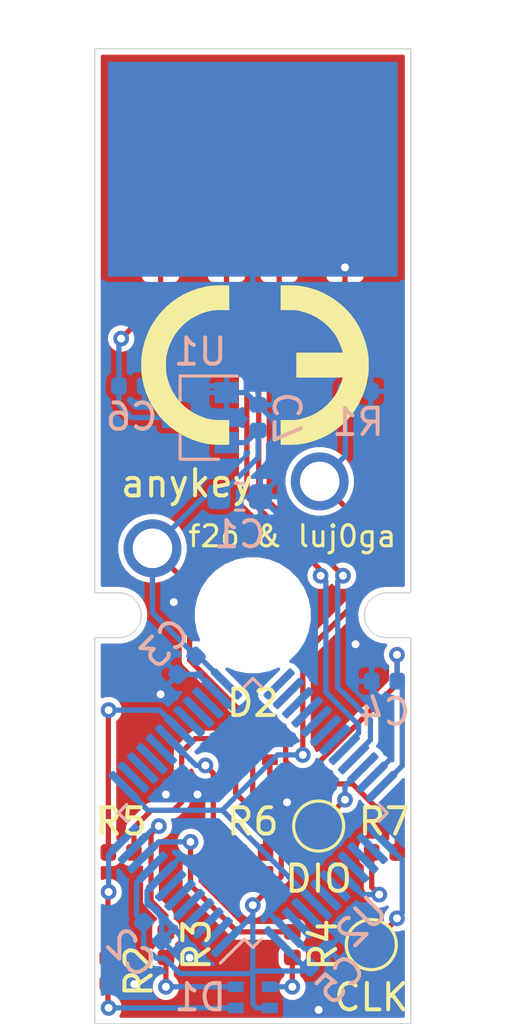
<source format=kicad_pcb>
(kicad_pcb (version 20171130) (host pcbnew 5.1.6)

  (general
    (thickness 1.6)
    (drawings 16)
    (tracks 233)
    (zones 0)
    (modules 23)
    (nets 48)
  )

  (page A4)
  (layers
    (0 F.Cu signal)
    (31 B.Cu signal)
    (32 B.Adhes user)
    (33 F.Adhes user)
    (34 B.Paste user)
    (35 F.Paste user)
    (36 B.SilkS user)
    (37 F.SilkS user)
    (38 B.Mask user)
    (39 F.Mask user)
    (40 Dwgs.User user)
    (41 Cmts.User user)
    (42 Eco1.User user)
    (43 Eco2.User user)
    (44 Edge.Cuts user)
    (45 Margin user)
    (46 B.CrtYd user)
    (47 F.CrtYd user)
    (48 B.Fab user)
    (49 F.Fab user)
  )

  (setup
    (last_trace_width 0.2)
    (trace_clearance 0.127)
    (zone_clearance 0.2)
    (zone_45_only no)
    (trace_min 0.2)
    (via_size 0.6)
    (via_drill 0.3)
    (via_min_size 0.6)
    (via_min_drill 0.3)
    (uvia_size 0.3)
    (uvia_drill 0.1)
    (uvias_allowed no)
    (uvia_min_size 0.2)
    (uvia_min_drill 0.1)
    (edge_width 0.05)
    (segment_width 0.2)
    (pcb_text_width 0.3)
    (pcb_text_size 1.5 1.5)
    (mod_edge_width 0.12)
    (mod_text_size 1 1)
    (mod_text_width 0.15)
    (pad_size 1.524 1.524)
    (pad_drill 0.762)
    (pad_to_mask_clearance 0.05)
    (aux_axis_origin 0 0)
    (visible_elements FFFDFF7F)
    (pcbplotparams
      (layerselection 0x010fc_ffffffff)
      (usegerberextensions false)
      (usegerberattributes true)
      (usegerberadvancedattributes true)
      (creategerberjobfile true)
      (excludeedgelayer true)
      (linewidth 0.100000)
      (plotframeref false)
      (viasonmask false)
      (mode 1)
      (useauxorigin false)
      (hpglpennumber 1)
      (hpglpenspeed 20)
      (hpglpendiameter 15.000000)
      (psnegative false)
      (psa4output false)
      (plotreference true)
      (plotvalue true)
      (plotinvisibletext false)
      (padsonsilk false)
      (subtractmaskfromsilk false)
      (outputformat 1)
      (mirror false)
      (drillshape 1)
      (scaleselection 1)
      (outputdirectory ""))
  )

  (net 0 "")
  (net 1 GND)
  (net 2 +3V3)
  (net 3 VBUS)
  (net 4 "Net-(D1-Pad4)")
  (net 5 "Net-(D1-Pad3)")
  (net 6 "Net-(D1-Pad1)")
  (net 7 "Net-(D2-Pad4)")
  (net 8 "Net-(D2-Pad3)")
  (net 9 "Net-(D2-Pad1)")
  (net 10 /D+)
  (net 11 /D-)
  (net 12 /BTN1)
  (net 13 /LED1_R)
  (net 14 /LED1_G)
  (net 15 /LED1_B)
  (net 16 /LED2_R)
  (net 17 /LED2_G)
  (net 18 /LED2_B)
  (net 19 /SWDIO)
  (net 20 /SWCLK)
  (net 21 "Net-(U2-Pad46)")
  (net 22 "Net-(U2-Pad45)")
  (net 23 "Net-(U2-Pad43)")
  (net 24 "Net-(U2-Pad42)")
  (net 25 "Net-(U2-Pad40)")
  (net 26 "Net-(U2-Pad39)")
  (net 27 "Net-(U2-Pad38)")
  (net 28 "Net-(U2-Pad31)")
  (net 29 "Net-(U2-Pad30)")
  (net 30 "Net-(U2-Pad29)")
  (net 31 "Net-(U2-Pad28)")
  (net 32 "Net-(U2-Pad27)")
  (net 33 "Net-(U2-Pad26)")
  (net 34 "Net-(U2-Pad25)")
  (net 35 "Net-(U2-Pad22)")
  (net 36 "Net-(U2-Pad21)")
  (net 37 "Net-(U2-Pad20)")
  (net 38 "Net-(U2-Pad17)")
  (net 39 "Net-(U2-Pad16)")
  (net 40 "Net-(U2-Pad15)")
  (net 41 "Net-(U2-Pad14)")
  (net 42 "Net-(U2-Pad7)")
  (net 43 "Net-(U2-Pad6)")
  (net 44 "Net-(U2-Pad5)")
  (net 45 "Net-(U2-Pad4)")
  (net 46 "Net-(U2-Pad3)")
  (net 47 "Net-(U2-Pad2)")

  (net_class Default "This is the default net class."
    (clearance 0.127)
    (trace_width 0.2)
    (via_dia 0.6)
    (via_drill 0.3)
    (uvia_dia 0.3)
    (uvia_drill 0.1)
    (add_net +3V3)
    (add_net /BTN1)
    (add_net /D+)
    (add_net /D-)
    (add_net /LED1_B)
    (add_net /LED1_G)
    (add_net /LED1_R)
    (add_net /LED2_B)
    (add_net /LED2_G)
    (add_net /LED2_R)
    (add_net /SWCLK)
    (add_net /SWDIO)
    (add_net GND)
    (add_net "Net-(D1-Pad1)")
    (add_net "Net-(D1-Pad3)")
    (add_net "Net-(D1-Pad4)")
    (add_net "Net-(D2-Pad1)")
    (add_net "Net-(D2-Pad3)")
    (add_net "Net-(D2-Pad4)")
    (add_net "Net-(U2-Pad14)")
    (add_net "Net-(U2-Pad15)")
    (add_net "Net-(U2-Pad16)")
    (add_net "Net-(U2-Pad17)")
    (add_net "Net-(U2-Pad2)")
    (add_net "Net-(U2-Pad20)")
    (add_net "Net-(U2-Pad21)")
    (add_net "Net-(U2-Pad22)")
    (add_net "Net-(U2-Pad25)")
    (add_net "Net-(U2-Pad26)")
    (add_net "Net-(U2-Pad27)")
    (add_net "Net-(U2-Pad28)")
    (add_net "Net-(U2-Pad29)")
    (add_net "Net-(U2-Pad3)")
    (add_net "Net-(U2-Pad30)")
    (add_net "Net-(U2-Pad31)")
    (add_net "Net-(U2-Pad38)")
    (add_net "Net-(U2-Pad39)")
    (add_net "Net-(U2-Pad4)")
    (add_net "Net-(U2-Pad40)")
    (add_net "Net-(U2-Pad42)")
    (add_net "Net-(U2-Pad43)")
    (add_net "Net-(U2-Pad45)")
    (add_net "Net-(U2-Pad46)")
    (add_net "Net-(U2-Pad5)")
    (add_net "Net-(U2-Pad6)")
    (add_net "Net-(U2-Pad7)")
    (add_net VBUS)
  )

  (module Symbol:CE-Logo_8.5x6mm_SilkScreen (layer F.Cu) (tedit 5F95E6E6) (tstamp 5F9645D2)
    (at 150 62)
    (descr "CE marking")
    (tags "Logo CE certification")
    (attr virtual)
    (fp_text reference C3 (at 0 0) (layer F.SilkS) hide
      (effects (font (size 1 1) (thickness 0.15)))
    )
    (fp_text value CE-Logo_8.5x6mm_SilkScreen (at 0.75 0) (layer F.Fab) hide
      (effects (font (size 1 1) (thickness 0.15)))
    )
    (fp_poly (pts (xy -1.060813 -3.015685) (xy -0.99633 -3.014025) (xy -0.949697 -3.011055) (xy -0.929349 -3.007912)
      (xy -0.899583 -2.999935) (xy -0.899583 -2.07947) (xy -1.109119 -2.086741) (xy -1.318953 -2.086477)
      (xy -1.513141 -2.069618) (xy -1.69758 -2.034925) (xy -1.878168 -1.981161) (xy -2.060803 -1.907089)
      (xy -2.136511 -1.871121) (xy -2.317062 -1.772023) (xy -2.479702 -1.660674) (xy -2.632099 -1.531592)
      (xy -2.691378 -1.474295) (xy -2.848015 -1.299139) (xy -2.983527 -1.10848) (xy -3.097234 -0.903606)
      (xy -3.188456 -0.685807) (xy -3.256515 -0.456371) (xy -3.276674 -0.363803) (xy -3.288823 -0.279756)
      (xy -3.296934 -0.176766) (xy -3.301015 -0.062035) (xy -3.301074 0.057234) (xy -3.297116 0.173837)
      (xy -3.289149 0.280571) (xy -3.277181 0.370233) (xy -3.275943 0.377031) (xy -3.220089 0.605759)
      (xy -3.140701 0.823965) (xy -3.039069 1.030177) (xy -2.916478 1.222928) (xy -2.774219 1.400748)
      (xy -2.613579 1.562168) (xy -2.435845 1.705719) (xy -2.242307 1.829931) (xy -2.034252 1.933336)
      (xy -1.850763 2.002535) (xy -1.747623 2.034118) (xy -1.652893 2.058129) (xy -1.56013 2.075463)
      (xy -1.462894 2.087016) (xy -1.354742 2.09368) (xy -1.229233 2.096352) (xy -1.174089 2.096504)
      (xy -0.899583 2.096186) (xy -0.899583 3.013164) (xy -0.929349 3.021141) (xy -0.954749 3.024138)
      (xy -1.001744 3.026203) (xy -1.06549 3.027382) (xy -1.141142 3.027723) (xy -1.223854 3.027274)
      (xy -1.308783 3.026083) (xy -1.391083 3.024197) (xy -1.465909 3.021663) (xy -1.528417 3.018531)
      (xy -1.573762 3.014847) (xy -1.574271 3.014789) (xy -1.687271 2.998341) (xy -1.814872 2.973706)
      (xy -1.947338 2.943083) (xy -2.074934 2.908667) (xy -2.156016 2.883536) (xy -2.420553 2.782498)
      (xy -2.671277 2.659513) (xy -2.907195 2.515777) (xy -3.12732 2.352487) (xy -3.33066 2.170838)
      (xy -3.516227 1.972026) (xy -3.68303 1.757247) (xy -3.830079 1.527698) (xy -3.956385 1.284573)
      (xy -4.060958 1.02907) (xy -4.142808 0.762383) (xy -4.200945 0.485709) (xy -4.214162 0.396875)
      (xy -4.222618 0.312107) (xy -4.228437 0.208118) (xy -4.231618 0.092009) (xy -4.232161 -0.029113)
      (xy -4.230066 -0.148146) (xy -4.225334 -0.257986) (xy -4.217963 -0.351528) (xy -4.214162 -0.383646)
      (xy -4.163241 -0.666294) (xy -4.087795 -0.939386) (xy -3.988081 -1.202286) (xy -3.864354 -1.454363)
      (xy -3.716872 -1.694983) (xy -3.638048 -1.805782) (xy -3.45977 -2.023277) (xy -3.263767 -2.221656)
      (xy -3.051402 -2.400118) (xy -2.824041 -2.557867) (xy -2.583047 -2.694103) (xy -2.329787 -2.808029)
      (xy -2.065623 -2.898847) (xy -1.791921 -2.965759) (xy -1.60112 -2.997187) (xy -1.548646 -3.00251)
      (xy -1.479782 -3.00707) (xy -1.399419 -3.010788) (xy -1.31245 -3.013587) (xy -1.223764 -3.015388)
      (xy -1.138255 -3.016113) (xy -1.060813 -3.015685)) (layer F.SilkS) (width 0.01))
    (fp_poly (pts (xy 1.061335 -2.083594) (xy 1.355685 -2.083305) (xy 1.45766 -2.08288) (xy 1.538315 -2.081592)
      (xy 1.602782 -2.079086) (xy 1.656194 -2.075004) (xy 1.703682 -2.068992) (xy 1.750381 -2.060692)
      (xy 1.784281 -2.053564) (xy 2.014121 -1.990246) (xy 2.233438 -1.903988) (xy 2.440469 -1.795991)
      (xy 2.63345 -1.667456) (xy 2.810621 -1.519582) (xy 2.970217 -1.35357) (xy 3.110477 -1.170621)
      (xy 3.135116 -1.133551) (xy 3.186914 -1.046598) (xy 3.239815 -0.94518) (xy 3.290834 -0.836134)
      (xy 3.336988 -0.726298) (xy 3.375295 -0.622512) (xy 3.402772 -0.531612) (xy 3.408866 -0.506016)
      (xy 3.418231 -0.463021) (xy 1.656649 -0.463021) (xy 1.656649 0.47625) (xy 3.418231 0.47625)
      (xy 3.408866 0.519244) (xy 3.383806 0.610611) (xy 3.346318 0.716469) (xy 3.299485 0.829878)
      (xy 3.246388 0.943892) (xy 3.19011 1.051569) (xy 3.133734 1.145967) (xy 3.124278 1.160319)
      (xy 2.980536 1.351791) (xy 2.819337 1.52363) (xy 2.64168 1.675163) (xy 2.448561 1.805719)
      (xy 2.240979 1.914624) (xy 2.019932 2.001206) (xy 1.786415 2.064794) (xy 1.780714 2.066021)
      (xy 1.728132 2.076622) (xy 1.679712 2.084513) (xy 1.630061 2.090078) (xy 1.573789 2.093702)
      (xy 1.505502 2.095769) (xy 1.419811 2.096664) (xy 1.349071 2.096799) (xy 1.061337 2.096776)
      (xy 1.061337 3.029479) (xy 1.349071 3.027762) (xy 1.441046 3.026709) (xy 1.530779 3.024766)
      (xy 1.612512 3.022126) (xy 1.680491 3.018981) (xy 1.728959 3.015526) (xy 1.736024 3.014789)
      (xy 1.961433 2.978594) (xy 2.193284 2.921376) (xy 2.425245 2.845284) (xy 2.650985 2.752465)
      (xy 2.864171 2.645068) (xy 2.919973 2.613135) (xy 3.083514 2.507667) (xy 3.249456 2.383545)
      (xy 3.411243 2.246431) (xy 3.56232 2.101982) (xy 3.69613 1.955859) (xy 3.732677 1.911607)
      (xy 3.893997 1.690012) (xy 4.035322 1.452378) (xy 4.155645 1.201089) (xy 4.253959 0.938532)
      (xy 4.329258 0.667092) (xy 4.380535 0.389155) (xy 4.38308 0.370416) (xy 4.390029 0.298751)
      (xy 4.394962 0.208046) (xy 4.397878 0.104923) (xy 4.398775 -0.003991) (xy 4.397651 -0.112075)
      (xy 4.394504 -0.212702) (xy 4.389332 -0.299248) (xy 4.383287 -0.357188) (xy 4.331331 -0.642106)
      (xy 4.256101 -0.917646) (xy 4.158279 -1.182191) (xy 4.038549 -1.434123) (xy 3.897594 -1.671823)
      (xy 3.736097 -1.893675) (xy 3.732677 -1.897921) (xy 3.55239 -2.100879) (xy 3.353248 -2.287344)
      (xy 3.137697 -2.455786) (xy 2.908185 -2.604675) (xy 2.667161 -2.732483) (xy 2.41707 -2.837678)
      (xy 2.160361 -2.918733) (xy 2.060051 -2.943231) (xy 1.93614 -2.969062) (xy 1.82097 -2.988408)
      (xy 1.70715 -3.002019) (xy 1.587285 -3.010644) (xy 1.453983 -3.015032) (xy 1.342457 -3.015992)
      (xy 1.061337 -3.01625) (xy 1.061335 -2.083594)) (layer F.SilkS) (width 0.01))
  )

  (module TestPoint:TestPoint_Pad_D1.5mm (layer F.Cu) (tedit 5A0F774F) (tstamp 5F92A952)
    (at 154.5 84 180)
    (descr "SMD pad as test Point, diameter 1.5mm")
    (tags "test point SMD pad")
    (path /5FCB2854)
    (attr virtual)
    (fp_text reference TP2 (at 0 -1.648) (layer F.SilkS) hide
      (effects (font (size 1 1) (thickness 0.15)))
    )
    (fp_text value SWCLK (at 0 1.75) (layer F.Fab)
      (effects (font (size 1 1) (thickness 0.15)))
    )
    (fp_circle (center 0 0) (end 0 0.95) (layer F.SilkS) (width 0.12))
    (fp_circle (center 0 0) (end 1.25 0) (layer F.CrtYd) (width 0.05))
    (fp_text user %R (at 0 -1.65) (layer F.Fab)
      (effects (font (size 1 1) (thickness 0.15)))
    )
    (pad 1 smd circle (at 0 0 180) (size 1.5 1.5) (layers F.Cu F.Mask)
      (net 20 /SWCLK))
  )

  (module TestPoint:TestPoint_Pad_D1.5mm (layer F.Cu) (tedit 5A0F774F) (tstamp 5F92A94A)
    (at 152.5 79.5 180)
    (descr "SMD pad as test Point, diameter 1.5mm")
    (tags "test point SMD pad")
    (path /5FCAA338)
    (attr virtual)
    (fp_text reference TP1 (at 0 -1.648) (layer F.SilkS) hide
      (effects (font (size 1 1) (thickness 0.15)))
    )
    (fp_text value SWDIO (at 0 1.75) (layer F.Fab)
      (effects (font (size 1 1) (thickness 0.15)))
    )
    (fp_circle (center 0 0) (end 0 0.95) (layer F.SilkS) (width 0.12))
    (fp_circle (center 0 0) (end 1.25 0) (layer F.CrtYd) (width 0.05))
    (fp_text user %R (at 0 -1.65) (layer F.Fab)
      (effects (font (size 1 1) (thickness 0.15)))
    )
    (pad 1 smd circle (at 0 0 180) (size 1.5 1.5) (layers F.Cu F.Mask)
      (net 19 /SWDIO))
  )

  (module Capacitor_SMD:C_0402_1005Metric (layer B.Cu) (tedit 5F947204) (tstamp 5F948C07)
    (at 155 74 180)
    (descr "Capacitor SMD 0402 (1005 Metric), square (rectangular) end terminal, IPC_7351 nominal, (Body size source: http://www.tortai-tech.com/upload/download/2011102023233369053.pdf), generated with kicad-footprint-generator")
    (tags capacitor)
    (path /5F892CC5)
    (attr smd)
    (fp_text reference C4 (at 0 -1.17 180) (layer B.SilkS)
      (effects (font (size 1 1) (thickness 0.15)) (justify mirror))
    )
    (fp_text value 100n (at 0 1.17 180) (layer B.Fab)
      (effects (font (size 1 1) (thickness 0.15)) (justify mirror))
    )
    (fp_line (start -0.5 -0.25) (end -0.5 0.25) (layer B.Fab) (width 0.1))
    (fp_line (start -0.5 0.25) (end 0.5 0.25) (layer B.Fab) (width 0.1))
    (fp_line (start 0.5 0.25) (end 0.5 -0.25) (layer B.Fab) (width 0.1))
    (fp_line (start 0.5 -0.25) (end -0.5 -0.25) (layer B.Fab) (width 0.1))
    (fp_line (start -0.93 -0.47) (end -0.93 0.47) (layer B.CrtYd) (width 0.05))
    (fp_line (start -0.93 0.47) (end 0.93 0.47) (layer B.CrtYd) (width 0.05))
    (fp_line (start 0.93 0.47) (end 0.93 -0.47) (layer B.CrtYd) (width 0.05))
    (fp_line (start 0.93 -0.47) (end -0.93 -0.47) (layer B.CrtYd) (width 0.05))
    (fp_text user %R (at 0 0 180) (layer B.Fab)
      (effects (font (size 0.25 0.25) (thickness 0.04)) (justify mirror))
    )
    (pad 2 smd roundrect (at 0.485 0 180) (size 0.59 0.64) (layers B.Cu B.Paste B.Mask) (roundrect_rratio 0.25)
      (net 1 GND))
    (pad 1 smd roundrect (at -0.485 0 180) (size 0.59 0.64) (layers B.Cu B.Paste B.Mask) (roundrect_rratio 0.25)
      (net 2 +3V3))
    (model ${KISYS3DMOD}/Capacitor_SMD.3dshapes/C_0402_1005Metric.wrl
      (at (xyz 0 0 0))
      (scale (xyz 1 1 1))
      (rotate (xyz 0 0 0))
    )
  )

  (module Button_Switch_Keyboard:SW_Cherry_MX_1.00u_PCB (layer F.Cu) (tedit 5F944CC9) (tstamp 5F92DCF2)
    (at 152.54 66.42)
    (descr "Cherry MX keyswitch, 1.00u, PCB mount, http://cherryamericas.com/wp-content/uploads/2014/12/mx_cat.pdf")
    (tags "Cherry MX keyswitch 1.00u PCB")
    (path /5F925207)
    (fp_text reference SW1 (at -2.54 -2.794) (layer F.SilkS) hide
      (effects (font (size 1 1) (thickness 0.15)))
    )
    (fp_text value MXxx-xxxx (at -2.54 12.954) (layer F.Fab)
      (effects (font (size 1 1) (thickness 0.15)))
    )
    (fp_line (start -12.065 14.605) (end -12.065 -4.445) (layer Dwgs.User) (width 0.15))
    (fp_line (start 6.985 14.605) (end -12.065 14.605) (layer Dwgs.User) (width 0.15))
    (fp_line (start 6.985 -4.445) (end 6.985 14.605) (layer Dwgs.User) (width 0.15))
    (fp_line (start -12.065 -4.445) (end 6.985 -4.445) (layer Dwgs.User) (width 0.15))
    (fp_line (start -9.14 -1.52) (end 4.06 -1.52) (layer F.CrtYd) (width 0.05))
    (fp_line (start 4.06 -1.52) (end 4.06 11.68) (layer F.CrtYd) (width 0.05))
    (fp_line (start 4.06 11.68) (end -9.14 11.68) (layer F.CrtYd) (width 0.05))
    (fp_line (start -9.14 11.68) (end -9.14 -1.52) (layer F.CrtYd) (width 0.05))
    (fp_line (start -8.89 11.43) (end -8.89 -1.27) (layer F.Fab) (width 0.1))
    (fp_line (start 3.81 11.43) (end -8.89 11.43) (layer F.Fab) (width 0.1))
    (fp_line (start 3.81 -1.27) (end 3.81 11.43) (layer F.Fab) (width 0.1))
    (fp_line (start -8.89 -1.27) (end 3.81 -1.27) (layer F.Fab) (width 0.1))
    (fp_text user %R (at -2.54 -2.794) (layer F.Fab)
      (effects (font (size 1 1) (thickness 0.15)))
    )
    (pad "" np_thru_hole circle (at -2.54 5.08) (size 4 4) (drill 4) (layers *.Cu *.Mask))
    (pad 2 thru_hole circle (at -6.35 2.54) (size 2.2 2.2) (drill 1.5) (layers *.Cu *.Mask)
      (net 2 +3V3))
    (pad 1 thru_hole circle (at 0 0) (size 2.2 2.2) (drill 1.5) (layers *.Cu *.Mask)
      (net 12 /BTN1))
    (model ${KISYS3DMOD}/Button_Switch_Keyboard.3dshapes/SW_Cherry_MX_1.00u_PCB.wrl
      (at (xyz 0 0 0))
      (scale (xyz 1 1 1))
      (rotate (xyz 0 0 0))
    )
  )

  (module Capacitor_SMD:C_0402_1005Metric (layer B.Cu) (tedit 5B301BBE) (tstamp 5F92C15E)
    (at 145.4 62.8)
    (descr "Capacitor SMD 0402 (1005 Metric), square (rectangular) end terminal, IPC_7351 nominal, (Body size source: http://www.tortai-tech.com/upload/download/2011102023233369053.pdf), generated with kicad-footprint-generator")
    (tags capacitor)
    (path /5F93753A)
    (attr smd)
    (fp_text reference C6 (at 0 1.17) (layer B.SilkS)
      (effects (font (size 1 1) (thickness 0.15)) (justify mirror))
    )
    (fp_text value 1u (at 0 -1.17) (layer B.Fab)
      (effects (font (size 1 1) (thickness 0.15)) (justify mirror))
    )
    (fp_line (start -0.5 -0.25) (end -0.5 0.25) (layer B.Fab) (width 0.1))
    (fp_line (start -0.5 0.25) (end 0.5 0.25) (layer B.Fab) (width 0.1))
    (fp_line (start 0.5 0.25) (end 0.5 -0.25) (layer B.Fab) (width 0.1))
    (fp_line (start 0.5 -0.25) (end -0.5 -0.25) (layer B.Fab) (width 0.1))
    (fp_line (start -0.93 -0.47) (end -0.93 0.47) (layer B.CrtYd) (width 0.05))
    (fp_line (start -0.93 0.47) (end 0.93 0.47) (layer B.CrtYd) (width 0.05))
    (fp_line (start 0.93 0.47) (end 0.93 -0.47) (layer B.CrtYd) (width 0.05))
    (fp_line (start 0.93 -0.47) (end -0.93 -0.47) (layer B.CrtYd) (width 0.05))
    (fp_text user %R (at 0 0) (layer B.Fab)
      (effects (font (size 0.25 0.25) (thickness 0.04)) (justify mirror))
    )
    (pad 2 smd roundrect (at 0.485 0) (size 0.59 0.64) (layers B.Cu B.Paste B.Mask) (roundrect_rratio 0.25)
      (net 1 GND))
    (pad 1 smd roundrect (at -0.485 0) (size 0.59 0.64) (layers B.Cu B.Paste B.Mask) (roundrect_rratio 0.25)
      (net 3 VBUS))
    (model ${KISYS3DMOD}/Capacitor_SMD.3dshapes/C_0402_1005Metric.wrl
      (at (xyz 0 0 0))
      (scale (xyz 1 1 1))
      (rotate (xyz 0 0 0))
    )
  )

  (module Package_QFP:LQFP-48_7x7mm_P0.5mm (layer B.Cu) (tedit 5D9F72AF) (tstamp 5F92E9DF)
    (at 150 79 45)
    (descr "LQFP, 48 Pin (https://www.analog.com/media/en/technical-documentation/data-sheets/ltc2358-16.pdf), generated with kicad-footprint-generator ipc_gullwing_generator.py")
    (tags "LQFP QFP")
    (path /5F878F8D)
    (attr smd)
    (fp_text reference U2 (at 0 5.85 45) (layer B.SilkS)
      (effects (font (size 1 1) (thickness 0.15)) (justify mirror))
    )
    (fp_text value STM32F072CBT6 (at 0 -5.85 45) (layer B.Fab)
      (effects (font (size 1 1) (thickness 0.15)) (justify mirror))
    )
    (fp_line (start 3.16 -3.61) (end 3.61 -3.61) (layer B.SilkS) (width 0.12))
    (fp_line (start 3.61 -3.61) (end 3.61 -3.16) (layer B.SilkS) (width 0.12))
    (fp_line (start -3.16 -3.61) (end -3.61 -3.61) (layer B.SilkS) (width 0.12))
    (fp_line (start -3.61 -3.61) (end -3.61 -3.16) (layer B.SilkS) (width 0.12))
    (fp_line (start 3.16 3.61) (end 3.61 3.61) (layer B.SilkS) (width 0.12))
    (fp_line (start 3.61 3.61) (end 3.61 3.16) (layer B.SilkS) (width 0.12))
    (fp_line (start -3.16 3.61) (end -3.61 3.61) (layer B.SilkS) (width 0.12))
    (fp_line (start -3.61 3.61) (end -3.61 3.16) (layer B.SilkS) (width 0.12))
    (fp_line (start -3.61 3.16) (end -4.9 3.16) (layer B.SilkS) (width 0.12))
    (fp_line (start -2.5 3.5) (end 3.5 3.5) (layer B.Fab) (width 0.1))
    (fp_line (start 3.5 3.5) (end 3.5 -3.5) (layer B.Fab) (width 0.1))
    (fp_line (start 3.5 -3.5) (end -3.5 -3.5) (layer B.Fab) (width 0.1))
    (fp_line (start -3.5 -3.5) (end -3.5 2.5) (layer B.Fab) (width 0.1))
    (fp_line (start -3.5 2.5) (end -2.5 3.5) (layer B.Fab) (width 0.1))
    (fp_line (start 0 5.15) (end -3.15 5.15) (layer B.CrtYd) (width 0.05))
    (fp_line (start -3.15 5.15) (end -3.15 3.75) (layer B.CrtYd) (width 0.05))
    (fp_line (start -3.15 3.75) (end -3.75 3.75) (layer B.CrtYd) (width 0.05))
    (fp_line (start -3.75 3.75) (end -3.75 3.15) (layer B.CrtYd) (width 0.05))
    (fp_line (start -3.75 3.15) (end -5.15 3.15) (layer B.CrtYd) (width 0.05))
    (fp_line (start -5.15 3.15) (end -5.15 0) (layer B.CrtYd) (width 0.05))
    (fp_line (start 0 5.15) (end 3.15 5.15) (layer B.CrtYd) (width 0.05))
    (fp_line (start 3.15 5.15) (end 3.15 3.75) (layer B.CrtYd) (width 0.05))
    (fp_line (start 3.15 3.75) (end 3.75 3.75) (layer B.CrtYd) (width 0.05))
    (fp_line (start 3.75 3.75) (end 3.75 3.15) (layer B.CrtYd) (width 0.05))
    (fp_line (start 3.75 3.15) (end 5.15 3.15) (layer B.CrtYd) (width 0.05))
    (fp_line (start 5.15 3.15) (end 5.15 0) (layer B.CrtYd) (width 0.05))
    (fp_line (start 0 -5.15) (end -3.15 -5.15) (layer B.CrtYd) (width 0.05))
    (fp_line (start -3.15 -5.15) (end -3.15 -3.75) (layer B.CrtYd) (width 0.05))
    (fp_line (start -3.15 -3.75) (end -3.75 -3.75) (layer B.CrtYd) (width 0.05))
    (fp_line (start -3.75 -3.75) (end -3.75 -3.15) (layer B.CrtYd) (width 0.05))
    (fp_line (start -3.75 -3.15) (end -5.15 -3.15) (layer B.CrtYd) (width 0.05))
    (fp_line (start -5.15 -3.15) (end -5.15 0) (layer B.CrtYd) (width 0.05))
    (fp_line (start 0 -5.15) (end 3.15 -5.15) (layer B.CrtYd) (width 0.05))
    (fp_line (start 3.15 -5.15) (end 3.15 -3.75) (layer B.CrtYd) (width 0.05))
    (fp_line (start 3.15 -3.75) (end 3.75 -3.75) (layer B.CrtYd) (width 0.05))
    (fp_line (start 3.75 -3.75) (end 3.75 -3.15) (layer B.CrtYd) (width 0.05))
    (fp_line (start 3.75 -3.15) (end 5.15 -3.15) (layer B.CrtYd) (width 0.05))
    (fp_line (start 5.15 -3.15) (end 5.15 0) (layer B.CrtYd) (width 0.05))
    (fp_text user %R (at 0 0 45) (layer B.Fab)
      (effects (font (size 1 1) (thickness 0.15)) (justify mirror))
    )
    (pad 48 smd roundrect (at -2.75 4.1625 45) (size 0.3 1.475) (layers B.Cu B.Paste B.Mask) (roundrect_rratio 0.25)
      (net 2 +3V3))
    (pad 47 smd roundrect (at -2.25 4.1625 45) (size 0.3 1.475) (layers B.Cu B.Paste B.Mask) (roundrect_rratio 0.25)
      (net 1 GND))
    (pad 46 smd roundrect (at -1.75 4.1625 45) (size 0.3 1.475) (layers B.Cu B.Paste B.Mask) (roundrect_rratio 0.25)
      (net 21 "Net-(U2-Pad46)"))
    (pad 45 smd roundrect (at -1.25 4.1625 45) (size 0.3 1.475) (layers B.Cu B.Paste B.Mask) (roundrect_rratio 0.25)
      (net 22 "Net-(U2-Pad45)"))
    (pad 44 smd roundrect (at -0.75 4.1625 45) (size 0.3 1.475) (layers B.Cu B.Paste B.Mask) (roundrect_rratio 0.25)
      (net 12 /BTN1))
    (pad 43 smd roundrect (at -0.25 4.1625 45) (size 0.3 1.475) (layers B.Cu B.Paste B.Mask) (roundrect_rratio 0.25)
      (net 23 "Net-(U2-Pad43)"))
    (pad 42 smd roundrect (at 0.25 4.1625 45) (size 0.3 1.475) (layers B.Cu B.Paste B.Mask) (roundrect_rratio 0.25)
      (net 24 "Net-(U2-Pad42)"))
    (pad 41 smd roundrect (at 0.75 4.1625 45) (size 0.3 1.475) (layers B.Cu B.Paste B.Mask) (roundrect_rratio 0.25)
      (net 18 /LED2_B))
    (pad 40 smd roundrect (at 1.25 4.1625 45) (size 0.3 1.475) (layers B.Cu B.Paste B.Mask) (roundrect_rratio 0.25)
      (net 25 "Net-(U2-Pad40)"))
    (pad 39 smd roundrect (at 1.75 4.1625 45) (size 0.3 1.475) (layers B.Cu B.Paste B.Mask) (roundrect_rratio 0.25)
      (net 26 "Net-(U2-Pad39)"))
    (pad 38 smd roundrect (at 2.25 4.1625 45) (size 0.3 1.475) (layers B.Cu B.Paste B.Mask) (roundrect_rratio 0.25)
      (net 27 "Net-(U2-Pad38)"))
    (pad 37 smd roundrect (at 2.75 4.1625 45) (size 0.3 1.475) (layers B.Cu B.Paste B.Mask) (roundrect_rratio 0.25)
      (net 20 /SWCLK))
    (pad 36 smd roundrect (at 4.1625 2.75 45) (size 1.475 0.3) (layers B.Cu B.Paste B.Mask) (roundrect_rratio 0.25)
      (net 2 +3V3))
    (pad 35 smd roundrect (at 4.1625 2.25 45) (size 1.475 0.3) (layers B.Cu B.Paste B.Mask) (roundrect_rratio 0.25)
      (net 1 GND))
    (pad 34 smd roundrect (at 4.1625 1.75 45) (size 1.475 0.3) (layers B.Cu B.Paste B.Mask) (roundrect_rratio 0.25)
      (net 19 /SWDIO))
    (pad 33 smd roundrect (at 4.1625 1.25 45) (size 1.475 0.3) (layers B.Cu B.Paste B.Mask) (roundrect_rratio 0.25)
      (net 10 /D+))
    (pad 32 smd roundrect (at 4.1625 0.75 45) (size 1.475 0.3) (layers B.Cu B.Paste B.Mask) (roundrect_rratio 0.25)
      (net 11 /D-))
    (pad 31 smd roundrect (at 4.1625 0.25 45) (size 1.475 0.3) (layers B.Cu B.Paste B.Mask) (roundrect_rratio 0.25)
      (net 28 "Net-(U2-Pad31)"))
    (pad 30 smd roundrect (at 4.1625 -0.25 45) (size 1.475 0.3) (layers B.Cu B.Paste B.Mask) (roundrect_rratio 0.25)
      (net 29 "Net-(U2-Pad30)"))
    (pad 29 smd roundrect (at 4.1625 -0.75 45) (size 1.475 0.3) (layers B.Cu B.Paste B.Mask) (roundrect_rratio 0.25)
      (net 30 "Net-(U2-Pad29)"))
    (pad 28 smd roundrect (at 4.1625 -1.25 45) (size 1.475 0.3) (layers B.Cu B.Paste B.Mask) (roundrect_rratio 0.25)
      (net 31 "Net-(U2-Pad28)"))
    (pad 27 smd roundrect (at 4.1625 -1.75 45) (size 1.475 0.3) (layers B.Cu B.Paste B.Mask) (roundrect_rratio 0.25)
      (net 32 "Net-(U2-Pad27)"))
    (pad 26 smd roundrect (at 4.1625 -2.25 45) (size 1.475 0.3) (layers B.Cu B.Paste B.Mask) (roundrect_rratio 0.25)
      (net 33 "Net-(U2-Pad26)"))
    (pad 25 smd roundrect (at 4.1625 -2.75 45) (size 1.475 0.3) (layers B.Cu B.Paste B.Mask) (roundrect_rratio 0.25)
      (net 34 "Net-(U2-Pad25)"))
    (pad 24 smd roundrect (at 2.75 -4.1625 45) (size 0.3 1.475) (layers B.Cu B.Paste B.Mask) (roundrect_rratio 0.25)
      (net 2 +3V3))
    (pad 23 smd roundrect (at 2.25 -4.1625 45) (size 0.3 1.475) (layers B.Cu B.Paste B.Mask) (roundrect_rratio 0.25)
      (net 1 GND))
    (pad 22 smd roundrect (at 1.75 -4.1625 45) (size 0.3 1.475) (layers B.Cu B.Paste B.Mask) (roundrect_rratio 0.25)
      (net 35 "Net-(U2-Pad22)"))
    (pad 21 smd roundrect (at 1.25 -4.1625 45) (size 0.3 1.475) (layers B.Cu B.Paste B.Mask) (roundrect_rratio 0.25)
      (net 36 "Net-(U2-Pad21)"))
    (pad 20 smd roundrect (at 0.75 -4.1625 45) (size 0.3 1.475) (layers B.Cu B.Paste B.Mask) (roundrect_rratio 0.25)
      (net 37 "Net-(U2-Pad20)"))
    (pad 19 smd roundrect (at 0.25 -4.1625 45) (size 0.3 1.475) (layers B.Cu B.Paste B.Mask) (roundrect_rratio 0.25)
      (net 16 /LED2_R))
    (pad 18 smd roundrect (at -0.25 -4.1625 45) (size 0.3 1.475) (layers B.Cu B.Paste B.Mask) (roundrect_rratio 0.25)
      (net 17 /LED2_G))
    (pad 17 smd roundrect (at -0.75 -4.1625 45) (size 0.3 1.475) (layers B.Cu B.Paste B.Mask) (roundrect_rratio 0.25)
      (net 38 "Net-(U2-Pad17)"))
    (pad 16 smd roundrect (at -1.25 -4.1625 45) (size 0.3 1.475) (layers B.Cu B.Paste B.Mask) (roundrect_rratio 0.25)
      (net 39 "Net-(U2-Pad16)"))
    (pad 15 smd roundrect (at -1.75 -4.1625 45) (size 0.3 1.475) (layers B.Cu B.Paste B.Mask) (roundrect_rratio 0.25)
      (net 40 "Net-(U2-Pad15)"))
    (pad 14 smd roundrect (at -2.25 -4.1625 45) (size 0.3 1.475) (layers B.Cu B.Paste B.Mask) (roundrect_rratio 0.25)
      (net 41 "Net-(U2-Pad14)"))
    (pad 13 smd roundrect (at -2.75 -4.1625 45) (size 0.3 1.475) (layers B.Cu B.Paste B.Mask) (roundrect_rratio 0.25)
      (net 12 /BTN1))
    (pad 12 smd roundrect (at -4.1625 -2.75 45) (size 1.475 0.3) (layers B.Cu B.Paste B.Mask) (roundrect_rratio 0.25)
      (net 13 /LED1_R))
    (pad 11 smd roundrect (at -4.1625 -2.25 45) (size 1.475 0.3) (layers B.Cu B.Paste B.Mask) (roundrect_rratio 0.25)
      (net 14 /LED1_G))
    (pad 10 smd roundrect (at -4.1625 -1.75 45) (size 1.475 0.3) (layers B.Cu B.Paste B.Mask) (roundrect_rratio 0.25)
      (net 15 /LED1_B))
    (pad 9 smd roundrect (at -4.1625 -1.25 45) (size 1.475 0.3) (layers B.Cu B.Paste B.Mask) (roundrect_rratio 0.25)
      (net 2 +3V3))
    (pad 8 smd roundrect (at -4.1625 -0.75 45) (size 1.475 0.3) (layers B.Cu B.Paste B.Mask) (roundrect_rratio 0.25)
      (net 1 GND))
    (pad 7 smd roundrect (at -4.1625 -0.25 45) (size 1.475 0.3) (layers B.Cu B.Paste B.Mask) (roundrect_rratio 0.25)
      (net 42 "Net-(U2-Pad7)"))
    (pad 6 smd roundrect (at -4.1625 0.25 45) (size 1.475 0.3) (layers B.Cu B.Paste B.Mask) (roundrect_rratio 0.25)
      (net 43 "Net-(U2-Pad6)"))
    (pad 5 smd roundrect (at -4.1625 0.75 45) (size 1.475 0.3) (layers B.Cu B.Paste B.Mask) (roundrect_rratio 0.25)
      (net 44 "Net-(U2-Pad5)"))
    (pad 4 smd roundrect (at -4.1625 1.25 45) (size 1.475 0.3) (layers B.Cu B.Paste B.Mask) (roundrect_rratio 0.25)
      (net 45 "Net-(U2-Pad4)"))
    (pad 3 smd roundrect (at -4.1625 1.75 45) (size 1.475 0.3) (layers B.Cu B.Paste B.Mask) (roundrect_rratio 0.25)
      (net 46 "Net-(U2-Pad3)"))
    (pad 2 smd roundrect (at -4.1625 2.25 45) (size 1.475 0.3) (layers B.Cu B.Paste B.Mask) (roundrect_rratio 0.25)
      (net 47 "Net-(U2-Pad2)"))
    (pad 1 smd roundrect (at -4.1625 2.75 45) (size 1.475 0.3) (layers B.Cu B.Paste B.Mask) (roundrect_rratio 0.25)
      (net 2 +3V3))
    (model ${KISYS3DMOD}/Package_QFP.3dshapes/LQFP-48_7x7mm_P0.5mm.wrl
      (at (xyz 0 0 0))
      (scale (xyz 1 1 1))
      (rotate (xyz 0 0 0))
    )
  )

  (module Package_TO_SOT_SMD:SOT-23 (layer B.Cu) (tedit 5A02FF57) (tstamp 5F92B4F1)
    (at 148 64 180)
    (descr "SOT-23, Standard")
    (tags SOT-23)
    (path /5FA01775)
    (attr smd)
    (fp_text reference U1 (at 0 2.5) (layer B.SilkS)
      (effects (font (size 1 1) (thickness 0.15)) (justify mirror))
    )
    (fp_text value XC6206P332MR (at 0 -2.5) (layer B.Fab)
      (effects (font (size 1 1) (thickness 0.15)) (justify mirror))
    )
    (fp_line (start 0.76 -1.58) (end -0.7 -1.58) (layer B.SilkS) (width 0.12))
    (fp_line (start 0.76 1.58) (end -1.4 1.58) (layer B.SilkS) (width 0.12))
    (fp_line (start -1.7 -1.75) (end -1.7 1.75) (layer B.CrtYd) (width 0.05))
    (fp_line (start 1.7 -1.75) (end -1.7 -1.75) (layer B.CrtYd) (width 0.05))
    (fp_line (start 1.7 1.75) (end 1.7 -1.75) (layer B.CrtYd) (width 0.05))
    (fp_line (start -1.7 1.75) (end 1.7 1.75) (layer B.CrtYd) (width 0.05))
    (fp_line (start 0.76 1.58) (end 0.76 0.65) (layer B.SilkS) (width 0.12))
    (fp_line (start 0.76 -1.58) (end 0.76 -0.65) (layer B.SilkS) (width 0.12))
    (fp_line (start -0.7 -1.52) (end 0.7 -1.52) (layer B.Fab) (width 0.1))
    (fp_line (start 0.7 1.52) (end 0.7 -1.52) (layer B.Fab) (width 0.1))
    (fp_line (start -0.7 0.95) (end -0.15 1.52) (layer B.Fab) (width 0.1))
    (fp_line (start -0.15 1.52) (end 0.7 1.52) (layer B.Fab) (width 0.1))
    (fp_line (start -0.7 0.95) (end -0.7 -1.5) (layer B.Fab) (width 0.1))
    (fp_text user %R (at 0 0 -90) (layer B.Fab)
      (effects (font (size 0.5 0.5) (thickness 0.075)) (justify mirror))
    )
    (pad 1 smd rect (at -1 0.95 180) (size 0.9 0.8) (layers B.Cu B.Paste B.Mask)
      (net 1 GND))
    (pad 2 smd rect (at -1 -0.95 180) (size 0.9 0.8) (layers B.Cu B.Paste B.Mask)
      (net 2 +3V3))
    (pad 3 smd rect (at 1 0 180) (size 0.9 0.8) (layers B.Cu B.Paste B.Mask)
      (net 3 VBUS))
    (model ${KISYS3DMOD}/Package_TO_SOT_SMD.3dshapes/SOT-23.wrl
      (at (xyz 0 0 0))
      (scale (xyz 1 1 1))
      (rotate (xyz 0 0 0))
    )
  )

  (module Resistor_SMD:R_0402_1005Metric (layer F.Cu) (tedit 5B301BBD) (tstamp 5F94E3FE)
    (at 155 80.5)
    (descr "Resistor SMD 0402 (1005 Metric), square (rectangular) end terminal, IPC_7351 nominal, (Body size source: http://www.tortai-tech.com/upload/download/2011102023233369053.pdf), generated with kicad-footprint-generator")
    (tags resistor)
    (path /5FDA0D19)
    (attr smd)
    (fp_text reference R7 (at 0 -1.17) (layer F.SilkS)
      (effects (font (size 1 1) (thickness 0.15)))
    )
    (fp_text value 1k (at 0 1.17) (layer F.Fab)
      (effects (font (size 1 1) (thickness 0.15)))
    )
    (fp_line (start -0.5 0.25) (end -0.5 -0.25) (layer F.Fab) (width 0.1))
    (fp_line (start -0.5 -0.25) (end 0.5 -0.25) (layer F.Fab) (width 0.1))
    (fp_line (start 0.5 -0.25) (end 0.5 0.25) (layer F.Fab) (width 0.1))
    (fp_line (start 0.5 0.25) (end -0.5 0.25) (layer F.Fab) (width 0.1))
    (fp_line (start -0.93 0.47) (end -0.93 -0.47) (layer F.CrtYd) (width 0.05))
    (fp_line (start -0.93 -0.47) (end 0.93 -0.47) (layer F.CrtYd) (width 0.05))
    (fp_line (start 0.93 -0.47) (end 0.93 0.47) (layer F.CrtYd) (width 0.05))
    (fp_line (start 0.93 0.47) (end -0.93 0.47) (layer F.CrtYd) (width 0.05))
    (fp_text user %R (at 0 0) (layer F.Fab)
      (effects (font (size 0.25 0.25) (thickness 0.04)))
    )
    (pad 2 smd roundrect (at 0.485 0) (size 0.59 0.64) (layers F.Cu F.Paste F.Mask) (roundrect_rratio 0.25)
      (net 8 "Net-(D2-Pad3)"))
    (pad 1 smd roundrect (at -0.485 0) (size 0.59 0.64) (layers F.Cu F.Paste F.Mask) (roundrect_rratio 0.25)
      (net 18 /LED2_B))
    (model ${KISYS3DMOD}/Resistor_SMD.3dshapes/R_0402_1005Metric.wrl
      (at (xyz 0 0 0))
      (scale (xyz 1 1 1))
      (rotate (xyz 0 0 0))
    )
  )

  (module Resistor_SMD:R_0402_1005Metric (layer F.Cu) (tedit 5B301BBD) (tstamp 5F94DEF7)
    (at 150 80.5)
    (descr "Resistor SMD 0402 (1005 Metric), square (rectangular) end terminal, IPC_7351 nominal, (Body size source: http://www.tortai-tech.com/upload/download/2011102023233369053.pdf), generated with kicad-footprint-generator")
    (tags resistor)
    (path /5FDA00DF)
    (attr smd)
    (fp_text reference R6 (at 0 -1.17) (layer F.SilkS)
      (effects (font (size 1 1) (thickness 0.15)))
    )
    (fp_text value 1k (at 0 1.17) (layer F.Fab)
      (effects (font (size 1 1) (thickness 0.15)))
    )
    (fp_line (start -0.5 0.25) (end -0.5 -0.25) (layer F.Fab) (width 0.1))
    (fp_line (start -0.5 -0.25) (end 0.5 -0.25) (layer F.Fab) (width 0.1))
    (fp_line (start 0.5 -0.25) (end 0.5 0.25) (layer F.Fab) (width 0.1))
    (fp_line (start 0.5 0.25) (end -0.5 0.25) (layer F.Fab) (width 0.1))
    (fp_line (start -0.93 0.47) (end -0.93 -0.47) (layer F.CrtYd) (width 0.05))
    (fp_line (start -0.93 -0.47) (end 0.93 -0.47) (layer F.CrtYd) (width 0.05))
    (fp_line (start 0.93 -0.47) (end 0.93 0.47) (layer F.CrtYd) (width 0.05))
    (fp_line (start 0.93 0.47) (end -0.93 0.47) (layer F.CrtYd) (width 0.05))
    (fp_text user %R (at 0 0) (layer F.Fab)
      (effects (font (size 0.25 0.25) (thickness 0.04)))
    )
    (pad 2 smd roundrect (at 0.485 0) (size 0.59 0.64) (layers F.Cu F.Paste F.Mask) (roundrect_rratio 0.25)
      (net 7 "Net-(D2-Pad4)"))
    (pad 1 smd roundrect (at -0.485 0) (size 0.59 0.64) (layers F.Cu F.Paste F.Mask) (roundrect_rratio 0.25)
      (net 17 /LED2_G))
    (model ${KISYS3DMOD}/Resistor_SMD.3dshapes/R_0402_1005Metric.wrl
      (at (xyz 0 0 0))
      (scale (xyz 1 1 1))
      (rotate (xyz 0 0 0))
    )
  )

  (module Resistor_SMD:R_0402_1005Metric (layer F.Cu) (tedit 5B301BBD) (tstamp 5F94E3A8)
    (at 145 80.5)
    (descr "Resistor SMD 0402 (1005 Metric), square (rectangular) end terminal, IPC_7351 nominal, (Body size source: http://www.tortai-tech.com/upload/download/2011102023233369053.pdf), generated with kicad-footprint-generator")
    (tags resistor)
    (path /5FD9D2CE)
    (attr smd)
    (fp_text reference R5 (at 0 -1.17) (layer F.SilkS)
      (effects (font (size 1 1) (thickness 0.15)))
    )
    (fp_text value 1k (at 0 1.17) (layer F.Fab)
      (effects (font (size 1 1) (thickness 0.15)))
    )
    (fp_line (start 0.93 0.47) (end -0.93 0.47) (layer F.CrtYd) (width 0.05))
    (fp_line (start 0.93 -0.47) (end 0.93 0.47) (layer F.CrtYd) (width 0.05))
    (fp_line (start -0.93 -0.47) (end 0.93 -0.47) (layer F.CrtYd) (width 0.05))
    (fp_line (start -0.93 0.47) (end -0.93 -0.47) (layer F.CrtYd) (width 0.05))
    (fp_line (start 0.5 0.25) (end -0.5 0.25) (layer F.Fab) (width 0.1))
    (fp_line (start 0.5 -0.25) (end 0.5 0.25) (layer F.Fab) (width 0.1))
    (fp_line (start -0.5 -0.25) (end 0.5 -0.25) (layer F.Fab) (width 0.1))
    (fp_line (start -0.5 0.25) (end -0.5 -0.25) (layer F.Fab) (width 0.1))
    (fp_text user %R (at 0 0) (layer F.Fab)
      (effects (font (size 0.25 0.25) (thickness 0.04)))
    )
    (pad 1 smd roundrect (at -0.485 0) (size 0.59 0.64) (layers F.Cu F.Paste F.Mask) (roundrect_rratio 0.25)
      (net 16 /LED2_R))
    (pad 2 smd roundrect (at 0.485 0) (size 0.59 0.64) (layers F.Cu F.Paste F.Mask) (roundrect_rratio 0.25)
      (net 9 "Net-(D2-Pad1)"))
    (model ${KISYS3DMOD}/Resistor_SMD.3dshapes/R_0402_1005Metric.wrl
      (at (xyz 0 0 0))
      (scale (xyz 1 1 1))
      (rotate (xyz 0 0 0))
    )
  )

  (module Resistor_SMD:R_0402_1005Metric (layer F.Cu) (tedit 5B301BBD) (tstamp 5F92A8FB)
    (at 151.5 84 270)
    (descr "Resistor SMD 0402 (1005 Metric), square (rectangular) end terminal, IPC_7351 nominal, (Body size source: http://www.tortai-tech.com/upload/download/2011102023233369053.pdf), generated with kicad-footprint-generator")
    (tags resistor)
    (path /5F9366E4)
    (attr smd)
    (fp_text reference R4 (at 0 -1.17 90) (layer F.SilkS)
      (effects (font (size 1 1) (thickness 0.15)))
    )
    (fp_text value 1k (at 0 1.17 90) (layer F.Fab)
      (effects (font (size 1 1) (thickness 0.15)))
    )
    (fp_line (start -0.5 0.25) (end -0.5 -0.25) (layer F.Fab) (width 0.1))
    (fp_line (start -0.5 -0.25) (end 0.5 -0.25) (layer F.Fab) (width 0.1))
    (fp_line (start 0.5 -0.25) (end 0.5 0.25) (layer F.Fab) (width 0.1))
    (fp_line (start 0.5 0.25) (end -0.5 0.25) (layer F.Fab) (width 0.1))
    (fp_line (start -0.93 0.47) (end -0.93 -0.47) (layer F.CrtYd) (width 0.05))
    (fp_line (start -0.93 -0.47) (end 0.93 -0.47) (layer F.CrtYd) (width 0.05))
    (fp_line (start 0.93 -0.47) (end 0.93 0.47) (layer F.CrtYd) (width 0.05))
    (fp_line (start 0.93 0.47) (end -0.93 0.47) (layer F.CrtYd) (width 0.05))
    (fp_text user %R (at 0 0 90) (layer F.Fab)
      (effects (font (size 0.25 0.25) (thickness 0.04)))
    )
    (pad 2 smd roundrect (at 0.485 0 270) (size 0.59 0.64) (layers F.Cu F.Paste F.Mask) (roundrect_rratio 0.25)
      (net 5 "Net-(D1-Pad3)"))
    (pad 1 smd roundrect (at -0.485 0 270) (size 0.59 0.64) (layers F.Cu F.Paste F.Mask) (roundrect_rratio 0.25)
      (net 15 /LED1_B))
    (model ${KISYS3DMOD}/Resistor_SMD.3dshapes/R_0402_1005Metric.wrl
      (at (xyz 0 0 0))
      (scale (xyz 1 1 1))
      (rotate (xyz 0 0 0))
    )
  )

  (module Resistor_SMD:R_0402_1005Metric (layer F.Cu) (tedit 5B301BBD) (tstamp 5F94C0D4)
    (at 146.7 84 270)
    (descr "Resistor SMD 0402 (1005 Metric), square (rectangular) end terminal, IPC_7351 nominal, (Body size source: http://www.tortai-tech.com/upload/download/2011102023233369053.pdf), generated with kicad-footprint-generator")
    (tags resistor)
    (path /5F935EFD)
    (attr smd)
    (fp_text reference R3 (at 0 -1.17 90) (layer F.SilkS)
      (effects (font (size 1 1) (thickness 0.15)))
    )
    (fp_text value 1k (at 0 1.17 90) (layer F.Fab)
      (effects (font (size 1 1) (thickness 0.15)))
    )
    (fp_line (start -0.5 0.25) (end -0.5 -0.25) (layer F.Fab) (width 0.1))
    (fp_line (start -0.5 -0.25) (end 0.5 -0.25) (layer F.Fab) (width 0.1))
    (fp_line (start 0.5 -0.25) (end 0.5 0.25) (layer F.Fab) (width 0.1))
    (fp_line (start 0.5 0.25) (end -0.5 0.25) (layer F.Fab) (width 0.1))
    (fp_line (start -0.93 0.47) (end -0.93 -0.47) (layer F.CrtYd) (width 0.05))
    (fp_line (start -0.93 -0.47) (end 0.93 -0.47) (layer F.CrtYd) (width 0.05))
    (fp_line (start 0.93 -0.47) (end 0.93 0.47) (layer F.CrtYd) (width 0.05))
    (fp_line (start 0.93 0.47) (end -0.93 0.47) (layer F.CrtYd) (width 0.05))
    (fp_text user %R (at 0 0 90) (layer F.Fab)
      (effects (font (size 0.25 0.25) (thickness 0.04)))
    )
    (pad 2 smd roundrect (at 0.485 0 270) (size 0.59 0.64) (layers F.Cu F.Paste F.Mask) (roundrect_rratio 0.25)
      (net 4 "Net-(D1-Pad4)"))
    (pad 1 smd roundrect (at -0.485 0 270) (size 0.59 0.64) (layers F.Cu F.Paste F.Mask) (roundrect_rratio 0.25)
      (net 14 /LED1_G))
    (model ${KISYS3DMOD}/Resistor_SMD.3dshapes/R_0402_1005Metric.wrl
      (at (xyz 0 0 0))
      (scale (xyz 1 1 1))
      (rotate (xyz 0 0 0))
    )
  )

  (module Resistor_SMD:R_0402_1005Metric (layer F.Cu) (tedit 5B301BBD) (tstamp 5F92A8DD)
    (at 144.5 85 270)
    (descr "Resistor SMD 0402 (1005 Metric), square (rectangular) end terminal, IPC_7351 nominal, (Body size source: http://www.tortai-tech.com/upload/download/2011102023233369053.pdf), generated with kicad-footprint-generator")
    (tags resistor)
    (path /5F9354AF)
    (attr smd)
    (fp_text reference R2 (at 0 -1.17 90) (layer F.SilkS)
      (effects (font (size 1 1) (thickness 0.15)))
    )
    (fp_text value 1k (at 0 1.17 90) (layer F.Fab)
      (effects (font (size 1 1) (thickness 0.15)))
    )
    (fp_line (start -0.5 0.25) (end -0.5 -0.25) (layer F.Fab) (width 0.1))
    (fp_line (start -0.5 -0.25) (end 0.5 -0.25) (layer F.Fab) (width 0.1))
    (fp_line (start 0.5 -0.25) (end 0.5 0.25) (layer F.Fab) (width 0.1))
    (fp_line (start 0.5 0.25) (end -0.5 0.25) (layer F.Fab) (width 0.1))
    (fp_line (start -0.93 0.47) (end -0.93 -0.47) (layer F.CrtYd) (width 0.05))
    (fp_line (start -0.93 -0.47) (end 0.93 -0.47) (layer F.CrtYd) (width 0.05))
    (fp_line (start 0.93 -0.47) (end 0.93 0.47) (layer F.CrtYd) (width 0.05))
    (fp_line (start 0.93 0.47) (end -0.93 0.47) (layer F.CrtYd) (width 0.05))
    (fp_text user %R (at 0 0 90) (layer F.Fab)
      (effects (font (size 0.25 0.25) (thickness 0.04)))
    )
    (pad 2 smd roundrect (at 0.485 0 270) (size 0.59 0.64) (layers F.Cu F.Paste F.Mask) (roundrect_rratio 0.25)
      (net 6 "Net-(D1-Pad1)"))
    (pad 1 smd roundrect (at -0.485 0 270) (size 0.59 0.64) (layers F.Cu F.Paste F.Mask) (roundrect_rratio 0.25)
      (net 13 /LED1_R))
    (model ${KISYS3DMOD}/Resistor_SMD.3dshapes/R_0402_1005Metric.wrl
      (at (xyz 0 0 0))
      (scale (xyz 1 1 1))
      (rotate (xyz 0 0 0))
    )
  )

  (module Resistor_SMD:R_0402_1005Metric (layer B.Cu) (tedit 5B301BBD) (tstamp 5F92A8CE)
    (at 154 63)
    (descr "Resistor SMD 0402 (1005 Metric), square (rectangular) end terminal, IPC_7351 nominal, (Body size source: http://www.tortai-tech.com/upload/download/2011102023233369053.pdf), generated with kicad-footprint-generator")
    (tags resistor)
    (path /5F905B31)
    (attr smd)
    (fp_text reference R1 (at 0 1.17) (layer B.SilkS)
      (effects (font (size 1 1) (thickness 0.15)) (justify mirror))
    )
    (fp_text value 10k (at 0 -1.17) (layer B.Fab)
      (effects (font (size 1 1) (thickness 0.15)) (justify mirror))
    )
    (fp_line (start -0.5 -0.25) (end -0.5 0.25) (layer B.Fab) (width 0.1))
    (fp_line (start -0.5 0.25) (end 0.5 0.25) (layer B.Fab) (width 0.1))
    (fp_line (start 0.5 0.25) (end 0.5 -0.25) (layer B.Fab) (width 0.1))
    (fp_line (start 0.5 -0.25) (end -0.5 -0.25) (layer B.Fab) (width 0.1))
    (fp_line (start -0.93 -0.47) (end -0.93 0.47) (layer B.CrtYd) (width 0.05))
    (fp_line (start -0.93 0.47) (end 0.93 0.47) (layer B.CrtYd) (width 0.05))
    (fp_line (start 0.93 0.47) (end 0.93 -0.47) (layer B.CrtYd) (width 0.05))
    (fp_line (start 0.93 -0.47) (end -0.93 -0.47) (layer B.CrtYd) (width 0.05))
    (fp_text user %R (at 0 0) (layer B.Fab)
      (effects (font (size 0.25 0.25) (thickness 0.04)) (justify mirror))
    )
    (pad 2 smd roundrect (at 0.485 0) (size 0.59 0.64) (layers B.Cu B.Paste B.Mask) (roundrect_rratio 0.25)
      (net 1 GND))
    (pad 1 smd roundrect (at -0.485 0) (size 0.59 0.64) (layers B.Cu B.Paste B.Mask) (roundrect_rratio 0.25)
      (net 12 /BTN1))
    (model ${KISYS3DMOD}/Resistor_SMD.3dshapes/R_0402_1005Metric.wrl
      (at (xyz 0 0 0))
      (scale (xyz 1 1 1))
      (rotate (xyz 0 0 0))
    )
  )

  (module anykey:USB_A_Plug_PCB (layer F.Cu) (tedit 5F8DF2F0) (tstamp 5F92A8BF)
    (at 150 50)
    (path /5F874047)
    (attr virtual)
    (fp_text reference J1 (at 0 10) (layer F.SilkS) hide
      (effects (font (size 1 1) (thickness 0.15)))
    )
    (fp_text value USB_A (at 0 -1) (layer F.Fab)
      (effects (font (size 1 1) (thickness 0.15)))
    )
    (fp_line (start 6 0) (end 6 11.75) (layer Dwgs.User) (width 0.12))
    (fp_line (start -6 0) (end 6 0) (layer Dwgs.User) (width 0.12))
    (fp_line (start -6 11.75) (end -6 0) (layer Dwgs.User) (width 0.12))
    (pad 1 connect rect (at -3.5 4.945) (size 1 7.41) (layers F.Cu F.Mask)
      (net 3 VBUS))
    (pad 2 connect rect (at -1 5.445) (size 1 6.41) (layers F.Cu F.Mask)
      (net 11 /D-))
    (pad 3 connect rect (at 1 5.445) (size 1 6.41) (layers F.Cu F.Mask)
      (net 10 /D+))
    (pad 4 connect rect (at 3.5 4.945) (size 1 7.41) (layers F.Cu F.Mask)
      (net 1 GND))
    (pad 5 connect rect (at 0 4.575) (size 11 8.15) (layers B.Cu B.Mask)
      (net 1 GND))
  )

  (module anykey:LED_MEIHUA_MHPA1515RGBDT (layer F.Cu) (tedit 5F906CA6) (tstamp 5F92A8B3)
    (at 150 76.58 180)
    (path /5FD938D9)
    (fp_text reference D2 (at 0 1.75) (layer F.SilkS)
      (effects (font (size 1 1) (thickness 0.15)))
    )
    (fp_text value MHPA1515RGBDT (at 0 -1.75) (layer F.Fab)
      (effects (font (size 1 1) (thickness 0.15)))
    )
    (fp_line (start 0.8 0.45) (end 0.5 0.75) (layer F.Fab) (width 0.1))
    (fp_line (start -0.8 0.75) (end -0.8 -0.75) (layer F.Fab) (width 0.1))
    (fp_line (start 0.5 0.75) (end -0.8 0.75) (layer F.Fab) (width 0.1))
    (fp_line (start 0.8 -0.75) (end 0.8 0.45) (layer F.Fab) (width 0.1))
    (fp_line (start -0.8 -0.75) (end 0.8 -0.75) (layer F.Fab) (width 0.1))
    (fp_line (start -1 -1) (end 1 -1) (layer F.CrtYd) (width 0.05))
    (fp_line (start 1 -1) (end 1 1) (layer F.CrtYd) (width 0.05))
    (fp_line (start 1 1) (end -1 1) (layer F.CrtYd) (width 0.05))
    (fp_line (start -1 1) (end -1 -1) (layer F.CrtYd) (width 0.05))
    (fp_text user %R (at 0 0) (layer F.Fab)
      (effects (font (size 0.3 0.3) (thickness 0.05)))
    )
    (pad 4 smd rect (at 0.65 -0.4 180) (size 0.6 0.4) (layers F.Cu F.Paste F.Mask)
      (net 7 "Net-(D2-Pad4)"))
    (pad 3 smd rect (at -0.65 -0.4 180) (size 0.6 0.4) (layers F.Cu F.Paste F.Mask)
      (net 8 "Net-(D2-Pad3)"))
    (pad 2 smd rect (at -0.65 0.4 180) (size 0.6 0.4) (layers F.Cu F.Paste F.Mask)
      (net 2 +3V3))
    (pad 1 smd rect (at 0.65 0.4 180) (size 0.6 0.4) (layers F.Cu F.Paste F.Mask)
      (net 9 "Net-(D2-Pad1)"))
  )

  (module anykey:LED_MEIHUA_MHPA1515RGBDT (layer B.Cu) (tedit 5F906CA6) (tstamp 5F92EFD8)
    (at 150 86 180)
    (path /5F998A03)
    (fp_text reference D1 (at 2 0) (layer B.SilkS)
      (effects (font (size 1 1) (thickness 0.15)) (justify mirror))
    )
    (fp_text value MHPA1515RGBDT (at 0 1.75) (layer B.Fab)
      (effects (font (size 1 1) (thickness 0.15)) (justify mirror))
    )
    (fp_line (start 0.8 -0.45) (end 0.5 -0.75) (layer B.Fab) (width 0.1))
    (fp_line (start -0.8 -0.75) (end -0.8 0.75) (layer B.Fab) (width 0.1))
    (fp_line (start 0.5 -0.75) (end -0.8 -0.75) (layer B.Fab) (width 0.1))
    (fp_line (start 0.8 0.75) (end 0.8 -0.45) (layer B.Fab) (width 0.1))
    (fp_line (start -0.8 0.75) (end 0.8 0.75) (layer B.Fab) (width 0.1))
    (fp_line (start -1 1) (end 1 1) (layer B.CrtYd) (width 0.05))
    (fp_line (start 1 1) (end 1 -1) (layer B.CrtYd) (width 0.05))
    (fp_line (start 1 -1) (end -1 -1) (layer B.CrtYd) (width 0.05))
    (fp_line (start -1 -1) (end -1 1) (layer B.CrtYd) (width 0.05))
    (fp_text user %R (at 0 0) (layer B.Fab)
      (effects (font (size 0.3 0.3) (thickness 0.05)) (justify mirror))
    )
    (pad 4 smd rect (at 0.65 0.4 180) (size 0.6 0.4) (layers B.Cu B.Paste B.Mask)
      (net 4 "Net-(D1-Pad4)"))
    (pad 3 smd rect (at -0.65 0.4 180) (size 0.6 0.4) (layers B.Cu B.Paste B.Mask)
      (net 5 "Net-(D1-Pad3)"))
    (pad 2 smd rect (at -0.65 -0.4 180) (size 0.6 0.4) (layers B.Cu B.Paste B.Mask)
      (net 2 +3V3))
    (pad 1 smd rect (at 0.65 -0.4 180) (size 0.6 0.4) (layers B.Cu B.Paste B.Mask)
      (net 6 "Net-(D1-Pad1)"))
  )

  (module Capacitor_SMD:C_0402_1005Metric (layer B.Cu) (tedit 5B301BBE) (tstamp 5F92A88F)
    (at 150.2 64 90)
    (descr "Capacitor SMD 0402 (1005 Metric), square (rectangular) end terminal, IPC_7351 nominal, (Body size source: http://www.tortai-tech.com/upload/download/2011102023233369053.pdf), generated with kicad-footprint-generator")
    (tags capacitor)
    (path /5F9081DC)
    (attr smd)
    (fp_text reference C7 (at 0 1.17 -90) (layer B.SilkS)
      (effects (font (size 1 1) (thickness 0.15)) (justify mirror))
    )
    (fp_text value 1u (at 0 -1.17 -90) (layer B.Fab)
      (effects (font (size 1 1) (thickness 0.15)) (justify mirror))
    )
    (fp_line (start 0.93 -0.47) (end -0.93 -0.47) (layer B.CrtYd) (width 0.05))
    (fp_line (start 0.93 0.47) (end 0.93 -0.47) (layer B.CrtYd) (width 0.05))
    (fp_line (start -0.93 0.47) (end 0.93 0.47) (layer B.CrtYd) (width 0.05))
    (fp_line (start -0.93 -0.47) (end -0.93 0.47) (layer B.CrtYd) (width 0.05))
    (fp_line (start 0.5 -0.25) (end -0.5 -0.25) (layer B.Fab) (width 0.1))
    (fp_line (start 0.5 0.25) (end 0.5 -0.25) (layer B.Fab) (width 0.1))
    (fp_line (start -0.5 0.25) (end 0.5 0.25) (layer B.Fab) (width 0.1))
    (fp_line (start -0.5 -0.25) (end -0.5 0.25) (layer B.Fab) (width 0.1))
    (fp_text user %R (at 0 0 -90) (layer B.Fab)
      (effects (font (size 0.25 0.25) (thickness 0.04)) (justify mirror))
    )
    (pad 1 smd roundrect (at -0.485 0 90) (size 0.59 0.64) (layers B.Cu B.Paste B.Mask) (roundrect_rratio 0.25)
      (net 2 +3V3))
    (pad 2 smd roundrect (at 0.485 0 90) (size 0.59 0.64) (layers B.Cu B.Paste B.Mask) (roundrect_rratio 0.25)
      (net 1 GND))
    (model ${KISYS3DMOD}/Capacitor_SMD.3dshapes/C_0402_1005Metric.wrl
      (at (xyz 0 0 0))
      (scale (xyz 1 1 1))
      (rotate (xyz 0 0 0))
    )
  )

  (module Capacitor_SMD:C_0402_1005Metric (layer B.Cu) (tedit 5B301BBE) (tstamp 5F94A36C)
    (at 152.5 84.5 45)
    (descr "Capacitor SMD 0402 (1005 Metric), square (rectangular) end terminal, IPC_7351 nominal, (Body size source: http://www.tortai-tech.com/upload/download/2011102023233369053.pdf), generated with kicad-footprint-generator")
    (tags capacitor)
    (path /5F8989CC)
    (attr smd)
    (fp_text reference C5 (at 0 1.17 45) (layer B.SilkS)
      (effects (font (size 1 1) (thickness 0.15)) (justify mirror))
    )
    (fp_text value 100n (at 0 -1.17 45) (layer B.Fab)
      (effects (font (size 1 1) (thickness 0.15)) (justify mirror))
    )
    (fp_line (start 0.93 -0.47) (end -0.93 -0.47) (layer B.CrtYd) (width 0.05))
    (fp_line (start 0.93 0.47) (end 0.93 -0.47) (layer B.CrtYd) (width 0.05))
    (fp_line (start -0.93 0.47) (end 0.93 0.47) (layer B.CrtYd) (width 0.05))
    (fp_line (start -0.93 -0.47) (end -0.93 0.47) (layer B.CrtYd) (width 0.05))
    (fp_line (start 0.5 -0.25) (end -0.5 -0.25) (layer B.Fab) (width 0.1))
    (fp_line (start 0.5 0.25) (end 0.5 -0.25) (layer B.Fab) (width 0.1))
    (fp_line (start -0.5 0.25) (end 0.5 0.25) (layer B.Fab) (width 0.1))
    (fp_line (start -0.5 -0.25) (end -0.5 0.25) (layer B.Fab) (width 0.1))
    (fp_text user %R (at 0 0 45) (layer B.Fab)
      (effects (font (size 0.25 0.25) (thickness 0.04)) (justify mirror))
    )
    (pad 1 smd roundrect (at -0.485 0 45) (size 0.59 0.64) (layers B.Cu B.Paste B.Mask) (roundrect_rratio 0.25)
      (net 2 +3V3))
    (pad 2 smd roundrect (at 0.485 0 45) (size 0.59 0.64) (layers B.Cu B.Paste B.Mask) (roundrect_rratio 0.25)
      (net 1 GND))
    (model ${KISYS3DMOD}/Capacitor_SMD.3dshapes/C_0402_1005Metric.wrl
      (at (xyz 0 0 0))
      (scale (xyz 1 1 1))
      (rotate (xyz 0 0 0))
    )
  )

  (module Capacitor_SMD:C_0402_1005Metric (layer B.Cu) (tedit 5B301BBE) (tstamp 5F92A853)
    (at 147.5 73.4 225)
    (descr "Capacitor SMD 0402 (1005 Metric), square (rectangular) end terminal, IPC_7351 nominal, (Body size source: http://www.tortai-tech.com/upload/download/2011102023233369053.pdf), generated with kicad-footprint-generator")
    (tags capacitor)
    (path /5F893113)
    (attr smd)
    (fp_text reference C3 (at 0 1.17 45) (layer B.SilkS)
      (effects (font (size 1 1) (thickness 0.15)) (justify mirror))
    )
    (fp_text value 100n (at 0 -1.17 45) (layer B.Fab)
      (effects (font (size 1 1) (thickness 0.15)) (justify mirror))
    )
    (fp_line (start 0.93 -0.47) (end -0.93 -0.47) (layer B.CrtYd) (width 0.05))
    (fp_line (start 0.93 0.47) (end 0.93 -0.47) (layer B.CrtYd) (width 0.05))
    (fp_line (start -0.93 0.47) (end 0.93 0.47) (layer B.CrtYd) (width 0.05))
    (fp_line (start -0.93 -0.47) (end -0.93 0.47) (layer B.CrtYd) (width 0.05))
    (fp_line (start 0.5 -0.25) (end -0.5 -0.25) (layer B.Fab) (width 0.1))
    (fp_line (start 0.5 0.25) (end 0.5 -0.25) (layer B.Fab) (width 0.1))
    (fp_line (start -0.5 0.25) (end 0.5 0.25) (layer B.Fab) (width 0.1))
    (fp_line (start -0.5 -0.25) (end -0.5 0.25) (layer B.Fab) (width 0.1))
    (fp_text user %R (at 0 0 45) (layer B.Fab)
      (effects (font (size 0.25 0.25) (thickness 0.04)) (justify mirror))
    )
    (pad 1 smd roundrect (at -0.485 0 225) (size 0.59 0.64) (layers B.Cu B.Paste B.Mask) (roundrect_rratio 0.25)
      (net 2 +3V3))
    (pad 2 smd roundrect (at 0.485 0 225) (size 0.59 0.64) (layers B.Cu B.Paste B.Mask) (roundrect_rratio 0.25)
      (net 1 GND))
    (model ${KISYS3DMOD}/Capacitor_SMD.3dshapes/C_0402_1005Metric.wrl
      (at (xyz 0 0 0))
      (scale (xyz 1 1 1))
      (rotate (xyz 0 0 0))
    )
  )

  (module Capacitor_SMD:C_0402_1005Metric (layer B.Cu) (tedit 5B301BBE) (tstamp 5F92A844)
    (at 146.2 83.5 315)
    (descr "Capacitor SMD 0402 (1005 Metric), square (rectangular) end terminal, IPC_7351 nominal, (Body size source: http://www.tortai-tech.com/upload/download/2011102023233369053.pdf), generated with kicad-footprint-generator")
    (tags capacitor)
    (path /5F89352A)
    (attr smd)
    (fp_text reference C2 (at 0 1.17 135) (layer B.SilkS)
      (effects (font (size 1 1) (thickness 0.15)) (justify mirror))
    )
    (fp_text value 100n (at 0 -1.17 135) (layer B.Fab)
      (effects (font (size 1 1) (thickness 0.15)) (justify mirror))
    )
    (fp_line (start -0.5 -0.25) (end -0.5 0.25) (layer B.Fab) (width 0.1))
    (fp_line (start -0.5 0.25) (end 0.5 0.25) (layer B.Fab) (width 0.1))
    (fp_line (start 0.5 0.25) (end 0.5 -0.25) (layer B.Fab) (width 0.1))
    (fp_line (start 0.5 -0.25) (end -0.5 -0.25) (layer B.Fab) (width 0.1))
    (fp_line (start -0.93 -0.47) (end -0.93 0.47) (layer B.CrtYd) (width 0.05))
    (fp_line (start -0.93 0.47) (end 0.93 0.47) (layer B.CrtYd) (width 0.05))
    (fp_line (start 0.93 0.47) (end 0.93 -0.47) (layer B.CrtYd) (width 0.05))
    (fp_line (start 0.93 -0.47) (end -0.93 -0.47) (layer B.CrtYd) (width 0.05))
    (fp_text user %R (at 0 0 135) (layer B.Fab)
      (effects (font (size 0.25 0.25) (thickness 0.04)) (justify mirror))
    )
    (pad 2 smd roundrect (at 0.485 0 315) (size 0.59 0.64) (layers B.Cu B.Paste B.Mask) (roundrect_rratio 0.25)
      (net 1 GND))
    (pad 1 smd roundrect (at -0.485 0 315) (size 0.59 0.64) (layers B.Cu B.Paste B.Mask) (roundrect_rratio 0.25)
      (net 2 +3V3))
    (model ${KISYS3DMOD}/Capacitor_SMD.3dshapes/C_0402_1005Metric.wrl
      (at (xyz 0 0 0))
      (scale (xyz 1 1 1))
      (rotate (xyz 0 0 0))
    )
  )

  (module Capacitor_SMD:C_0603_1608Metric (layer B.Cu) (tedit 5B301BBE) (tstamp 5F92BBAC)
    (at 149.5 67)
    (descr "Capacitor SMD 0603 (1608 Metric), square (rectangular) end terminal, IPC_7351 nominal, (Body size source: http://www.tortai-tech.com/upload/download/2011102023233369053.pdf), generated with kicad-footprint-generator")
    (tags capacitor)
    (path /5F898D1B)
    (attr smd)
    (fp_text reference C1 (at 0 1.43) (layer B.SilkS)
      (effects (font (size 1 1) (thickness 0.15)) (justify mirror))
    )
    (fp_text value 10u (at 0 -1.43) (layer B.Fab)
      (effects (font (size 1 1) (thickness 0.15)) (justify mirror))
    )
    (fp_line (start -0.8 -0.4) (end -0.8 0.4) (layer B.Fab) (width 0.1))
    (fp_line (start -0.8 0.4) (end 0.8 0.4) (layer B.Fab) (width 0.1))
    (fp_line (start 0.8 0.4) (end 0.8 -0.4) (layer B.Fab) (width 0.1))
    (fp_line (start 0.8 -0.4) (end -0.8 -0.4) (layer B.Fab) (width 0.1))
    (fp_line (start -0.162779 0.51) (end 0.162779 0.51) (layer B.SilkS) (width 0.12))
    (fp_line (start -0.162779 -0.51) (end 0.162779 -0.51) (layer B.SilkS) (width 0.12))
    (fp_line (start -1.48 -0.73) (end -1.48 0.73) (layer B.CrtYd) (width 0.05))
    (fp_line (start -1.48 0.73) (end 1.48 0.73) (layer B.CrtYd) (width 0.05))
    (fp_line (start 1.48 0.73) (end 1.48 -0.73) (layer B.CrtYd) (width 0.05))
    (fp_line (start 1.48 -0.73) (end -1.48 -0.73) (layer B.CrtYd) (width 0.05))
    (fp_text user %R (at 0 0) (layer B.Fab)
      (effects (font (size 0.4 0.4) (thickness 0.06)) (justify mirror))
    )
    (pad 2 smd roundrect (at 0.7875 0) (size 0.875 0.95) (layers B.Cu B.Paste B.Mask) (roundrect_rratio 0.25)
      (net 1 GND))
    (pad 1 smd roundrect (at -0.7875 0) (size 0.875 0.95) (layers B.Cu B.Paste B.Mask) (roundrect_rratio 0.25)
      (net 2 +3V3))
    (model ${KISYS3DMOD}/Capacitor_SMD.3dshapes/C_0603_1608Metric.wrl
      (at (xyz 0 0 0))
      (scale (xyz 1 1 1))
      (rotate (xyz 0 0 0))
    )
  )

  (gr_text "f2o & luj0ga" (at 151.5 68.5) (layer F.SilkS)
    (effects (font (size 0.8 0.8) (thickness 0.12)))
  )
  (gr_text anykey (at 147.5 66.5) (layer F.SilkS)
    (effects (font (size 1 1) (thickness 0.15)))
  )
  (gr_text CLK (at 154.5 86) (layer F.SilkS)
    (effects (font (size 1 1) (thickness 0.15)))
  )
  (gr_text DIO (at 152.5 81.5) (layer F.SilkS)
    (effects (font (size 1 1) (thickness 0.15)))
  )
  (gr_line (start 156 87) (end 156 72.3509) (layer Edge.Cuts) (width 0.05) (tstamp 5F945670))
  (gr_line (start 144 87) (end 144 72.3509) (layer Edge.Cuts) (width 0.05) (tstamp 5F945664))
  (gr_line (start 144.92 72.3509) (end 144 72.3509) (layer Edge.Cuts) (width 0.05))
  (gr_line (start 144.92 70.6491) (end 144 70.6491) (layer Edge.Cuts) (width 0.05))
  (gr_line (start 155.08 72.3509) (end 156 72.3509) (layer Edge.Cuts) (width 0.05))
  (gr_line (start 155.08 70.6491) (end 156 70.6491) (layer Edge.Cuts) (width 0.05))
  (gr_arc (start 155.08 71.5) (end 155.08 70.6491) (angle -180) (layer Edge.Cuts) (width 0.05) (tstamp 5F94560D))
  (gr_arc (start 144.92 71.5) (end 144.92 72.3509) (angle -180) (layer Edge.Cuts) (width 0.05))
  (gr_line (start 144 87) (end 156 87) (layer Edge.Cuts) (width 0.05) (tstamp 5F92F1E1))
  (gr_line (start 156 50) (end 156 70.6491) (layer Edge.Cuts) (width 0.05))
  (gr_line (start 144 50) (end 156 50) (layer Edge.Cuts) (width 0.05))
  (gr_line (start 144 70.6491) (end 144 50) (layer Edge.Cuts) (width 0.05))

  (via (at 153.5 58.3) (size 0.6) (drill 0.3) (layers F.Cu B.Cu) (net 1))
  (segment (start 148.75 62.8) (end 149 63.05) (width 0.2) (layer B.Cu) (net 1))
  (segment (start 145.885 62.8) (end 148.75 62.8) (width 0.2) (layer B.Cu) (net 1))
  (segment (start 149.735 63.05) (end 150.2 63.515) (width 0.2) (layer B.Cu) (net 1))
  (segment (start 149 63.05) (end 149.735 63.05) (width 0.2) (layer B.Cu) (net 1))
  (segment (start 150.82001 66.46749) (end 150.82001 64.13501) (width 0.2) (layer B.Cu) (net 1))
  (segment (start 150.82001 64.13501) (end 150.2 63.515) (width 0.2) (layer B.Cu) (net 1))
  (segment (start 150.2875 67) (end 150.82001 66.46749) (width 0.2) (layer B.Cu) (net 1))
  (segment (start 145.98339 81.95595) (end 146.526338 81.413002) (width 0.2) (layer B.Cu) (net 1))
  (segment (start 145.98339 82.337316) (end 145.98339 81.95595) (width 0.2) (layer B.Cu) (net 1))
  (segment (start 146.542947 82.896873) (end 145.98339 82.337316) (width 0.2) (layer B.Cu) (net 1))
  (segment (start 146.542947 83.842947) (end 146.542947 82.896873) (width 0.2) (layer B.Cu) (net 1))
  (segment (start 147.924927 73.742947) (end 148.647658 74.465678) (width 0.2) (layer B.Cu) (net 1))
  (segment (start 147.157053 73.742947) (end 147.924927 73.742947) (width 0.2) (layer B.Cu) (net 1))
  (segment (start 154.515 74.32) (end 155.27498 75.07998) (width 0.2) (layer B.Cu) (net 1))
  (segment (start 154.515 74) (end 154.515 74.32) (width 0.2) (layer B.Cu) (net 1))
  (segment (start 155.27498 76.907) (end 154.534322 77.647658) (width 0.2) (layer B.Cu) (net 1))
  (segment (start 155.27498 75.07998) (end 155.27498 76.907) (width 0.2) (layer B.Cu) (net 1))
  (segment (start 151.975073 84.157053) (end 152.842947 84.157053) (width 0.2) (layer B.Cu) (net 1))
  (segment (start 151.352342 83.534322) (end 151.975073 84.157053) (width 0.2) (layer B.Cu) (net 1))
  (segment (start 146.542947 83.842947) (end 147.2 84.5) (width 0.2) (layer B.Cu) (net 1))
  (via (at 147.6 84.5) (size 0.6) (drill 0.3) (layers F.Cu B.Cu) (net 1))
  (segment (start 147.2 84.5) (end 147.6 84.5) (width 0.2) (layer B.Cu) (net 1))
  (segment (start 151.7875 68.5) (end 150.2875 67) (width 0.2) (layer B.Cu) (net 1))
  (segment (start 153.1 68.5) (end 151.7875 68.5) (width 0.2) (layer B.Cu) (net 1))
  (via (at 152.5 86.475) (size 0.6) (drill 0.3) (layers F.Cu B.Cu) (net 1))
  (segment (start 149.575 86.475) (end 152.5 86.475) (width 0.2) (layer F.Cu) (net 1))
  (segment (start 147.6 84.5) (end 149.575 86.475) (width 0.2) (layer F.Cu) (net 1))
  (segment (start 152.842947 86.132053) (end 152.842947 84.157053) (width 0.2) (layer B.Cu) (net 1))
  (segment (start 152.5 86.475) (end 152.842947 86.132053) (width 0.2) (layer B.Cu) (net 1))
  (via (at 147 71) (size 0.6) (drill 0.3) (layers F.Cu B.Cu) (net 1))
  (segment (start 150.2875 67.7125) (end 147 71) (width 0.2) (layer B.Cu) (net 1))
  (segment (start 150.2875 67) (end 150.2875 67.7125) (width 0.2) (layer B.Cu) (net 1))
  (via (at 146.5 74.5) (size 0.6) (drill 0.3) (layers F.Cu B.Cu) (net 1))
  (segment (start 146.5 71.5) (end 146.5 74.5) (width 0.2) (layer F.Cu) (net 1))
  (segment (start 147 71) (end 146.5 71.5) (width 0.2) (layer F.Cu) (net 1))
  (segment (start 146.5 74.4) (end 147.157053 73.742947) (width 0.2) (layer B.Cu) (net 1))
  (segment (start 146.5 74.5) (end 146.5 74.4) (width 0.2) (layer B.Cu) (net 1))
  (via (at 146.7 78.299999) (size 0.6) (drill 0.3) (layers F.Cu B.Cu) (net 1))
  (segment (start 146.5 78.099999) (end 146.7 78.299999) (width 0.2) (layer F.Cu) (net 1))
  (segment (start 146.5 74.5) (end 146.5 78.099999) (width 0.2) (layer F.Cu) (net 1))
  (via (at 147.900001 78.299999) (size 0.6) (drill 0.3) (layers F.Cu B.Cu) (net 1))
  (segment (start 146.7 78.299999) (end 147.900001 78.299999) (width 0.2) (layer B.Cu) (net 1))
  (segment (start 147.6 84.5) (end 147.6 82.6) (width 0.2) (layer F.Cu) (net 1))
  (segment (start 147.6 82.6) (end 147.034314 82.034314) (width 0.2) (layer F.Cu) (net 1))
  (segment (start 147.034314 82.034314) (end 147.034314 79.419385) (width 0.2) (layer F.Cu) (net 1))
  (segment (start 147.900001 78.553698) (end 147.900001 78.299999) (width 0.2) (layer F.Cu) (net 1))
  (segment (start 147.034314 79.419385) (end 147.900001 78.553698) (width 0.2) (layer F.Cu) (net 1))
  (segment (start 154.485 67.115) (end 153.1 68.5) (width 0.2) (layer B.Cu) (net 1))
  (segment (start 154.485 63) (end 154.485 67.115) (width 0.2) (layer B.Cu) (net 1))
  (segment (start 145.885 62.8) (end 145.885 61.115) (width 0.2) (layer B.Cu) (net 1))
  (segment (start 145.885 61.115) (end 147 60) (width 0.2) (layer B.Cu) (net 1))
  (segment (start 147 60) (end 149 60) (width 0.2) (layer B.Cu) (net 1))
  (segment (start 150 59) (end 150 54.575) (width 0.2) (layer B.Cu) (net 1))
  (segment (start 149 60) (end 150 59) (width 0.2) (layer B.Cu) (net 1))
  (via (at 153.9 72.6) (size 0.6) (drill 0.3) (layers F.Cu B.Cu) (net 1))
  (segment (start 153.1 68.5) (end 154.2 69.6) (width 0.2) (layer B.Cu) (net 1))
  (segment (start 154.2 69.6) (end 154.2 70.707821) (width 0.2) (layer B.Cu) (net 1))
  (segment (start 153.899256 72.599256) (end 153.9 72.6) (width 0.2) (layer B.Cu) (net 1))
  (segment (start 153.899256 71.008565) (end 153.899256 72.599256) (width 0.2) (layer B.Cu) (net 1))
  (segment (start 154.2 70.707821) (end 153.899256 71.008565) (width 0.2) (layer B.Cu) (net 1))
  (segment (start 154.515 73.215) (end 153.9 72.6) (width 0.2) (layer B.Cu) (net 1))
  (segment (start 154.515 74) (end 154.515 73.215) (width 0.2) (layer B.Cu) (net 1))
  (via (at 145.5 85.5) (size 0.6) (drill 0.3) (layers F.Cu B.Cu) (net 1))
  (via (at 151.3 78.6) (size 0.6) (drill 0.3) (layers F.Cu B.Cu) (net 1))
  (segment (start 149.735 64.95) (end 150.2 64.485) (width 0.2) (layer B.Cu) (net 2))
  (segment (start 149 64.95) (end 149.735 64.95) (width 0.2) (layer B.Cu) (net 2))
  (segment (start 150.2 65.5125) (end 148.7125 67) (width 0.2) (layer B.Cu) (net 2))
  (segment (start 150.2 64.485) (end 150.2 65.5125) (width 0.2) (layer B.Cu) (net 2))
  (segment (start 148.15 67) (end 148.7125 67) (width 0.2) (layer B.Cu) (net 2))
  (segment (start 146.19 68.96) (end 148.15 67) (width 0.2) (layer B.Cu) (net 2))
  (segment (start 146.19 71.404106) (end 147.842947 73.057053) (width 0.2) (layer B.Cu) (net 2))
  (segment (start 146.19 68.96) (end 146.19 71.404106) (width 0.2) (layer B.Cu) (net 2))
  (segment (start 145.58338 82.88338) (end 145.857053 83.157053) (width 0.2) (layer B.Cu) (net 2))
  (segment (start 145.58338 81.648854) (end 145.58338 82.88338) (width 0.2) (layer B.Cu) (net 2))
  (segment (start 146.172785 81.059449) (end 145.58338 81.648854) (width 0.2) (layer B.Cu) (net 2))
  (segment (start 147.946141 73.057053) (end 149.001212 74.112124) (width 0.2) (layer B.Cu) (net 2))
  (segment (start 147.842947 73.057053) (end 147.946141 73.057053) (width 0.2) (layer B.Cu) (net 2))
  (segment (start 154.887876 78.001212) (end 155.67499 77.214098) (width 0.2) (layer B.Cu) (net 2))
  (segment (start 155.67499 74.18999) (end 155.485 74) (width 0.2) (layer B.Cu) (net 2))
  (segment (start 155.67499 77.214098) (end 155.67499 74.18999) (width 0.2) (layer B.Cu) (net 2))
  (segment (start 151.953859 84.842947) (end 152.157053 84.842947) (width 0.2) (layer B.Cu) (net 2))
  (segment (start 150.998788 83.887876) (end 151.953859 84.842947) (width 0.2) (layer B.Cu) (net 2))
  (segment (start 150 82.889088) (end 149.001212 83.887876) (width 0.2) (layer B.Cu) (net 2))
  (segment (start 150 82.5) (end 150 82.889088) (width 0.2) (layer B.Cu) (net 2))
  (segment (start 152.157053 84.842947) (end 152.000001 84.999999) (width 0.2) (layer B.Cu) (net 2))
  (segment (start 150 86.25) (end 150.15 86.4) (width 0.2) (layer B.Cu) (net 2))
  (segment (start 150.15 86.4) (end 150.65 86.4) (width 0.2) (layer B.Cu) (net 2))
  (segment (start 150.000001 84.999999) (end 150 85) (width 0.2) (layer B.Cu) (net 2))
  (segment (start 152.000001 84.999999) (end 150.000001 84.999999) (width 0.2) (layer B.Cu) (net 2))
  (segment (start 150 82.5) (end 150 85) (width 0.2) (layer B.Cu) (net 2))
  (segment (start 150 85.1) (end 150 86.25) (width 0.2) (layer B.Cu) (net 2))
  (segment (start 150 85) (end 150 85.1) (width 0.2) (layer B.Cu) (net 2))
  (segment (start 146.339903 84.516731) (end 146.651033 84.516731) (width 0.2) (layer B.Cu) (net 2))
  (segment (start 145.857053 84.033881) (end 146.339903 84.516731) (width 0.2) (layer B.Cu) (net 2))
  (segment (start 145.857053 83.157053) (end 145.857053 84.033881) (width 0.2) (layer B.Cu) (net 2))
  (segment (start 148.809998 85.1) (end 150 85.1) (width 0.2) (layer B.Cu) (net 2))
  (segment (start 147.234303 85.100001) (end 148.809998 85.1) (width 0.2) (layer B.Cu) (net 2))
  (segment (start 146.651033 84.516731) (end 147.234303 85.100001) (width 0.2) (layer B.Cu) (net 2))
  (segment (start 151.08001 81.41999) (end 150 82.5) (width 0.2) (layer F.Cu) (net 2))
  (segment (start 151.08001 79.414312) (end 151.08001 81.41999) (width 0.2) (layer F.Cu) (net 2))
  (segment (start 149.997999 78.332301) (end 151.08001 79.414312) (width 0.2) (layer F.Cu) (net 2))
  (via (at 150 82.5) (size 0.6) (drill 0.3) (layers F.Cu B.Cu) (net 2))
  (segment (start 150.015998 76.18) (end 149.997999 76.197999) (width 0.2) (layer F.Cu) (net 2))
  (segment (start 149.997999 76.197999) (end 149.997999 78.332301) (width 0.2) (layer F.Cu) (net 2))
  (segment (start 150.65 76.18) (end 150.015998 76.18) (width 0.2) (layer F.Cu) (net 2))
  (via (at 155.475 73) (size 0.6) (drill 0.3) (layers F.Cu B.Cu) (net 2))
  (segment (start 155.485 73.01) (end 155.475 73) (width 0.2) (layer B.Cu) (net 2))
  (segment (start 155.485 74) (end 155.485 73.01) (width 0.2) (layer B.Cu) (net 2))
  (segment (start 151.250001 77.038003) (end 151.250001 75.850001) (width 0.2) (layer F.Cu) (net 2))
  (segment (start 151.611999 77.400001) (end 151.250001 77.038003) (width 0.2) (layer F.Cu) (net 2))
  (segment (start 152.188001 77.400001) (end 151.611999 77.400001) (width 0.2) (layer F.Cu) (net 2))
  (segment (start 155.475 74.113002) (end 152.188001 77.400001) (width 0.2) (layer F.Cu) (net 2))
  (segment (start 155.475 73) (end 155.475 74.113002) (width 0.2) (layer F.Cu) (net 2))
  (segment (start 151.002001 75.602001) (end 149.997999 75.602001) (width 0.2) (layer F.Cu) (net 2))
  (segment (start 151.250001 75.850001) (end 151.002001 75.602001) (width 0.2) (layer F.Cu) (net 2))
  (segment (start 149.997999 75.602001) (end 149.997999 76.197999) (width 0.2) (layer F.Cu) (net 2))
  (segment (start 147.600001 73.204003) (end 149.997999 75.602001) (width 0.2) (layer F.Cu) (net 2))
  (segment (start 147.600001 70.370001) (end 147.600001 73.204003) (width 0.2) (layer F.Cu) (net 2))
  (segment (start 146.19 68.96) (end 147.600001 70.370001) (width 0.2) (layer F.Cu) (net 2))
  (via (at 145 61) (size 0.6) (drill 0.3) (layers F.Cu B.Cu) (net 3))
  (segment (start 146.5 59.5) (end 145 61) (width 0.2) (layer F.Cu) (net 3))
  (segment (start 146.5 54.945) (end 146.5 59.5) (width 0.2) (layer F.Cu) (net 3))
  (segment (start 144.915 61.085) (end 145 61) (width 0.2) (layer B.Cu) (net 3))
  (segment (start 144.915 62.8) (end 144.915 61.085) (width 0.2) (layer B.Cu) (net 3))
  (segment (start 144.915 62.8) (end 144.915 63.515) (width 0.2) (layer B.Cu) (net 3))
  (segment (start 145.4 64) (end 147 64) (width 0.2) (layer B.Cu) (net 3))
  (segment (start 144.915 63.515) (end 145.4 64) (width 0.2) (layer B.Cu) (net 3))
  (via (at 146.7 85.6) (size 0.6) (drill 0.3) (layers F.Cu B.Cu) (net 4))
  (segment (start 146.7 84.485) (end 146.7 85.6) (width 0.2) (layer F.Cu) (net 4))
  (segment (start 146.7 85.6) (end 149.35 85.6) (width 0.2) (layer B.Cu) (net 4))
  (via (at 151.5 85.6) (size 0.6) (drill 0.3) (layers F.Cu B.Cu) (net 5))
  (segment (start 151.5 84.485) (end 151.5 85.6) (width 0.2) (layer F.Cu) (net 5))
  (segment (start 151.5 85.6) (end 150.65 85.6) (width 0.2) (layer B.Cu) (net 5))
  (via (at 144.525 86.4) (size 0.6) (drill 0.3) (layers F.Cu B.Cu) (net 6))
  (segment (start 144.5 86.375) (end 144.525 86.4) (width 0.2) (layer F.Cu) (net 6))
  (segment (start 144.5 85.485) (end 144.5 86.375) (width 0.2) (layer F.Cu) (net 6))
  (segment (start 144.525 86.4) (end 149.35 86.4) (width 0.2) (layer B.Cu) (net 6))
  (segment (start 150.485 80.5) (end 150.485 79.385) (width 0.2) (layer F.Cu) (net 7))
  (segment (start 149.35 78.25) (end 149.35 76.98) (width 0.2) (layer F.Cu) (net 7))
  (segment (start 150.485 79.385) (end 149.35 78.25) (width 0.2) (layer F.Cu) (net 7))
  (segment (start 155.485 79.596998) (end 153.788002 77.9) (width 0.2) (layer F.Cu) (net 8))
  (segment (start 155.485 80.5) (end 155.485 79.596998) (width 0.2) (layer F.Cu) (net 8))
  (segment (start 153.788002 77.9) (end 150.9 77.9) (width 0.2) (layer F.Cu) (net 8))
  (segment (start 150.65 77.65) (end 150.65 76.98) (width 0.2) (layer F.Cu) (net 8))
  (segment (start 150.9 77.9) (end 150.65 77.65) (width 0.2) (layer F.Cu) (net 8))
  (segment (start 147.82 76.18) (end 149.35 76.18) (width 0.2) (layer F.Cu) (net 9))
  (segment (start 147.300001 78.588) (end 147.300001 76.699999) (width 0.2) (layer F.Cu) (net 9))
  (segment (start 146.988001 78.9) (end 147.300001 78.588) (width 0.2) (layer F.Cu) (net 9))
  (segment (start 146.146311 78.9) (end 146.988001 78.9) (width 0.2) (layer F.Cu) (net 9))
  (segment (start 145.485 79.561311) (end 146.146311 78.9) (width 0.2) (layer F.Cu) (net 9))
  (segment (start 147.300001 76.699999) (end 147.82 76.18) (width 0.2) (layer F.Cu) (net 9))
  (segment (start 145.485 80.5) (end 145.485 79.561311) (width 0.2) (layer F.Cu) (net 9))
  (via (at 153.425 70) (size 0.6) (drill 0.3) (layers F.Cu B.Cu) (net 10))
  (segment (start 153.827215 76.940551) (end 153.827215 76.869857) (width 0.2) (layer B.Cu) (net 10))
  (segment (start 153.827215 76.869857) (end 154.466601 76.230471) (width 0.2) (layer B.Cu) (net 10))
  (segment (start 154.466601 76.230471) (end 154.466601 75.476292) (width 0.2) (layer B.Cu) (net 10))
  (segment (start 154.466601 75.476292) (end 153.225 74.234691) (width 0.2) (layer B.Cu) (net 10))
  (segment (start 153.225 74.234691) (end 153.225 70.2) (width 0.2) (layer B.Cu) (net 10))
  (segment (start 153.225 70.2) (end 153.425 70) (width 0.2) (layer B.Cu) (net 10))
  (segment (start 150.225 61.027501) (end 151 60.252501) (width 0.2) (layer F.Cu) (net 10))
  (segment (start 150.225 66.8) (end 150.225 61.027501) (width 0.2) (layer F.Cu) (net 10))
  (segment (start 151 60.252501) (end 151 55.445) (width 0.2) (layer F.Cu) (net 10))
  (segment (start 153.425 70) (end 150.225 66.8) (width 0.2) (layer F.Cu) (net 10))
  (segment (start 152.775 70.2) (end 152.575 70) (width 0.2) (layer B.Cu) (net 11))
  (segment (start 153.473662 76.586998) (end 153.438315 76.551651) (width 0.2) (layer B.Cu) (net 11))
  (via (at 152.575 70) (size 0.6) (drill 0.3) (layers F.Cu B.Cu) (net 11))
  (segment (start 154.01661 75.973356) (end 154.01661 75.662684) (width 0.2) (layer B.Cu) (net 11))
  (segment (start 153.438315 76.551651) (end 154.01661 75.973356) (width 0.2) (layer B.Cu) (net 11))
  (segment (start 154.01661 75.662684) (end 152.775 74.421074) (width 0.2) (layer B.Cu) (net 11))
  (segment (start 152.775 74.421074) (end 152.775 70.2) (width 0.2) (layer B.Cu) (net 11))
  (segment (start 149 60.252501) (end 149 55.445) (width 0.2) (layer F.Cu) (net 11))
  (segment (start 149.775 66.986397) (end 149.775 61.027501) (width 0.2) (layer F.Cu) (net 11))
  (segment (start 152.575 69.786397) (end 149.775 66.986397) (width 0.2) (layer F.Cu) (net 11))
  (segment (start 149.775 61.027501) (end 149 60.252501) (width 0.2) (layer F.Cu) (net 11))
  (segment (start 152.575 70) (end 152.575 69.786397) (width 0.2) (layer F.Cu) (net 11))
  (segment (start 153.515 65.445) (end 152.54 66.42) (width 0.2) (layer B.Cu) (net 12))
  (segment (start 153.515 63) (end 153.515 65.445) (width 0.2) (layer B.Cu) (net 12))
  (segment (start 148.839339 78.899999) (end 152.413002 82.473662) (width 0.2) (layer B.Cu) (net 12))
  (segment (start 146.010911 78.899999) (end 148.839339 78.899999) (width 0.2) (layer B.Cu) (net 12))
  (segment (start 145.112124 78.001212) (end 146.010911 78.899999) (width 0.2) (layer B.Cu) (net 12))
  (segment (start 152.54 66.42) (end 154.5 68.38) (width 0.2) (layer F.Cu) (net 12))
  (via (at 151.9 76.8) (size 0.6) (drill 0.3) (layers F.Cu B.Cu) (net 12))
  (segment (start 151.9 73.017714) (end 151.9 76.8) (width 0.2) (layer F.Cu) (net 12))
  (segment (start 154.5 70.417714) (end 151.9 73.017714) (width 0.2) (layer F.Cu) (net 12))
  (segment (start 154.5 68.38) (end 154.5 70.417714) (width 0.2) (layer F.Cu) (net 12))
  (segment (start 150.939338 76.8) (end 148.839339 78.899999) (width 0.2) (layer B.Cu) (net 12))
  (segment (start 151.9 76.8) (end 150.939338 76.8) (width 0.2) (layer B.Cu) (net 12))
  (via (at 144.525 82) (size 0.6) (drill 0.3) (layers F.Cu B.Cu) (net 13))
  (segment (start 144.525 80.585912) (end 144.525 82) (width 0.2) (layer B.Cu) (net 13))
  (segment (start 145.112124 79.998788) (end 144.525 80.585912) (width 0.2) (layer B.Cu) (net 13))
  (segment (start 144.5 82.025) (end 144.525 82) (width 0.2) (layer F.Cu) (net 13))
  (segment (start 144.5 84.515) (end 144.5 82.025) (width 0.2) (layer F.Cu) (net 13))
  (via (at 146.434313 79.5) (size 0.6) (drill 0.3) (layers F.Cu B.Cu) (net 14))
  (segment (start 146.31802 79.5) (end 146.434313 79.5) (width 0.2) (layer B.Cu) (net 14))
  (segment (start 145.465678 80.352342) (end 146.31802 79.5) (width 0.2) (layer B.Cu) (net 14))
  (segment (start 146.7 83.515) (end 146.7 82.9) (width 0.2) (layer F.Cu) (net 14))
  (segment (start 146.134314 79.799999) (end 146.434313 79.5) (width 0.2) (layer F.Cu) (net 14))
  (segment (start 146.134314 82.334314) (end 146.134314 79.799999) (width 0.2) (layer F.Cu) (net 14))
  (segment (start 146.7 82.9) (end 146.134314 82.334314) (width 0.2) (layer F.Cu) (net 14))
  (via (at 147.634314 80.1) (size 0.6) (drill 0.3) (layers F.Cu B.Cu) (net 15))
  (segment (start 146.425126 80.1) (end 147.634314 80.1) (width 0.2) (layer B.Cu) (net 15))
  (segment (start 145.819231 80.705895) (end 146.425126 80.1) (width 0.2) (layer B.Cu) (net 15))
  (segment (start 147.634314 80.1) (end 147.634314 81.734314) (width 0.2) (layer F.Cu) (net 15))
  (segment (start 149.415 83.515) (end 151.5 83.515) (width 0.2) (layer F.Cu) (net 15))
  (segment (start 147.634314 81.734314) (end 149.415 83.515) (width 0.2) (layer F.Cu) (net 15))
  (via (at 144.525 75.1) (size 0.6) (drill 0.3) (layers F.Cu B.Cu) (net 16))
  (segment (start 146.453554 75.1) (end 144.525 75.1) (width 0.2) (layer B.Cu) (net 16))
  (segment (start 147.233445 75.879891) (end 146.453554 75.1) (width 0.2) (layer B.Cu) (net 16))
  (segment (start 144.515 75.11) (end 144.525 75.1) (width 0.2) (layer F.Cu) (net 16))
  (segment (start 144.515 80.5) (end 144.515 75.11) (width 0.2) (layer F.Cu) (net 16))
  (via (at 148.2 77.2) (size 0.6) (drill 0.3) (layers F.Cu B.Cu) (net 17))
  (segment (start 147.846446 77.2) (end 148.2 77.2) (width 0.2) (layer B.Cu) (net 17))
  (segment (start 146.879891 76.233445) (end 147.846446 77.2) (width 0.2) (layer B.Cu) (net 17))
  (segment (start 148.500002 77.500002) (end 148.500002 80.200002) (width 0.2) (layer F.Cu) (net 17))
  (segment (start 148.2 77.2) (end 148.500002 77.500002) (width 0.2) (layer F.Cu) (net 17))
  (segment (start 148.8 80.5) (end 149.515 80.5) (width 0.2) (layer F.Cu) (net 17))
  (segment (start 148.500002 80.200002) (end 148.8 80.5) (width 0.2) (layer F.Cu) (net 17))
  (via (at 154.8 82.1) (size 0.6) (drill 0.3) (layers F.Cu B.Cu) (net 18))
  (segment (start 154.16066 82.1) (end 154.8 82.1) (width 0.2) (layer B.Cu) (net 18))
  (segment (start 153.473662 81.413002) (end 154.16066 82.1) (width 0.2) (layer B.Cu) (net 18))
  (segment (start 154.515 81.815) (end 154.8 82.1) (width 0.2) (layer F.Cu) (net 18))
  (segment (start 154.515 80.5) (end 154.515 81.815) (width 0.2) (layer F.Cu) (net 18))
  (via (at 153.5 78.5) (size 0.6) (drill 0.3) (layers F.Cu B.Cu) (net 19))
  (segment (start 153.5 77.974874) (end 153.5 78.5) (width 0.2) (layer B.Cu) (net 19))
  (segment (start 154.180769 77.294105) (end 153.5 77.974874) (width 0.2) (layer B.Cu) (net 19))
  (segment (start 153.5 78.5) (end 152.5 79.5) (width 0.2) (layer F.Cu) (net 19))
  (segment (start 154.887876 79.998788) (end 155.67499 80.785902) (width 0.2) (layer B.Cu) (net 20))
  (via (at 155.475 83) (size 0.6) (drill 0.3) (layers F.Cu B.Cu) (net 20))
  (segment (start 155.67499 82.80001) (end 155.475 83) (width 0.2) (layer B.Cu) (net 20))
  (segment (start 155.67499 80.785902) (end 155.67499 82.80001) (width 0.2) (layer B.Cu) (net 20))
  (segment (start 155.475 83.025) (end 154.5 84) (width 0.2) (layer F.Cu) (net 20))
  (segment (start 155.475 83) (end 155.475 83.025) (width 0.2) (layer F.Cu) (net 20))

  (zone (net 1) (net_name GND) (layer B.Cu) (tstamp 0) (hatch edge 0.508)
    (connect_pads (clearance 0.2))
    (min_thickness 0.127)
    (fill yes (arc_segments 32) (thermal_gap 0.2) (thermal_bridge_width 0.2))
    (polygon
      (pts
        (xy 156 87) (xy 144 87) (xy 144 50) (xy 156 50)
      )
    )
    (filled_polygon
      (pts
        (xy 153.957733 82.403701) (xy 154.015829 82.434753) (xy 154.020882 82.437454) (xy 154.089402 82.45824) (xy 154.14281 82.4635)
        (xy 154.14282 82.4635) (xy 154.16066 82.465257) (xy 154.1785 82.4635) (xy 154.36659 82.4635) (xy 154.440789 82.537699)
        (xy 154.533082 82.599368) (xy 154.635633 82.641845) (xy 154.7445 82.6635) (xy 154.8555 82.6635) (xy 154.964367 82.641845)
        (xy 155.066918 82.599368) (xy 155.102492 82.575598) (xy 155.037301 82.640789) (xy 154.975632 82.733082) (xy 154.933155 82.835633)
        (xy 154.9115 82.9445) (xy 154.9115 83.0555) (xy 154.933155 83.164367) (xy 154.975632 83.266918) (xy 155.037301 83.359211)
        (xy 155.115789 83.437699) (xy 155.208082 83.499368) (xy 155.310633 83.541845) (xy 155.4195 83.5635) (xy 155.5305 83.5635)
        (xy 155.639367 83.541845) (xy 155.7115 83.511967) (xy 155.7115 86.7115) (xy 151.189181 86.7115) (xy 151.194619 86.701325)
        (xy 151.209686 86.651655) (xy 151.214774 86.6) (xy 151.214774 86.2) (xy 151.209686 86.148345) (xy 151.194619 86.098675)
        (xy 151.173827 86.059775) (xy 151.233082 86.099368) (xy 151.335633 86.141845) (xy 151.4445 86.1635) (xy 151.5555 86.1635)
        (xy 151.664367 86.141845) (xy 151.766918 86.099368) (xy 151.859211 86.037699) (xy 151.937699 85.959211) (xy 151.999368 85.866918)
        (xy 152.041845 85.764367) (xy 152.0635 85.6555) (xy 152.0635 85.5445) (xy 152.046508 85.459076) (xy 152.0943 85.473573)
        (xy 152.174731 85.481495) (xy 152.255162 85.473573) (xy 152.332501 85.450113) (xy 152.403778 85.412014) (xy 152.466253 85.360743)
        (xy 152.674849 85.152147) (xy 152.72612 85.089672) (xy 152.764219 85.018395) (xy 152.787679 84.941056) (xy 152.795601 84.860625)
        (xy 152.794274 84.847153) (xy 152.80897 84.851611) (xy 152.860625 84.856698) (xy 152.91228 84.851611) (xy 152.96195 84.836544)
        (xy 153.007726 84.812076) (xy 153.047849 84.779148) (xy 153.183154 84.64204) (xy 153.183154 84.548879) (xy 152.842947 84.208672)
        (xy 152.828805 84.222814) (xy 152.777186 84.171195) (xy 152.791328 84.157053) (xy 152.894566 84.157053) (xy 153.234773 84.49726)
        (xy 153.327934 84.49726) (xy 153.465042 84.361955) (xy 153.49797 84.321832) (xy 153.522438 84.276056) (xy 153.537505 84.226386)
        (xy 153.542592 84.174731) (xy 153.537505 84.123076) (xy 153.522438 84.073406) (xy 153.49797 84.02763) (xy 153.465042 83.987506)
        (xy 153.310256 83.834524) (xy 153.217095 83.834524) (xy 152.894566 84.157053) (xy 152.791328 84.157053) (xy 152.777186 84.142911)
        (xy 152.828805 84.091292) (xy 152.842947 84.105434) (xy 153.165476 83.782905) (xy 153.165476 83.689744) (xy 153.012494 83.534958)
        (xy 152.97237 83.50203) (xy 152.926594 83.477562) (xy 152.876924 83.462495) (xy 152.840854 83.458943) (xy 152.863452 83.431408)
        (xy 152.89485 83.372666) (xy 152.909653 83.323866) (xy 152.958453 83.309063) (xy 153.017195 83.277665) (xy 153.068683 83.235409)
        (xy 153.174749 83.129343) (xy 153.217005 83.077855) (xy 153.248403 83.019113) (xy 153.263206 82.970313) (xy 153.312006 82.95551)
        (xy 153.370748 82.924112) (xy 153.422236 82.881856) (xy 153.528302 82.77579) (xy 153.570558 82.724302) (xy 153.601956 82.66556)
        (xy 153.616759 82.616759) (xy 153.66556 82.601956) (xy 153.724302 82.570558) (xy 153.77579 82.528302) (xy 153.881856 82.422236)
        (xy 153.921483 82.373951)
      )
    )
    (filled_polygon
      (pts
        (xy 144.920227 81.187743) (xy 144.969027 81.202546) (xy 144.98383 81.251346) (xy 145.015228 81.310088) (xy 145.057484 81.361576)
        (xy 145.16355 81.467642) (xy 145.215038 81.509898) (xy 145.241402 81.52399) (xy 145.22514 81.577597) (xy 145.21988 81.631005)
        (xy 145.21988 81.631014) (xy 145.218123 81.648854) (xy 145.21988 81.666694) (xy 145.219881 82.86553) (xy 145.218123 82.88338)
        (xy 145.225141 82.954638) (xy 145.245927 83.023158) (xy 145.247254 83.025641) (xy 145.226427 83.0943) (xy 145.218505 83.174731)
        (xy 145.226427 83.255162) (xy 145.249887 83.332501) (xy 145.287986 83.403778) (xy 145.339257 83.466253) (xy 145.493554 83.62055)
        (xy 145.493554 84.016031) (xy 145.491796 84.033881) (xy 145.498814 84.105139) (xy 145.5196 84.173659) (xy 145.553353 84.236807)
        (xy 145.587398 84.278292) (xy 145.587405 84.278299) (xy 145.598778 84.292157) (xy 145.612636 84.30353) (xy 146.070253 84.761148)
        (xy 146.081627 84.775007) (xy 146.095485 84.78638) (xy 146.095491 84.786386) (xy 146.126795 84.812076) (xy 146.136977 84.820432)
        (xy 146.200125 84.854185) (xy 146.268645 84.874971) (xy 146.322053 84.880231) (xy 146.322062 84.880231) (xy 146.339902 84.881988)
        (xy 146.357742 84.880231) (xy 146.500467 84.880231) (xy 146.656736 85.0365) (xy 146.6445 85.0365) (xy 146.535633 85.058155)
        (xy 146.433082 85.100632) (xy 146.340789 85.162301) (xy 146.262301 85.240789) (xy 146.200632 85.333082) (xy 146.158155 85.435633)
        (xy 146.1365 85.5445) (xy 146.1365 85.6555) (xy 146.158155 85.764367) (xy 146.200632 85.866918) (xy 146.262301 85.959211)
        (xy 146.33959 86.0365) (xy 144.95841 86.0365) (xy 144.884211 85.962301) (xy 144.791918 85.900632) (xy 144.689367 85.858155)
        (xy 144.5805 85.8365) (xy 144.4695 85.8365) (xy 144.360633 85.858155) (xy 144.2885 85.888033) (xy 144.2885 82.511967)
        (xy 144.360633 82.541845) (xy 144.4695 82.5635) (xy 144.5805 82.5635) (xy 144.689367 82.541845) (xy 144.791918 82.499368)
        (xy 144.884211 82.437699) (xy 144.962699 82.359211) (xy 145.024368 82.266918) (xy 145.066845 82.164367) (xy 145.0885 82.0555)
        (xy 145.0885 81.9445) (xy 145.066845 81.835633) (xy 145.024368 81.733082) (xy 144.962699 81.640789) (xy 144.8885 81.56659)
        (xy 144.8885 81.170785)
      )
    )
    (filled_polygon
      (pts
        (xy 145.963812 82.260711) (xy 146.009588 82.285179) (xy 146.039064 82.29412) (xy 146.04449 82.312006) (xy 146.075888 82.370748)
        (xy 146.118144 82.422236) (xy 146.22421 82.528302) (xy 146.275698 82.570558) (xy 146.33444 82.601956) (xy 146.383241 82.616759)
        (xy 146.398044 82.66556) (xy 146.429442 82.724302) (xy 146.471698 82.77579) (xy 146.577764 82.881856) (xy 146.629252 82.924112)
        (xy 146.687994 82.95551) (xy 146.736794 82.970313) (xy 146.751597 83.019113) (xy 146.782995 83.077855) (xy 146.825251 83.129343)
        (xy 146.931317 83.235409) (xy 146.982805 83.277665) (xy 147.041547 83.309063) (xy 147.090347 83.323866) (xy 147.10515 83.372666)
        (xy 147.136548 83.431408) (xy 147.178804 83.482896) (xy 147.28487 83.588962) (xy 147.336358 83.631218) (xy 147.3951 83.662616)
        (xy 147.443901 83.677419) (xy 147.458704 83.72622) (xy 147.490102 83.784962) (xy 147.532358 83.83645) (xy 147.638424 83.942516)
        (xy 147.689912 83.984772) (xy 147.748654 84.01617) (xy 147.797454 84.030973) (xy 147.812257 84.079773) (xy 147.843655 84.138515)
        (xy 147.885911 84.190003) (xy 147.991977 84.296069) (xy 148.043465 84.338325) (xy 148.102207 84.369723) (xy 148.151008 84.384526)
        (xy 148.165811 84.433327) (xy 148.197209 84.492069) (xy 148.239465 84.543557) (xy 148.345531 84.649623) (xy 148.397019 84.691879)
        (xy 148.455761 84.723277) (xy 148.499353 84.7365) (xy 147.38487 84.736502) (xy 146.920687 84.272319) (xy 146.909309 84.258455)
        (xy 146.865476 84.222482) (xy 146.865476 84.217095) (xy 146.542947 83.894566) (xy 146.528805 83.908708) (xy 146.477186 83.857089)
        (xy 146.491328 83.842947) (xy 146.594566 83.842947) (xy 146.917095 84.165476) (xy 147.010256 84.165476) (xy 147.165042 84.012494)
        (xy 147.19797 83.97237) (xy 147.222438 83.926594) (xy 147.237505 83.876924) (xy 147.242592 83.825269) (xy 147.237505 83.773614)
        (xy 147.222438 83.723944) (xy 147.19797 83.678168) (xy 147.165042 83.638045) (xy 147.027934 83.50274) (xy 146.934773 83.50274)
        (xy 146.594566 83.842947) (xy 146.491328 83.842947) (xy 146.477186 83.828805) (xy 146.528805 83.777186) (xy 146.542947 83.791328)
        (xy 146.883154 83.451121) (xy 146.883154 83.35796) (xy 146.747849 83.220852) (xy 146.707726 83.187924) (xy 146.66195 83.163456)
        (xy 146.61228 83.148389) (xy 146.560625 83.143302) (xy 146.50897 83.148389) (xy 146.494274 83.152847) (xy 146.495601 83.139375)
        (xy 146.487679 83.058944) (xy 146.464219 82.981605) (xy 146.42612 82.910328) (xy 146.374849 82.847853) (xy 146.166253 82.639257)
        (xy 146.103778 82.587986) (xy 146.032501 82.549887) (xy 145.955162 82.526427) (xy 145.94688 82.525611) (xy 145.94688 82.246815)
      )
    )
    (filled_polygon
      (pts
        (xy 151.451537 82.026264) (xy 151.403768 82.065468) (xy 151.297702 82.171534) (xy 151.255446 82.223022) (xy 151.224048 82.281764)
        (xy 151.209245 82.330565) (xy 151.160444 82.345368) (xy 151.101702 82.376766) (xy 151.050214 82.419022) (xy 150.944148 82.525088)
        (xy 150.901892 82.576576) (xy 150.870494 82.635318) (xy 150.865068 82.653204) (xy 150.835592 82.662145) (xy 150.789816 82.686613)
        (xy 150.749693 82.719541) (xy 150.716918 82.754118) (xy 150.716918 82.847279) (xy 151.352342 83.482703) (xy 151.366484 83.468561)
        (xy 151.418103 83.52018) (xy 151.403961 83.534322) (xy 151.418103 83.548464) (xy 151.366484 83.600083) (xy 151.352342 83.585941)
        (xy 151.3382 83.600083) (xy 151.286581 83.548464) (xy 151.300723 83.534322) (xy 150.665299 82.898898) (xy 150.572138 82.898898)
        (xy 150.537561 82.931673) (xy 150.504633 82.971796) (xy 150.480165 83.017572) (xy 150.471223 83.047049) (xy 150.453337 83.052475)
        (xy 150.394595 83.083873) (xy 150.3635 83.109393) (xy 150.3635 82.93341) (xy 150.437699 82.859211) (xy 150.499368 82.766918)
        (xy 150.541845 82.664367) (xy 150.5635 82.5555) (xy 150.5635 82.4445) (xy 150.541845 82.335633) (xy 150.499368 82.233082)
        (xy 150.437699 82.140789) (xy 150.359211 82.062301) (xy 150.266918 82.000632) (xy 150.164367 81.958155) (xy 150.0555 81.9365)
        (xy 149.9445 81.9365) (xy 149.835633 81.958155) (xy 149.733082 82.000632) (xy 149.640789 82.062301) (xy 149.562301 82.140789)
        (xy 149.500632 82.233082) (xy 149.458155 82.335633) (xy 149.4365 82.4445) (xy 149.4365 82.5555) (xy 149.458155 82.664367)
        (xy 149.500632 82.766918) (xy 149.543679 82.831342) (xy 149.44861 82.926411) (xy 149.409405 82.878641) (xy 149.303339 82.772575)
        (xy 149.251851 82.730319) (xy 149.193109 82.698921) (xy 149.144309 82.684118) (xy 149.129506 82.635318) (xy 149.098108 82.576576)
        (xy 149.055852 82.525088) (xy 148.949786 82.419022) (xy 148.898298 82.376766) (xy 148.839556 82.345368) (xy 148.790755 82.330565)
        (xy 148.775952 82.281764) (xy 148.744554 82.223022) (xy 148.702298 82.171534) (xy 148.596232 82.065468) (xy 148.544744 82.023212)
        (xy 148.486002 81.991814) (xy 148.437202 81.977011) (xy 148.422399 81.928211) (xy 148.391001 81.869469) (xy 148.348745 81.817981)
        (xy 148.242679 81.711915) (xy 148.191191 81.669659) (xy 148.132449 81.638261) (xy 148.083649 81.623458) (xy 148.068846 81.574658)
        (xy 148.037448 81.515916) (xy 147.995192 81.464428) (xy 147.889126 81.358362) (xy 147.837638 81.316106) (xy 147.778896 81.284708)
        (xy 147.730095 81.269905) (xy 147.715292 81.221104) (xy 147.683894 81.162362) (xy 147.641638 81.110874) (xy 147.535572 81.004808)
        (xy 147.484084 80.962552) (xy 147.425342 80.931154) (xy 147.407456 80.925728) (xy 147.398515 80.896252) (xy 147.374047 80.850476)
        (xy 147.341119 80.810353) (xy 147.306542 80.777578) (xy 147.213381 80.777578) (xy 146.577957 81.413002) (xy 146.592099 81.427144)
        (xy 146.54048 81.478763) (xy 146.526338 81.464621) (xy 146.512196 81.478763) (xy 146.460577 81.427144) (xy 146.474719 81.413002)
        (xy 146.460577 81.39886) (xy 146.512196 81.347241) (xy 146.526338 81.361383) (xy 147.161762 80.725959) (xy 147.161762 80.632798)
        (xy 147.128987 80.598221) (xy 147.088864 80.565293) (xy 147.043088 80.540825) (xy 147.013612 80.531884) (xy 147.008186 80.513998)
        (xy 146.981194 80.4635) (xy 147.200904 80.4635) (xy 147.275103 80.537699) (xy 147.367396 80.599368) (xy 147.469947 80.641845)
        (xy 147.578814 80.6635) (xy 147.689814 80.6635) (xy 147.798681 80.641845) (xy 147.901232 80.599368) (xy 147.993525 80.537699)
        (xy 148.072013 80.459211) (xy 148.133682 80.366918) (xy 148.176159 80.264367) (xy 148.197814 80.1555) (xy 148.197814 80.0445)
        (xy 148.176159 79.935633) (xy 148.133682 79.833082) (xy 148.072013 79.740789) (xy 147.993525 79.662301) (xy 147.901232 79.600632)
        (xy 147.798681 79.558155) (xy 147.689814 79.5365) (xy 147.578814 79.5365) (xy 147.469947 79.558155) (xy 147.367396 79.600632)
        (xy 147.275103 79.662301) (xy 147.200904 79.7365) (xy 146.94628 79.7365) (xy 146.976158 79.664367) (xy 146.997813 79.5555)
        (xy 146.997813 79.4445) (xy 146.976158 79.335633) (xy 146.94628 79.263499) (xy 148.688773 79.263499)
      )
    )
    (filled_polygon
      (pts
        (xy 152.464428 76.995192) (xy 152.515916 77.037448) (xy 152.574658 77.068846) (xy 152.623458 77.083649) (xy 152.638261 77.132449)
        (xy 152.669659 77.191191) (xy 152.711915 77.242679) (xy 152.817981 77.348745) (xy 152.869469 77.391001) (xy 152.928211 77.422399)
        (xy 152.977011 77.437202) (xy 152.991814 77.486002) (xy 153.023212 77.544744) (xy 153.065468 77.596232) (xy 153.171534 77.702298)
        (xy 153.220488 77.742474) (xy 153.208731 77.756801) (xy 153.196299 77.771949) (xy 153.162546 77.835097) (xy 153.14176 77.903617)
        (xy 153.1365 77.957025) (xy 153.1365 77.957034) (xy 153.134743 77.974874) (xy 153.1365 77.992715) (xy 153.1365 78.06659)
        (xy 153.062301 78.140789) (xy 153.000632 78.233082) (xy 152.958155 78.335633) (xy 152.9365 78.4445) (xy 152.9365 78.5555)
        (xy 152.958155 78.664367) (xy 153.000632 78.766918) (xy 153.062301 78.859211) (xy 153.140789 78.937699) (xy 153.233082 78.999368)
        (xy 153.335633 79.041845) (xy 153.4445 79.0635) (xy 153.5555 79.0635) (xy 153.664367 79.041845) (xy 153.766918 78.999368)
        (xy 153.859211 78.937699) (xy 153.937699 78.859211) (xy 153.999368 78.766918) (xy 154.041845 78.664367) (xy 154.061791 78.564092)
        (xy 154.083873 78.605405) (xy 154.126129 78.656893) (xy 154.232195 78.762959) (xy 154.283683 78.805215) (xy 154.342425 78.836613)
        (xy 154.406164 78.855948) (xy 154.472451 78.862477) (xy 154.538738 78.855948) (xy 154.602477 78.836613) (xy 154.661219 78.805215)
        (xy 154.712707 78.762959) (xy 155.649623 77.826043) (xy 155.691879 77.774555) (xy 155.711501 77.737845) (xy 155.7115 80.262154)
        (xy 155.691879 80.225445) (xy 155.649623 80.173957) (xy 154.712707 79.237041) (xy 154.661219 79.194785) (xy 154.602477 79.163387)
        (xy 154.538738 79.144052) (xy 154.472451 79.137523) (xy 154.406164 79.144052) (xy 154.342425 79.163387) (xy 154.283683 79.194785)
        (xy 154.232195 79.237041) (xy 154.126129 79.343107) (xy 154.083873 79.394595) (xy 154.052475 79.453337) (xy 154.037672 79.502138)
        (xy 153.988871 79.516941) (xy 153.930129 79.548339) (xy 153.878641 79.590595) (xy 153.772575 79.696661) (xy 153.730319 79.748149)
        (xy 153.698921 79.806891) (xy 153.684118 79.855691) (xy 153.635318 79.870494) (xy 153.576576 79.901892) (xy 153.525088 79.944148)
        (xy 153.419022 80.050214) (xy 153.376766 80.101702) (xy 153.345368 80.160444) (xy 153.330565 80.209245) (xy 153.281764 80.224048)
        (xy 153.223022 80.255446) (xy 153.171534 80.297702) (xy 153.065468 80.403768) (xy 153.023212 80.455256) (xy 152.991814 80.513998)
        (xy 152.977011 80.562798) (xy 152.928211 80.577601) (xy 152.869469 80.608999) (xy 152.817981 80.651255) (xy 152.711915 80.757321)
        (xy 152.669659 80.808809) (xy 152.638261 80.867551) (xy 152.623458 80.916351) (xy 152.574658 80.931154) (xy 152.515916 80.962552)
        (xy 152.464428 81.004808) (xy 152.358362 81.110874) (xy 152.316106 81.162362) (xy 152.284708 81.221104) (xy 152.269905 81.269905)
        (xy 152.221104 81.284708) (xy 152.162362 81.316106) (xy 152.110874 81.358362) (xy 152.004808 81.464428) (xy 151.965604 81.512197)
        (xy 149.353405 78.899999) (xy 151.089905 77.1635) (xy 151.46659 77.1635) (xy 151.540789 77.237699) (xy 151.633082 77.299368)
        (xy 151.735633 77.341845) (xy 151.8445 77.3635) (xy 151.9555 77.3635) (xy 152.064367 77.341845) (xy 152.166918 77.299368)
        (xy 152.259211 77.237699) (xy 152.337699 77.159211) (xy 152.399368 77.066918) (xy 152.439431 76.970195)
      )
    )
    (filled_polygon
      (pts
        (xy 150.237041 74.287293) (xy 150.194785 74.338781) (xy 150.163387 74.397523) (xy 150.144052 74.461262) (xy 150.137523 74.527549)
        (xy 150.144052 74.593836) (xy 150.163387 74.657575) (xy 150.194785 74.716317) (xy 150.237041 74.767805) (xy 150.343107 74.873871)
        (xy 150.394595 74.916127) (xy 150.453337 74.947525) (xy 150.502138 74.962328) (xy 150.516941 75.011129) (xy 150.548339 75.069871)
        (xy 150.590595 75.121359) (xy 150.696661 75.227425) (xy 150.748149 75.269681) (xy 150.806891 75.301079) (xy 150.855691 75.315882)
        (xy 150.870494 75.364682) (xy 150.901892 75.423424) (xy 150.944148 75.474912) (xy 151.050214 75.580978) (xy 151.101702 75.623234)
        (xy 151.160444 75.654632) (xy 151.209245 75.669435) (xy 151.224048 75.718236) (xy 151.255446 75.776978) (xy 151.297702 75.828466)
        (xy 151.403768 75.934532) (xy 151.455256 75.976788) (xy 151.513998 76.008186) (xy 151.562798 76.022989) (xy 151.577601 76.071789)
        (xy 151.608999 76.130531) (xy 151.651255 76.182019) (xy 151.729805 76.260569) (xy 151.633082 76.300632) (xy 151.540789 76.362301)
        (xy 151.46659 76.4365) (xy 150.957177 76.4365) (xy 150.939337 76.434743) (xy 150.921497 76.4365) (xy 150.921488 76.4365)
        (xy 150.86808 76.44176) (xy 150.79956 76.462546) (xy 150.736412 76.496299) (xy 150.73641 76.4963) (xy 150.736411 76.4963)
        (xy 150.694926 76.530345) (xy 150.69492 76.530351) (xy 150.681062 76.541724) (xy 150.669689 76.555582) (xy 148.688773 78.536499)
        (xy 146.161478 78.536499) (xy 146.073589 78.44861) (xy 146.121359 78.409405) (xy 146.227425 78.303339) (xy 146.269681 78.251851)
        (xy 146.301079 78.193109) (xy 146.315882 78.144309) (xy 146.364682 78.129506) (xy 146.423424 78.098108) (xy 146.474912 78.055852)
        (xy 146.580978 77.949786) (xy 146.623234 77.898298) (xy 146.654632 77.839556) (xy 146.669435 77.790755) (xy 146.718236 77.775952)
        (xy 146.776978 77.744554) (xy 146.828466 77.702298) (xy 146.934532 77.596232) (xy 146.976788 77.544744) (xy 147.008186 77.486002)
        (xy 147.022989 77.437202) (xy 147.071789 77.422399) (xy 147.130531 77.391001) (xy 147.182019 77.348745) (xy 147.288085 77.242679)
        (xy 147.327289 77.19491) (xy 147.576796 77.444417) (xy 147.58817 77.458276) (xy 147.602028 77.469649) (xy 147.602034 77.469655)
        (xy 147.643518 77.5037) (xy 147.64352 77.503701) (xy 147.706668 77.537454) (xy 147.758211 77.55309) (xy 147.762301 77.559211)
        (xy 147.840789 77.637699) (xy 147.933082 77.699368) (xy 148.035633 77.741845) (xy 148.1445 77.7635) (xy 148.2555 77.7635)
        (xy 148.364367 77.741845) (xy 148.466918 77.699368) (xy 148.559211 77.637699) (xy 148.637699 77.559211) (xy 148.699368 77.466918)
        (xy 148.741845 77.364367) (xy 148.7635 77.2555) (xy 148.7635 77.1445) (xy 148.741845 77.035633) (xy 148.699368 76.933082)
        (xy 148.637699 76.840789) (xy 148.559211 76.762301) (xy 148.466918 76.700632) (xy 148.364367 76.658155) (xy 148.2555 76.6365)
        (xy 148.1445 76.6365) (xy 148.035633 76.658155) (xy 147.933082 76.700632) (xy 147.889959 76.729446) (xy 147.841356 76.680843)
        (xy 147.889126 76.641638) (xy 147.995192 76.535572) (xy 148.037448 76.484084) (xy 148.068846 76.425342) (xy 148.083649 76.376542)
        (xy 148.132449 76.361739) (xy 148.191191 76.330341) (xy 148.242679 76.288085) (xy 148.348745 76.182019) (xy 148.391001 76.130531)
        (xy 148.422399 76.071789) (xy 148.437202 76.022989) (xy 148.486002 76.008186) (xy 148.544744 75.976788) (xy 148.596232 75.934532)
        (xy 148.702298 75.828466) (xy 148.744554 75.776978) (xy 148.775952 75.718236) (xy 148.790755 75.669435) (xy 148.839556 75.654632)
        (xy 148.898298 75.623234) (xy 148.949786 75.580978) (xy 149.055852 75.474912) (xy 149.098108 75.423424) (xy 149.129506 75.364682)
        (xy 149.134932 75.346796) (xy 149.164408 75.337855) (xy 149.210184 75.313387) (xy 149.250307 75.280459) (xy 149.283082 75.245882)
        (xy 149.283082 75.152721) (xy 148.647658 74.517297) (xy 148.633516 74.531439) (xy 148.581897 74.47982) (xy 148.596039 74.465678)
        (xy 147.960615 73.830254) (xy 147.867454 73.830254) (xy 147.837565 73.858586) (xy 147.851611 73.81228) (xy 147.856698 73.760625)
        (xy 147.851611 73.70897) (xy 147.847153 73.694274) (xy 147.860625 73.695601) (xy 147.941056 73.687679) (xy 148.018395 73.664219)
        (xy 148.031979 73.656958) (xy 148.035719 73.660698) (xy 148.012234 73.685474) (xy 148.012234 73.778635) (xy 148.647658 74.414059)
        (xy 148.6618 74.399917) (xy 148.713419 74.451536) (xy 148.699277 74.465678) (xy 149.334701 75.101102) (xy 149.427862 75.101102)
        (xy 149.462439 75.068327) (xy 149.495367 75.028204) (xy 149.519835 74.982428) (xy 149.528777 74.952951) (xy 149.546663 74.947525)
        (xy 149.605405 74.916127) (xy 149.656893 74.873871) (xy 149.762959 74.767805) (xy 149.805215 74.716317) (xy 149.836613 74.657575)
        (xy 149.855948 74.593836) (xy 149.862477 74.527549) (xy 149.855948 74.461262) (xy 149.836613 74.397523) (xy 149.805215 74.338781)
        (xy 149.762959 74.287293) (xy 149.019542 73.543876) (xy 149.339761 73.676515) (xy 149.777065 73.7635) (xy 150.222935 73.7635)
        (xy 150.660239 73.676515) (xy 150.980458 73.543876)
      )
    )
    (filled_polygon
      (pts
        (xy 150.0365 54.5385) (xy 150.0565 54.5385) (xy 150.0565 54.6115) (xy 150.0365 54.6115) (xy 150.0365 58.847625)
        (xy 150.102375 58.9135) (xy 155.5 58.914775) (xy 155.551655 58.909687) (xy 155.601325 58.89462) (xy 155.647101 58.870152)
        (xy 155.687224 58.837224) (xy 155.7115 58.807643) (xy 155.711501 70.3606) (xy 155.065836 70.3606) (xy 155.051013 70.36206)
        (xy 155.039968 70.36206) (xy 155.035962 70.362481) (xy 154.87093 70.380992) (xy 154.845388 70.386421) (xy 154.819702 70.391507)
        (xy 154.815864 70.392696) (xy 154.815854 70.392698) (xy 154.815845 70.392702) (xy 154.65756 70.442913) (xy 154.633533 70.453211)
        (xy 154.609352 70.463178) (xy 154.605813 70.465092) (xy 154.605808 70.465094) (xy 154.605804 70.465097) (xy 154.460284 70.545096)
        (xy 154.438706 70.559871) (xy 154.416931 70.574338) (xy 154.41383 70.576904) (xy 154.413825 70.576907) (xy 154.413821 70.576911)
        (xy 154.286612 70.683651) (xy 154.268307 70.702343) (xy 154.249762 70.720759) (xy 154.247216 70.72388) (xy 154.143158 70.853303)
        (xy 154.12886 70.875152) (xy 154.114218 70.89686) (xy 154.112327 70.900417) (xy 154.035389 71.047586) (xy 154.025581 71.071861)
        (xy 154.015461 71.095936) (xy 154.014301 71.099779) (xy 154.014296 71.099792) (xy 154.014294 71.099804) (xy 153.96741 71.259102)
        (xy 153.962515 71.284762) (xy 153.957252 71.310401) (xy 153.956859 71.31441) (xy 153.941808 71.479793) (xy 153.941991 71.505939)
        (xy 153.941808 71.532086) (xy 153.942201 71.536095) (xy 153.959559 71.701253) (xy 153.964821 71.726891) (xy 153.969717 71.752554)
        (xy 153.970877 71.756394) (xy 153.97088 71.756408) (xy 153.970885 71.75642) (xy 154.01999 71.91505) (xy 154.030105 71.939113)
        (xy 154.039917 71.963398) (xy 154.041808 71.966954) (xy 154.120793 72.113034) (xy 154.135413 72.134709) (xy 154.149733 72.156592)
        (xy 154.152273 72.159707) (xy 154.152278 72.159714) (xy 154.152284 72.15972) (xy 154.258134 72.287671) (xy 154.276675 72.306084)
        (xy 154.294982 72.324778) (xy 154.29808 72.32734) (xy 154.298086 72.327346) (xy 154.298093 72.32735) (xy 154.426778 72.432304)
        (xy 154.448578 72.446789) (xy 154.470134 72.461548) (xy 154.473672 72.463461) (xy 154.473676 72.463464) (xy 154.47368 72.463466)
        (xy 154.620305 72.541427) (xy 154.644507 72.551402) (xy 154.668513 72.561691) (xy 154.672355 72.56288) (xy 154.672362 72.562883)
        (xy 154.672369 72.562884) (xy 154.83134 72.610881) (xy 154.856989 72.61596) (xy 154.882568 72.621397) (xy 154.886561 72.621817)
        (xy 154.886573 72.621819) (xy 154.886584 72.621819) (xy 155.041119 72.636971) (xy 155.037301 72.640789) (xy 154.975632 72.733082)
        (xy 154.933155 72.835633) (xy 154.9115 72.9445) (xy 154.9115 73.0555) (xy 154.933155 73.164367) (xy 154.975632 73.266918)
        (xy 155.037301 73.359211) (xy 155.115789 73.437699) (xy 155.121501 73.441515) (xy 155.121501 73.477733) (xy 155.108453 73.484707)
        (xy 155.045978 73.535978) (xy 155.037391 73.546442) (xy 155.030152 73.532899) (xy 154.997224 73.492776) (xy 154.957101 73.459848)
        (xy 154.911325 73.43538) (xy 154.861655 73.420313) (xy 154.81 73.415225) (xy 154.617375 73.4165) (xy 154.5515 73.482375)
        (xy 154.5515 73.9635) (xy 154.5715 73.9635) (xy 154.5715 74.0365) (xy 154.5515 74.0365) (xy 154.5515 74.517625)
        (xy 154.617375 74.5835) (xy 154.81 74.584775) (xy 154.861655 74.579687) (xy 154.911325 74.56462) (xy 154.957101 74.540152)
        (xy 154.997224 74.507224) (xy 155.030152 74.467101) (xy 155.037391 74.453558) (xy 155.045978 74.464022) (xy 155.108453 74.515293)
        (xy 155.17973 74.553392) (xy 155.257069 74.576852) (xy 155.311491 74.582212) (xy 155.31149 77.012234) (xy 155.221365 77.012234)
        (xy 154.585941 77.647658) (xy 154.600083 77.6618) (xy 154.548464 77.713419) (xy 154.534322 77.699277) (xy 154.52018 77.713419)
        (xy 154.468561 77.6618) (xy 154.482703 77.647658) (xy 154.468561 77.633516) (xy 154.52018 77.581897) (xy 154.534322 77.596039)
        (xy 155.169746 76.960615) (xy 155.169746 76.867454) (xy 155.136971 76.832877) (xy 155.096848 76.799949) (xy 155.051072 76.775481)
        (xy 155.021596 76.76654) (xy 155.01617 76.748654) (xy 154.984772 76.689912) (xy 154.942516 76.638424) (xy 154.83645 76.532358)
        (xy 154.784962 76.490102) (xy 154.742425 76.467365) (xy 154.770301 76.433399) (xy 154.804054 76.37025) (xy 154.804055 76.370249)
        (xy 154.824841 76.301729) (xy 154.830101 76.248321) (xy 154.830101 76.248312) (xy 154.831858 76.230472) (xy 154.830101 76.212632)
        (xy 154.830101 75.494132) (xy 154.831858 75.476292) (xy 154.830101 75.458452) (xy 154.830101 75.458442) (xy 154.824841 75.405034)
        (xy 154.81036 75.357299) (xy 154.804055 75.336513) (xy 154.785042 75.300943) (xy 154.770302 75.273366) (xy 154.762917 75.264367)
        (xy 154.736256 75.23188) (xy 154.73625 75.231874) (xy 154.724877 75.218016) (xy 154.711018 75.206642) (xy 153.824376 74.32)
        (xy 153.955225 74.32) (xy 153.960313 74.371655) (xy 153.97538 74.421325) (xy 153.999848 74.467101) (xy 154.032776 74.507224)
        (xy 154.072899 74.540152) (xy 154.118675 74.56462) (xy 154.168345 74.579687) (xy 154.22 74.584775) (xy 154.412625 74.5835)
        (xy 154.4785 74.517625) (xy 154.4785 74.0365) (xy 154.022375 74.0365) (xy 153.9565 74.102375) (xy 153.955225 74.32)
        (xy 153.824376 74.32) (xy 153.5885 74.084125) (xy 153.5885 73.68) (xy 153.955225 73.68) (xy 153.9565 73.897625)
        (xy 154.022375 73.9635) (xy 154.4785 73.9635) (xy 154.4785 73.482375) (xy 154.412625 73.4165) (xy 154.22 73.415225)
        (xy 154.168345 73.420313) (xy 154.118675 73.43538) (xy 154.072899 73.459848) (xy 154.032776 73.492776) (xy 153.999848 73.532899)
        (xy 153.97538 73.578675) (xy 153.960313 73.628345) (xy 153.955225 73.68) (xy 153.5885 73.68) (xy 153.5885 70.542017)
        (xy 153.589367 70.541845) (xy 153.691918 70.499368) (xy 153.784211 70.437699) (xy 153.862699 70.359211) (xy 153.924368 70.266918)
        (xy 153.966845 70.164367) (xy 153.9885 70.0555) (xy 153.9885 69.9445) (xy 153.966845 69.835633) (xy 153.924368 69.733082)
        (xy 153.862699 69.640789) (xy 153.784211 69.562301) (xy 153.691918 69.500632) (xy 153.589367 69.458155) (xy 153.4805 69.4365)
        (xy 153.3695 69.4365) (xy 153.260633 69.458155) (xy 153.158082 69.500632) (xy 153.065789 69.562301) (xy 153 69.62809)
        (xy 152.934211 69.562301) (xy 152.841918 69.500632) (xy 152.739367 69.458155) (xy 152.6305 69.4365) (xy 152.5195 69.4365)
        (xy 152.410633 69.458155) (xy 152.308082 69.500632) (xy 152.215789 69.562301) (xy 152.137301 69.640789) (xy 152.075632 69.733082)
        (xy 152.033155 69.835633) (xy 152.0115 69.9445) (xy 152.0115 70.0555) (xy 152.033155 70.164367) (xy 152.075632 70.266918)
        (xy 152.137301 70.359211) (xy 152.215789 70.437699) (xy 152.308082 70.499368) (xy 152.410633 70.541845) (xy 152.411501 70.542018)
        (xy 152.4115 74.107408) (xy 152.361576 74.057484) (xy 152.310088 74.015228) (xy 152.251346 73.98383) (xy 152.202546 73.969027)
        (xy 152.187743 73.920227) (xy 152.156345 73.861485) (xy 152.114089 73.809997) (xy 152.008023 73.703931) (xy 151.956535 73.661675)
        (xy 151.897793 73.630277) (xy 151.848992 73.615474) (xy 151.834189 73.566673) (xy 151.802791 73.507931) (xy 151.760535 73.456443)
        (xy 151.654469 73.350377) (xy 151.602981 73.308121) (xy 151.544239 73.276723) (xy 151.4805 73.257388) (xy 151.446985 73.254087)
        (xy 151.758175 72.942897) (xy 152.005888 72.572169) (xy 152.176515 72.160239) (xy 152.2635 71.722935) (xy 152.2635 71.277065)
        (xy 152.176515 70.839761) (xy 152.005888 70.427831) (xy 151.758175 70.057103) (xy 151.442897 69.741825) (xy 151.072169 69.494112)
        (xy 150.660239 69.323485) (xy 150.222935 69.2365) (xy 149.777065 69.2365) (xy 149.339761 69.323485) (xy 148.927831 69.494112)
        (xy 148.557103 69.741825) (xy 148.241825 70.057103) (xy 147.994112 70.427831) (xy 147.823485 70.839761) (xy 147.7365 71.277065)
        (xy 147.7365 71.722935) (xy 147.823485 72.160239) (xy 147.937774 72.436156) (xy 147.9057 72.426427) (xy 147.825269 72.418505)
        (xy 147.744838 72.426427) (xy 147.730682 72.430721) (xy 146.5535 71.25354) (xy 146.5535 70.277907) (xy 146.587718 70.271101)
        (xy 146.835859 70.168318) (xy 147.05918 70.019099) (xy 147.249099 69.82918) (xy 147.398318 69.605859) (xy 147.501101 69.357718)
        (xy 147.5535 69.094293) (xy 147.5535 68.825707) (xy 147.501101 68.562282) (xy 147.398318 68.314141) (xy 147.378935 68.285132)
        (xy 148.113112 67.550955) (xy 148.151847 67.598153) (xy 148.225118 67.658286) (xy 148.308713 67.702968) (xy 148.399419 67.730483)
        (xy 148.49375 67.739774) (xy 148.93125 67.739774) (xy 149.025581 67.730483) (xy 149.116287 67.702968) (xy 149.199882 67.658286)
        (xy 149.273153 67.598153) (xy 149.333286 67.524882) (xy 149.359948 67.475) (xy 149.585225 67.475) (xy 149.590313 67.526655)
        (xy 149.60538 67.576325) (xy 149.629848 67.622101) (xy 149.662776 67.662224) (xy 149.702899 67.695152) (xy 149.748675 67.71962)
        (xy 149.798345 67.734687) (xy 149.85 67.739775) (xy 150.185125 67.7385) (xy 150.251 67.672625) (xy 150.251 67.0365)
        (xy 150.324 67.0365) (xy 150.324 67.672625) (xy 150.389875 67.7385) (xy 150.725 67.739775) (xy 150.776655 67.734687)
        (xy 150.826325 67.71962) (xy 150.872101 67.695152) (xy 150.912224 67.662224) (xy 150.945152 67.622101) (xy 150.96962 67.576325)
        (xy 150.984687 67.526655) (xy 150.989775 67.475) (xy 150.9885 67.102375) (xy 150.922625 67.0365) (xy 150.324 67.0365)
        (xy 150.251 67.0365) (xy 149.652375 67.0365) (xy 149.5865 67.102375) (xy 149.585225 67.475) (xy 149.359948 67.475)
        (xy 149.377968 67.441287) (xy 149.405483 67.350581) (xy 149.414774 67.25625) (xy 149.414774 66.811792) (xy 149.585622 66.640945)
        (xy 149.5865 66.897625) (xy 149.652375 66.9635) (xy 150.251 66.9635) (xy 150.251 66.327375) (xy 150.324 66.327375)
        (xy 150.324 66.9635) (xy 150.922625 66.9635) (xy 150.9885 66.897625) (xy 150.989775 66.525) (xy 150.984687 66.473345)
        (xy 150.96962 66.423675) (xy 150.945152 66.377899) (xy 150.912224 66.337776) (xy 150.872101 66.304848) (xy 150.836292 66.285707)
        (xy 151.1765 66.285707) (xy 151.1765 66.554293) (xy 151.228899 66.817718) (xy 151.331682 67.065859) (xy 151.480901 67.28918)
        (xy 151.67082 67.479099) (xy 151.894141 67.628318) (xy 152.142282 67.731101) (xy 152.405707 67.7835) (xy 152.674293 67.7835)
        (xy 152.937718 67.731101) (xy 153.185859 67.628318) (xy 153.40918 67.479099) (xy 153.599099 67.28918) (xy 153.748318 67.065859)
        (xy 153.851101 66.817718) (xy 153.9035 66.554293) (xy 153.9035 66.285707) (xy 153.851101 66.022282) (xy 153.748318 65.774141)
        (xy 153.728935 65.745132) (xy 153.759417 65.71465) (xy 153.773276 65.703276) (xy 153.784649 65.689418) (xy 153.784655 65.689412)
        (xy 153.8187 65.647928) (xy 153.836421 65.614774) (xy 153.852454 65.584778) (xy 153.87324 65.516258) (xy 153.8785 65.46285)
        (xy 153.8785 65.462841) (xy 153.880257 65.445001) (xy 153.8785 65.427161) (xy 153.8785 63.522267) (xy 153.891547 63.515293)
        (xy 153.954022 63.464022) (xy 153.962609 63.453558) (xy 153.969848 63.467101) (xy 154.002776 63.507224) (xy 154.042899 63.540152)
        (xy 154.088675 63.56462) (xy 154.138345 63.579687) (xy 154.19 63.584775) (xy 154.382625 63.5835) (xy 154.4485 63.517625)
        (xy 154.4485 63.0365) (xy 154.5215 63.0365) (xy 154.5215 63.517625) (xy 154.587375 63.5835) (xy 154.78 63.584775)
        (xy 154.831655 63.579687) (xy 154.881325 63.56462) (xy 154.927101 63.540152) (xy 154.967224 63.507224) (xy 155.000152 63.467101)
        (xy 155.02462 63.421325) (xy 155.039687 63.371655) (xy 155.044775 63.32) (xy 155.0435 63.102375) (xy 154.977625 63.0365)
        (xy 154.5215 63.0365) (xy 154.4485 63.0365) (xy 154.4285 63.0365) (xy 154.4285 62.9635) (xy 154.4485 62.9635)
        (xy 154.4485 62.482375) (xy 154.5215 62.482375) (xy 154.5215 62.9635) (xy 154.977625 62.9635) (xy 155.0435 62.897625)
        (xy 155.044775 62.68) (xy 155.039687 62.628345) (xy 155.02462 62.578675) (xy 155.000152 62.532899) (xy 154.967224 62.492776)
        (xy 154.927101 62.459848) (xy 154.881325 62.43538) (xy 154.831655 62.420313) (xy 154.78 62.415225) (xy 154.587375 62.4165)
        (xy 154.5215 62.482375) (xy 154.4485 62.482375) (xy 154.382625 62.4165) (xy 154.19 62.415225) (xy 154.138345 62.420313)
        (xy 154.088675 62.43538) (xy 154.042899 62.459848) (xy 154.002776 62.492776) (xy 153.969848 62.532899) (xy 153.962609 62.546442)
        (xy 153.954022 62.535978) (xy 153.891547 62.484707) (xy 153.82027 62.446608) (xy 153.742931 62.423148) (xy 153.6625 62.415226)
        (xy 153.3675 62.415226) (xy 153.287069 62.423148) (xy 153.20973 62.446608) (xy 153.138453 62.484707) (xy 153.075978 62.535978)
        (xy 153.024707 62.598453) (xy 152.986608 62.66973) (xy 152.963148 62.747069) (xy 152.955226 62.8275) (xy 152.955226 63.1725)
        (xy 152.963148 63.252931) (xy 152.986608 63.33027) (xy 153.024707 63.401547) (xy 153.075978 63.464022) (xy 153.138453 63.515293)
        (xy 153.1515 63.522267) (xy 153.151501 65.19745) (xy 152.937718 65.108899) (xy 152.674293 65.0565) (xy 152.405707 65.0565)
        (xy 152.142282 65.108899) (xy 151.894141 65.211682) (xy 151.67082 65.360901) (xy 151.480901 65.55082) (xy 151.331682 65.774141)
        (xy 151.228899 66.022282) (xy 151.1765 66.285707) (xy 150.836292 66.285707) (xy 150.826325 66.28038) (xy 150.776655 66.265313)
        (xy 150.725 66.260225) (xy 150.389875 66.2615) (xy 150.324 66.327375) (xy 150.251 66.327375) (xy 150.185125 66.2615)
        (xy 149.965901 66.260666) (xy 150.444417 65.782149) (xy 150.458276 65.770776) (xy 150.469649 65.756918) (xy 150.469655 65.756912)
        (xy 150.503701 65.715427) (xy 150.537454 65.652278) (xy 150.548831 65.614774) (xy 150.55824 65.583758) (xy 150.5635 65.53035)
        (xy 150.5635 65.53034) (xy 150.565257 65.5125) (xy 150.5635 65.49466) (xy 150.5635 64.99563) (xy 150.601547 64.975293)
        (xy 150.664022 64.924022) (xy 150.715293 64.861547) (xy 150.753392 64.79027) (xy 150.776852 64.712931) (xy 150.784774 64.6325)
        (xy 150.784774 64.3375) (xy 150.776852 64.257069) (xy 150.753392 64.17973) (xy 150.715293 64.108453) (xy 150.664022 64.045978)
        (xy 150.653558 64.037391) (xy 150.667101 64.030152) (xy 150.707224 63.997224) (xy 150.740152 63.957101) (xy 150.76462 63.911325)
        (xy 150.779687 63.861655) (xy 150.784775 63.81) (xy 150.7835 63.617375) (xy 150.717625 63.5515) (xy 150.2365 63.5515)
        (xy 150.2365 63.5715) (xy 150.1635 63.5715) (xy 150.1635 63.5515) (xy 150.1435 63.5515) (xy 150.1435 63.4785)
        (xy 150.1635 63.4785) (xy 150.1635 63.022375) (xy 150.2365 63.022375) (xy 150.2365 63.4785) (xy 150.717625 63.4785)
        (xy 150.7835 63.412625) (xy 150.784775 63.22) (xy 150.779687 63.168345) (xy 150.76462 63.118675) (xy 150.740152 63.072899)
        (xy 150.707224 63.032776) (xy 150.667101 62.999848) (xy 150.621325 62.97538) (xy 150.571655 62.960313) (xy 150.52 62.955225)
        (xy 150.302375 62.9565) (xy 150.2365 63.022375) (xy 150.1635 63.022375) (xy 150.097625 62.9565) (xy 149.88 62.955225)
        (xy 149.828345 62.960313) (xy 149.778675 62.97538) (xy 149.732899 62.999848) (xy 149.7135 63.015768) (xy 149.7135 63.013498)
        (xy 149.647627 63.013498) (xy 149.7135 62.947625) (xy 149.714775 62.65) (xy 149.709687 62.598345) (xy 149.69462 62.548675)
        (xy 149.670152 62.502899) (xy 149.637224 62.462776) (xy 149.597101 62.429848) (xy 149.551325 62.40538) (xy 149.501655 62.390313)
        (xy 149.45 62.385225) (xy 149.102375 62.3865) (xy 149.0365 62.452375) (xy 149.0365 63.0135) (xy 149.0565 63.0135)
        (xy 149.0565 63.0865) (xy 149.0365 63.0865) (xy 149.0365 63.647625) (xy 149.102375 63.7135) (xy 149.45 63.714775)
        (xy 149.501655 63.709687) (xy 149.551325 63.69462) (xy 149.597101 63.670152) (xy 149.616255 63.654433) (xy 149.615225 63.81)
        (xy 149.620313 63.861655) (xy 149.63538 63.911325) (xy 149.659848 63.957101) (xy 149.692776 63.997224) (xy 149.732899 64.030152)
        (xy 149.746442 64.037391) (xy 149.735978 64.045978) (xy 149.684707 64.108453) (xy 149.646608 64.17973) (xy 149.623148 64.257069)
        (xy 149.615226 64.3375) (xy 149.615226 64.344724) (xy 149.597101 64.329848) (xy 149.551325 64.305381) (xy 149.501655 64.290314)
        (xy 149.45 64.285226) (xy 148.55 64.285226) (xy 148.498345 64.290314) (xy 148.448675 64.305381) (xy 148.402899 64.329848)
        (xy 148.362777 64.362777) (xy 148.329848 64.402899) (xy 148.305381 64.448675) (xy 148.290314 64.498345) (xy 148.285226 64.55)
        (xy 148.285226 65.35) (xy 148.290314 65.401655) (xy 148.305381 65.451325) (xy 148.329848 65.497101) (xy 148.362777 65.537223)
        (xy 148.402899 65.570152) (xy 148.448675 65.594619) (xy 148.498345 65.609686) (xy 148.55 65.614774) (xy 149.45 65.614774)
        (xy 149.501655 65.609686) (xy 149.551325 65.594619) (xy 149.597101 65.570152) (xy 149.637223 65.537223) (xy 149.670152 65.497101)
        (xy 149.694619 65.451325) (xy 149.709686 65.401655) (xy 149.714774 65.35) (xy 149.714774 65.3135) (xy 149.71716 65.3135)
        (xy 149.735 65.315257) (xy 149.75284 65.3135) (xy 149.75285 65.3135) (xy 149.806258 65.30824) (xy 149.836501 65.299066)
        (xy 149.836501 65.361932) (xy 148.937584 66.26085) (xy 148.93125 66.260226) (xy 148.49375 66.260226) (xy 148.399419 66.269517)
        (xy 148.308713 66.297032) (xy 148.225118 66.341714) (xy 148.151847 66.401847) (xy 148.091714 66.475118) (xy 148.047032 66.558713)
        (xy 148.019517 66.649419) (xy 148.018471 66.660044) (xy 148.010222 66.662546) (xy 147.947073 66.696299) (xy 147.905588 66.730345)
        (xy 147.905582 66.730351) (xy 147.891724 66.741724) (xy 147.880351 66.755582) (xy 146.864868 67.771065) (xy 146.835859 67.751682)
        (xy 146.587718 67.648899) (xy 146.324293 67.5965) (xy 146.055707 67.5965) (xy 145.792282 67.648899) (xy 145.544141 67.751682)
        (xy 145.32082 67.900901) (xy 145.130901 68.09082) (xy 144.981682 68.314141) (xy 144.878899 68.562282) (xy 144.8265 68.825707)
        (xy 144.8265 69.094293) (xy 144.878899 69.357718) (xy 144.981682 69.605859) (xy 145.130901 69.82918) (xy 145.32082 70.019099)
        (xy 145.544141 70.168318) (xy 145.792282 70.271101) (xy 145.826501 70.277908) (xy 145.826501 70.814635) (xy 145.741866 70.712329)
        (xy 145.723305 70.693897) (xy 145.705017 70.675222) (xy 145.70192 70.67266) (xy 145.701914 70.672654) (xy 145.701907 70.67265)
        (xy 145.573222 70.567696) (xy 145.551445 70.553227) (xy 145.529866 70.538452) (xy 145.526328 70.536539) (xy 145.526324 70.536536)
        (xy 145.52632 70.536534) (xy 145.379695 70.458573) (xy 145.355493 70.448598) (xy 145.331487 70.438309) (xy 145.327645 70.43712)
        (xy 145.327638 70.437117) (xy 145.327631 70.437116) (xy 145.16866 70.389119) (xy 145.143019 70.384041) (xy 145.117433 70.378603)
        (xy 145.113438 70.378183) (xy 145.113427 70.378181) (xy 145.113417 70.378181) (xy 144.948152 70.361977) (xy 144.948146 70.361977)
        (xy 144.934164 70.3606) (xy 144.2885 70.3606) (xy 144.2885 62.6275) (xy 144.355226 62.6275) (xy 144.355226 62.9725)
        (xy 144.363148 63.052931) (xy 144.386608 63.13027) (xy 144.424707 63.201547) (xy 144.475978 63.264022) (xy 144.538453 63.315293)
        (xy 144.551501 63.322267) (xy 144.551501 63.49715) (xy 144.549743 63.515) (xy 144.556761 63.586258) (xy 144.577547 63.654778)
        (xy 144.6113 63.717926) (xy 144.645345 63.759411) (xy 144.645352 63.759418) (xy 144.656725 63.773276) (xy 144.670583 63.784649)
        (xy 145.13035 64.244417) (xy 145.141724 64.258276) (xy 145.155582 64.269649) (xy 145.155588 64.269655) (xy 145.197073 64.303701)
        (xy 145.245992 64.329848) (xy 145.260222 64.337454) (xy 145.328742 64.35824) (xy 145.38215 64.3635) (xy 145.38216 64.3635)
        (xy 145.4 64.365257) (xy 145.41784 64.3635) (xy 146.285226 64.3635) (xy 146.285226 64.4) (xy 146.290314 64.451655)
        (xy 146.305381 64.501325) (xy 146.329848 64.547101) (xy 146.362777 64.587223) (xy 146.402899 64.620152) (xy 146.448675 64.644619)
        (xy 146.498345 64.659686) (xy 146.55 64.664774) (xy 147.45 64.664774) (xy 147.501655 64.659686) (xy 147.551325 64.644619)
        (xy 147.597101 64.620152) (xy 147.637223 64.587223) (xy 147.670152 64.547101) (xy 147.694619 64.501325) (xy 147.709686 64.451655)
        (xy 147.714774 64.4) (xy 147.714774 63.6) (xy 147.709686 63.548345) (xy 147.694619 63.498675) (xy 147.670152 63.452899)
        (xy 147.667773 63.45) (xy 148.285225 63.45) (xy 148.290313 63.501655) (xy 148.30538 63.551325) (xy 148.329848 63.597101)
        (xy 148.362776 63.637224) (xy 148.402899 63.670152) (xy 148.448675 63.69462) (xy 148.498345 63.709687) (xy 148.55 63.714775)
        (xy 148.897625 63.7135) (xy 148.9635 63.647625) (xy 148.9635 63.0865) (xy 148.352375 63.0865) (xy 148.2865 63.152375)
        (xy 148.285225 63.45) (xy 147.667773 63.45) (xy 147.637223 63.412777) (xy 147.597101 63.379848) (xy 147.551325 63.355381)
        (xy 147.501655 63.340314) (xy 147.45 63.335226) (xy 146.55 63.335226) (xy 146.498345 63.340314) (xy 146.448675 63.355381)
        (xy 146.402899 63.379848) (xy 146.362777 63.412777) (xy 146.329848 63.452899) (xy 146.305381 63.498675) (xy 146.290314 63.548345)
        (xy 146.285226 63.6) (xy 146.285226 63.6365) (xy 145.550567 63.6365) (xy 145.2785 63.364434) (xy 145.2785 63.322267)
        (xy 145.291547 63.315293) (xy 145.354022 63.264022) (xy 145.362609 63.253558) (xy 145.369848 63.267101) (xy 145.402776 63.307224)
        (xy 145.442899 63.340152) (xy 145.488675 63.36462) (xy 145.538345 63.379687) (xy 145.59 63.384775) (xy 145.782625 63.3835)
        (xy 145.8485 63.317625) (xy 145.8485 62.8365) (xy 145.9215 62.8365) (xy 145.9215 63.317625) (xy 145.987375 63.3835)
        (xy 146.18 63.384775) (xy 146.231655 63.379687) (xy 146.281325 63.36462) (xy 146.327101 63.340152) (xy 146.367224 63.307224)
        (xy 146.400152 63.267101) (xy 146.42462 63.221325) (xy 146.439687 63.171655) (xy 146.444775 63.12) (xy 146.4435 62.902375)
        (xy 146.377625 62.8365) (xy 145.9215 62.8365) (xy 145.8485 62.8365) (xy 145.8285 62.8365) (xy 145.8285 62.7635)
        (xy 145.8485 62.7635) (xy 145.8485 62.282375) (xy 145.9215 62.282375) (xy 145.9215 62.7635) (xy 146.377625 62.7635)
        (xy 146.4435 62.697625) (xy 146.443779 62.65) (xy 148.285225 62.65) (xy 148.2865 62.947625) (xy 148.352375 63.0135)
        (xy 148.9635 63.0135) (xy 148.9635 62.452375) (xy 148.897625 62.3865) (xy 148.55 62.385225) (xy 148.498345 62.390313)
        (xy 148.448675 62.40538) (xy 148.402899 62.429848) (xy 148.362776 62.462776) (xy 148.329848 62.502899) (xy 148.30538 62.548675)
        (xy 148.290313 62.598345) (xy 148.285225 62.65) (xy 146.443779 62.65) (xy 146.444775 62.48) (xy 146.439687 62.428345)
        (xy 146.42462 62.378675) (xy 146.400152 62.332899) (xy 146.367224 62.292776) (xy 146.327101 62.259848) (xy 146.281325 62.23538)
        (xy 146.231655 62.220313) (xy 146.18 62.215225) (xy 145.987375 62.2165) (xy 145.9215 62.282375) (xy 145.8485 62.282375)
        (xy 145.782625 62.2165) (xy 145.59 62.215225) (xy 145.538345 62.220313) (xy 145.488675 62.23538) (xy 145.442899 62.259848)
        (xy 145.402776 62.292776) (xy 145.369848 62.332899) (xy 145.362609 62.346442) (xy 145.354022 62.335978) (xy 145.291547 62.284707)
        (xy 145.2785 62.277733) (xy 145.2785 61.491629) (xy 145.359211 61.437699) (xy 145.437699 61.359211) (xy 145.499368 61.266918)
        (xy 145.541845 61.164367) (xy 145.5635 61.0555) (xy 145.5635 60.9445) (xy 145.541845 60.835633) (xy 145.499368 60.733082)
        (xy 145.437699 60.640789) (xy 145.359211 60.562301) (xy 145.266918 60.500632) (xy 145.164367 60.458155) (xy 145.0555 60.4365)
        (xy 144.9445 60.4365) (xy 144.835633 60.458155) (xy 144.733082 60.500632) (xy 144.640789 60.562301) (xy 144.562301 60.640789)
        (xy 144.500632 60.733082) (xy 144.458155 60.835633) (xy 144.4365 60.9445) (xy 144.4365 61.0555) (xy 144.458155 61.164367)
        (xy 144.500632 61.266918) (xy 144.551501 61.343048) (xy 144.5515 62.277733) (xy 144.538453 62.284707) (xy 144.475978 62.335978)
        (xy 144.424707 62.398453) (xy 144.386608 62.46973) (xy 144.363148 62.547069) (xy 144.355226 62.6275) (xy 144.2885 62.6275)
        (xy 144.2885 58.807644) (xy 144.312776 58.837224) (xy 144.352899 58.870152) (xy 144.398675 58.89462) (xy 144.448345 58.909687)
        (xy 144.5 58.914775) (xy 149.897625 58.9135) (xy 149.9635 58.847625) (xy 149.9635 54.6115) (xy 149.9435 54.6115)
        (xy 149.9435 54.5385) (xy 149.9635 54.5385) (xy 149.9635 54.5185) (xy 150.0365 54.5185)
      )
    )
    (filled_polygon
      (pts
        (xy 147.216615 72.944788) (xy 147.212321 72.958944) (xy 147.204399 73.039375) (xy 147.205726 73.052847) (xy 147.19103 73.048389)
        (xy 147.139375 73.043302) (xy 147.08772 73.048389) (xy 147.03805 73.063456) (xy 146.992274 73.087924) (xy 146.952151 73.120852)
        (xy 146.816846 73.25796) (xy 146.816846 73.351121) (xy 147.157053 73.691328) (xy 147.171195 73.677186) (xy 147.222814 73.728805)
        (xy 147.208672 73.742947) (xy 147.222814 73.757089) (xy 147.171195 73.808708) (xy 147.157053 73.794566) (xy 146.834524 74.117095)
        (xy 146.834524 74.210256) (xy 146.987506 74.365042) (xy 147.02763 74.39797) (xy 147.073406 74.422438) (xy 147.123076 74.437505)
        (xy 147.174731 74.442592) (xy 147.226386 74.437505) (xy 147.272344 74.423564) (xy 147.178804 74.517104) (xy 147.136548 74.568592)
        (xy 147.10515 74.627334) (xy 147.090347 74.676134) (xy 147.041547 74.690937) (xy 146.982805 74.722335) (xy 146.931317 74.764591)
        (xy 146.825251 74.870657) (xy 146.786047 74.918427) (xy 146.723208 74.855588) (xy 146.71183 74.841724) (xy 146.65648 74.796299)
        (xy 146.593332 74.762546) (xy 146.524812 74.74176) (xy 146.471404 74.7365) (xy 146.471394 74.7365) (xy 146.453554 74.734743)
        (xy 146.435714 74.7365) (xy 144.95841 74.7365) (xy 144.884211 74.662301) (xy 144.791918 74.600632) (xy 144.689367 74.558155)
        (xy 144.5805 74.5365) (xy 144.4695 74.5365) (xy 144.360633 74.558155) (xy 144.2885 74.588033) (xy 144.2885 73.725269)
        (xy 146.457408 73.725269) (xy 146.462495 73.776924) (xy 146.477562 73.826594) (xy 146.50203 73.87237) (xy 146.534958 73.912494)
        (xy 146.689744 74.065476) (xy 146.782905 74.065476) (xy 147.105434 73.742947) (xy 146.765227 73.40274) (xy 146.672066 73.40274)
        (xy 146.534958 73.538045) (xy 146.50203 73.578168) (xy 146.477562 73.623944) (xy 146.462495 73.673614) (xy 146.457408 73.725269)
        (xy 144.2885 73.725269) (xy 144.2885 72.6394) (xy 144.934164 72.6394) (xy 144.948987 72.63794) (xy 144.960032 72.63794)
        (xy 144.964038 72.637519) (xy 145.12907 72.619008) (xy 145.154605 72.613581) (xy 145.180299 72.608493) (xy 145.184139 72.607304)
        (xy 145.184146 72.607302) (xy 145.184152 72.607299) (xy 145.34244 72.557087) (xy 145.36649 72.546779) (xy 145.390648 72.536822)
        (xy 145.394191 72.534907) (xy 145.539716 72.454904) (xy 145.561287 72.440133) (xy 145.58307 72.425661) (xy 145.586173 72.423094)
        (xy 145.713388 72.316349) (xy 145.731693 72.297657) (xy 145.750238 72.279241) (xy 145.752779 72.276125) (xy 145.752784 72.27612)
        (xy 145.752788 72.276115) (xy 145.856842 72.146697) (xy 145.871177 72.124791) (xy 145.885782 72.103139) (xy 145.887669 72.099591)
        (xy 145.887674 72.099583) (xy 145.887677 72.099575) (xy 145.964611 71.952414) (xy 145.974419 71.928139) (xy 145.984539 71.904064)
        (xy 145.9857 71.900218) (xy 145.985704 71.900208) (xy 145.985706 71.900198) (xy 146.028073 71.756245)
      )
    )
  )
  (zone (net 1) (net_name GND) (layer F.Cu) (tstamp 0) (hatch edge 0.508)
    (connect_pads (clearance 0.2))
    (min_thickness 0.127)
    (fill yes (arc_segments 32) (thermal_gap 0.2) (thermal_bridge_width 0.2))
    (polygon
      (pts
        (xy 156 87) (xy 144 87) (xy 144 50) (xy 156 50)
      )
    )
    (filled_polygon
      (pts
        (xy 147.700632 77.466918) (xy 147.762301 77.559211) (xy 147.840789 77.637699) (xy 147.933082 77.699368) (xy 148.035633 77.741845)
        (xy 148.136502 77.761909) (xy 148.136503 79.839892) (xy 148.133682 79.833082) (xy 148.072013 79.740789) (xy 147.993525 79.662301)
        (xy 147.901232 79.600632) (xy 147.798681 79.558155) (xy 147.689814 79.5365) (xy 147.578814 79.5365) (xy 147.469947 79.558155)
        (xy 147.367396 79.600632) (xy 147.275103 79.662301) (xy 147.196615 79.740789) (xy 147.134946 79.833082) (xy 147.092469 79.935633)
        (xy 147.070814 80.0445) (xy 147.070814 80.1555) (xy 147.092469 80.264367) (xy 147.134946 80.366918) (xy 147.196615 80.459211)
        (xy 147.270814 80.53341) (xy 147.270815 81.716464) (xy 147.269057 81.734314) (xy 147.276075 81.805572) (xy 147.296861 81.874092)
        (xy 147.330614 81.93724) (xy 147.364659 81.978725) (xy 147.364666 81.978732) (xy 147.376039 81.99259) (xy 147.389897 82.003963)
        (xy 149.145346 83.759412) (xy 149.156724 83.773276) (xy 149.170588 83.784654) (xy 149.212072 83.8187) (xy 149.212074 83.818701)
        (xy 149.275222 83.852454) (xy 149.343742 83.87324) (xy 149.39715 83.8785) (xy 149.397159 83.8785) (xy 149.414999 83.880257)
        (xy 149.432839 83.8785) (xy 150.977733 83.8785) (xy 150.984707 83.891547) (xy 151.035978 83.954022) (xy 151.092003 84)
        (xy 151.035978 84.045978) (xy 150.984707 84.108453) (xy 150.946608 84.17973) (xy 150.923148 84.257069) (xy 150.915226 84.3375)
        (xy 150.915226 84.6325) (xy 150.923148 84.712931) (xy 150.946608 84.79027) (xy 150.984707 84.861547) (xy 151.035978 84.924022)
        (xy 151.098453 84.975293) (xy 151.1365 84.99563) (xy 151.136501 85.166589) (xy 151.062301 85.240789) (xy 151.000632 85.333082)
        (xy 150.958155 85.435633) (xy 150.9365 85.5445) (xy 150.9365 85.6555) (xy 150.958155 85.764367) (xy 151.000632 85.866918)
        (xy 151.062301 85.959211) (xy 151.140789 86.037699) (xy 151.233082 86.099368) (xy 151.335633 86.141845) (xy 151.4445 86.1635)
        (xy 151.5555 86.1635) (xy 151.664367 86.141845) (xy 151.766918 86.099368) (xy 151.859211 86.037699) (xy 151.937699 85.959211)
        (xy 151.999368 85.866918) (xy 152.041845 85.764367) (xy 152.0635 85.6555) (xy 152.0635 85.5445) (xy 152.041845 85.435633)
        (xy 151.999368 85.333082) (xy 151.937699 85.240789) (xy 151.8635 85.16659) (xy 151.8635 84.99563) (xy 151.901547 84.975293)
        (xy 151.964022 84.924022) (xy 152.015293 84.861547) (xy 152.053392 84.79027) (xy 152.076852 84.712931) (xy 152.084774 84.6325)
        (xy 152.084774 84.3375) (xy 152.076852 84.257069) (xy 152.053392 84.17973) (xy 152.015293 84.108453) (xy 151.964022 84.045978)
        (xy 151.907997 84) (xy 151.964022 83.954022) (xy 152.015293 83.891547) (xy 152.053392 83.82027) (xy 152.076852 83.742931)
        (xy 152.084774 83.6625) (xy 152.084774 83.3675) (xy 152.076852 83.287069) (xy 152.053392 83.20973) (xy 152.015293 83.138453)
        (xy 151.964022 83.075978) (xy 151.901547 83.024707) (xy 151.83027 82.986608) (xy 151.752931 82.963148) (xy 151.6725 82.955226)
        (xy 151.3275 82.955226) (xy 151.247069 82.963148) (xy 151.16973 82.986608) (xy 151.098453 83.024707) (xy 151.035978 83.075978)
        (xy 150.984707 83.138453) (xy 150.977733 83.1515) (xy 149.565566 83.1515) (xy 147.997814 81.583748) (xy 147.997814 80.53341)
        (xy 148.072013 80.459211) (xy 148.133682 80.366918) (xy 148.155097 80.315216) (xy 148.162549 80.33978) (xy 148.196302 80.402928)
        (xy 148.230347 80.444413) (xy 148.230354 80.44442) (xy 148.241727 80.458278) (xy 148.255585 80.469651) (xy 148.53035 80.744417)
        (xy 148.541724 80.758276) (xy 148.555582 80.769649) (xy 148.555588 80.769655) (xy 148.597072 80.8037) (xy 148.597074 80.803701)
        (xy 148.660222 80.837454) (xy 148.728742 80.85824) (xy 148.78215 80.8635) (xy 148.782159 80.8635) (xy 148.799999 80.865257)
        (xy 148.817839 80.8635) (xy 149.00437 80.8635) (xy 149.024707 80.901547) (xy 149.075978 80.964022) (xy 149.138453 81.015293)
        (xy 149.20973 81.053392) (xy 149.287069 81.076852) (xy 149.3675 81.084774) (xy 149.6625 81.084774) (xy 149.742931 81.076852)
        (xy 149.82027 81.053392) (xy 149.891547 81.015293) (xy 149.954022 80.964022) (xy 150 80.907997) (xy 150.045978 80.964022)
        (xy 150.108453 81.015293) (xy 150.17973 81.053392) (xy 150.257069 81.076852) (xy 150.3375 81.084774) (xy 150.6325 81.084774)
        (xy 150.712931 81.076852) (xy 150.716511 81.075766) (xy 150.716511 81.269422) (xy 150.049434 81.9365) (xy 149.9445 81.9365)
        (xy 149.835633 81.958155) (xy 149.733082 82.000632) (xy 149.640789 82.062301) (xy 149.562301 82.140789) (xy 149.500632 82.233082)
        (xy 149.458155 82.335633) (xy 149.4365 82.4445) (xy 149.4365 82.5555) (xy 149.458155 82.664367) (xy 149.500632 82.766918)
        (xy 149.562301 82.859211) (xy 149.640789 82.937699) (xy 149.733082 82.999368) (xy 149.835633 83.041845) (xy 149.9445 83.0635)
        (xy 150.0555 83.0635) (xy 150.164367 83.041845) (xy 150.266918 82.999368) (xy 150.359211 82.937699) (xy 150.437699 82.859211)
        (xy 150.499368 82.766918) (xy 150.541845 82.664367) (xy 150.5635 82.5555) (xy 150.5635 82.450566) (xy 151.324427 81.68964)
        (xy 151.338286 81.678266) (xy 151.349659 81.664408) (xy 151.349665 81.664402) (xy 151.383711 81.622917) (xy 151.417464 81.559768)
        (xy 151.421839 81.545345) (xy 151.43825 81.491248) (xy 151.44351 81.43784) (xy 151.44351 81.43783) (xy 151.445267 81.41999)
        (xy 151.44351 81.40215) (xy 151.44351 79.432152) (xy 151.445267 79.414312) (xy 151.44351 79.396472) (xy 151.44351 79.396462)
        (xy 151.43825 79.343054) (xy 151.417464 79.274534) (xy 151.395308 79.233082) (xy 151.383711 79.211385) (xy 151.349665 79.1699)
        (xy 151.349655 79.16989) (xy 151.338285 79.156036) (xy 151.324432 79.144667) (xy 150.361499 78.181735) (xy 150.361499 77.871447)
        (xy 150.380345 77.894411) (xy 150.380351 77.894417) (xy 150.391724 77.908275) (xy 150.405584 77.91965) (xy 150.630345 78.144411)
        (xy 150.641724 78.158276) (xy 150.655588 78.169654) (xy 150.697072 78.2037) (xy 150.697074 78.203701) (xy 150.760222 78.237454)
        (xy 150.828742 78.25824) (xy 150.88215 78.2635) (xy 150.882159 78.2635) (xy 150.899999 78.265257) (xy 150.917839 78.2635)
        (xy 152.988033 78.2635) (xy 152.958155 78.335633) (xy 152.9365 78.4445) (xy 152.9365 78.549433) (xy 152.912199 78.573734)
        (xy 152.795627 78.525448) (xy 152.599821 78.4865) (xy 152.400179 78.4865) (xy 152.204373 78.525448) (xy 152.019928 78.601848)
        (xy 151.853931 78.712763) (xy 151.712763 78.853931) (xy 151.601848 79.019928) (xy 151.525448 79.204373) (xy 151.4865 79.400179)
        (xy 151.4865 79.599821) (xy 151.525448 79.795627) (xy 151.601848 79.980072) (xy 151.712763 80.146069) (xy 151.853931 80.287237)
        (xy 152.019928 80.398152) (xy 152.204373 80.474552) (xy 152.400179 80.5135) (xy 152.599821 80.5135) (xy 152.795627 80.474552)
        (xy 152.980072 80.398152) (xy 153.146069 80.287237) (xy 153.287237 80.146069) (xy 153.398152 79.980072) (xy 153.474552 79.795627)
        (xy 153.5135 79.599821) (xy 153.5135 79.400179) (xy 153.474552 79.204373) (xy 153.426266 79.087801) (xy 153.450567 79.0635)
        (xy 153.5555 79.0635) (xy 153.664367 79.041845) (xy 153.766918 78.999368) (xy 153.859211 78.937699) (xy 153.937699 78.859211)
        (xy 153.999368 78.766918) (xy 154.040808 78.666872) (xy 155.121501 79.747566) (xy 155.121501 79.977733) (xy 155.108453 79.984707)
        (xy 155.045978 80.035978) (xy 155 80.092003) (xy 154.954022 80.035978) (xy 154.891547 79.984707) (xy 154.82027 79.946608)
        (xy 154.742931 79.923148) (xy 154.6625 79.915226) (xy 154.3675 79.915226) (xy 154.287069 79.923148) (xy 154.20973 79.946608)
        (xy 154.138453 79.984707) (xy 154.075978 80.035978) (xy 154.024707 80.098453) (xy 153.986608 80.16973) (xy 153.963148 80.247069)
        (xy 153.955226 80.3275) (xy 153.955226 80.6725) (xy 153.963148 80.752931) (xy 153.986608 80.83027) (xy 154.024707 80.901547)
        (xy 154.075978 80.964022) (xy 154.138453 81.015293) (xy 154.1515 81.022267) (xy 154.151501 81.79715) (xy 154.149743 81.815)
        (xy 154.156761 81.886258) (xy 154.177547 81.954778) (xy 154.2113 82.017926) (xy 154.2365 82.048633) (xy 154.2365 82.1555)
        (xy 154.258155 82.264367) (xy 154.300632 82.366918) (xy 154.362301 82.459211) (xy 154.440789 82.537699) (xy 154.533082 82.599368)
        (xy 154.635633 82.641845) (xy 154.7445 82.6635) (xy 154.8555 82.6635) (xy 154.964367 82.641845) (xy 155.066918 82.599368)
        (xy 155.102492 82.575598) (xy 155.037301 82.640789) (xy 154.975632 82.733082) (xy 154.933155 82.835633) (xy 154.9115 82.9445)
        (xy 154.9115 83.0555) (xy 154.914641 83.071292) (xy 154.912199 83.073734) (xy 154.795627 83.025448) (xy 154.599821 82.9865)
        (xy 154.400179 82.9865) (xy 154.204373 83.025448) (xy 154.019928 83.101848) (xy 153.853931 83.212763) (xy 153.712763 83.353931)
        (xy 153.601848 83.519928) (xy 153.525448 83.704373) (xy 153.4865 83.900179) (xy 153.4865 84.099821) (xy 153.525448 84.295627)
        (xy 153.601848 84.480072) (xy 153.712763 84.646069) (xy 153.853931 84.787237) (xy 154.019928 84.898152) (xy 154.204373 84.974552)
        (xy 154.400179 85.0135) (xy 154.599821 85.0135) (xy 154.795627 84.974552) (xy 154.980072 84.898152) (xy 155.146069 84.787237)
        (xy 155.287237 84.646069) (xy 155.398152 84.480072) (xy 155.474552 84.295627) (xy 155.5135 84.099821) (xy 155.5135 83.900179)
        (xy 155.474552 83.704373) (xy 155.426266 83.587801) (xy 155.450567 83.5635) (xy 155.5305 83.5635) (xy 155.639367 83.541845)
        (xy 155.7115 83.511967) (xy 155.7115 86.7115) (xy 144.994579 86.7115) (xy 145.024368 86.666918) (xy 145.066845 86.564367)
        (xy 145.0885 86.4555) (xy 145.0885 86.3445) (xy 145.066845 86.235633) (xy 145.024368 86.133082) (xy 144.962699 86.040789)
        (xy 144.898716 85.976806) (xy 144.901547 85.975293) (xy 144.964022 85.924022) (xy 145.015293 85.861547) (xy 145.053392 85.79027)
        (xy 145.076852 85.712931) (xy 145.084774 85.6325) (xy 145.084774 85.3375) (xy 145.076852 85.257069) (xy 145.053392 85.17973)
        (xy 145.015293 85.108453) (xy 144.964022 85.045978) (xy 144.907997 85) (xy 144.964022 84.954022) (xy 145.015293 84.891547)
        (xy 145.053392 84.82027) (xy 145.076852 84.742931) (xy 145.084774 84.6625) (xy 145.084774 84.3675) (xy 145.076852 84.287069)
        (xy 145.053392 84.20973) (xy 145.015293 84.138453) (xy 144.964022 84.075978) (xy 144.901547 84.024707) (xy 144.8635 84.00437)
        (xy 144.8635 82.451538) (xy 144.884211 82.437699) (xy 144.962699 82.359211) (xy 145.024368 82.266918) (xy 145.066845 82.164367)
        (xy 145.0885 82.0555) (xy 145.0885 81.9445) (xy 145.066845 81.835633) (xy 145.024368 81.733082) (xy 144.962699 81.640789)
        (xy 144.884211 81.562301) (xy 144.791918 81.500632) (xy 144.689367 81.458155) (xy 144.5805 81.4365) (xy 144.4695 81.4365)
        (xy 144.360633 81.458155) (xy 144.2885 81.488033) (xy 144.2885 81.076993) (xy 144.3675 81.084774) (xy 144.6625 81.084774)
        (xy 144.742931 81.076852) (xy 144.82027 81.053392) (xy 144.891547 81.015293) (xy 144.954022 80.964022) (xy 145 80.907997)
        (xy 145.045978 80.964022) (xy 145.108453 81.015293) (xy 145.17973 81.053392) (xy 145.257069 81.076852) (xy 145.3375 81.084774)
        (xy 145.6325 81.084774) (xy 145.712931 81.076852) (xy 145.770815 81.059294) (xy 145.770814 82.316474) (xy 145.769057 82.334314)
        (xy 145.770814 82.352154) (xy 145.770814 82.352163) (xy 145.776074 82.405571) (xy 145.79686 82.474091) (xy 145.830613 82.537239)
        (xy 145.830614 82.53724) (xy 145.864659 82.578725) (xy 145.864665 82.578731) (xy 145.876038 82.592589) (xy 145.889898 82.603964)
        (xy 146.306395 83.020462) (xy 146.298453 83.024707) (xy 146.235978 83.075978) (xy 146.184707 83.138453) (xy 146.146608 83.20973)
        (xy 146.123148 83.287069) (xy 146.115226 83.3675) (xy 146.115226 83.6625) (xy 146.123148 83.742931) (xy 146.146608 83.82027)
        (xy 146.184707 83.891547) (xy 146.235978 83.954022) (xy 146.292003 84) (xy 146.235978 84.045978) (xy 146.184707 84.108453)
        (xy 146.146608 84.17973) (xy 146.123148 84.257069) (xy 146.115226 84.3375) (xy 146.115226 84.6325) (xy 146.123148 84.712931)
        (xy 146.146608 84.79027) (xy 146.184707 84.861547) (xy 146.235978 84.924022) (xy 146.298453 84.975293) (xy 146.3365 84.99563)
        (xy 146.336501 85.166589) (xy 146.262301 85.240789) (xy 146.200632 85.333082) (xy 146.158155 85.435633) (xy 146.1365 85.5445)
        (xy 146.1365 85.6555) (xy 146.158155 85.764367) (xy 146.200632 85.866918) (xy 146.262301 85.959211) (xy 146.340789 86.037699)
        (xy 146.433082 86.099368) (xy 146.535633 86.141845) (xy 146.6445 86.1635) (xy 146.7555 86.1635) (xy 146.864367 86.141845)
        (xy 146.966918 86.099368) (xy 147.059211 86.037699) (xy 147.137699 85.959211) (xy 147.199368 85.866918) (xy 147.241845 85.764367)
        (xy 147.2635 85.6555) (xy 147.2635 85.5445) (xy 147.241845 85.435633) (xy 147.199368 85.333082) (xy 147.137699 85.240789)
        (xy 147.0635 85.16659) (xy 147.0635 84.99563) (xy 147.101547 84.975293) (xy 147.164022 84.924022) (xy 147.215293 84.861547)
        (xy 147.253392 84.79027) (xy 147.276852 84.712931) (xy 147.284774 84.6325) (xy 147.284774 84.3375) (xy 147.276852 84.257069)
        (xy 147.253392 84.17973) (xy 147.215293 84.108453) (xy 147.164022 84.045978) (xy 147.107997 84) (xy 147.164022 83.954022)
        (xy 147.215293 83.891547) (xy 147.253392 83.82027) (xy 147.276852 83.742931) (xy 147.284774 83.6625) (xy 147.284774 83.3675)
        (xy 147.276852 83.287069) (xy 147.253392 83.20973) (xy 147.215293 83.138453) (xy 147.164022 83.075978) (xy 147.101547 83.024707)
        (xy 147.0635 83.00437) (xy 147.0635 82.91784) (xy 147.065257 82.9) (xy 147.0635 82.88216) (xy 147.0635 82.88215)
        (xy 147.05824 82.828742) (xy 147.037454 82.760222) (xy 147.006829 82.702926) (xy 147.003701 82.697073) (xy 146.969655 82.655588)
        (xy 146.969649 82.655582) (xy 146.958276 82.641724) (xy 146.944417 82.63035) (xy 146.497814 82.183748) (xy 146.497814 80.061909)
        (xy 146.59868 80.041845) (xy 146.701231 79.999368) (xy 146.793524 79.937699) (xy 146.872012 79.859211) (xy 146.933681 79.766918)
        (xy 146.976158 79.664367) (xy 146.997813 79.5555) (xy 146.997813 79.4445) (xy 146.976158 79.335633) (xy 146.94628 79.2635)
        (xy 146.970161 79.2635) (xy 146.988001 79.265257) (xy 147.005841 79.2635) (xy 147.005851 79.2635) (xy 147.059259 79.25824)
        (xy 147.127779 79.237454) (xy 147.190927 79.203701) (xy 147.246277 79.158276) (xy 147.257655 79.144412) (xy 147.544423 78.857645)
        (xy 147.558276 78.846276) (xy 147.569646 78.832422) (xy 147.569656 78.832412) (xy 147.603702 78.790927) (xy 147.637455 78.727778)
        (xy 147.64201 78.712763) (xy 147.658241 78.659258) (xy 147.663501 78.60585) (xy 147.663501 78.60584) (xy 147.665258 78.588)
        (xy 147.663501 78.57016) (xy 147.663501 77.377274)
      )
    )
    (filled_polygon
      (pts
        (xy 155.711501 70.3606) (xy 155.065836 70.3606) (xy 155.051013 70.36206) (xy 155.039968 70.36206) (xy 155.035962 70.362481)
        (xy 154.87093 70.380992) (xy 154.8635 70.382571) (xy 154.8635 68.39784) (xy 154.865257 68.38) (xy 154.8635 68.36216)
        (xy 154.8635 68.36215) (xy 154.85824 68.308742) (xy 154.837454 68.240222) (xy 154.803702 68.177075) (xy 154.803701 68.177073)
        (xy 154.769655 68.135588) (xy 154.769645 68.135578) (xy 154.758275 68.121724) (xy 154.744422 68.110355) (xy 153.728935 67.094868)
        (xy 153.748318 67.065859) (xy 153.851101 66.817718) (xy 153.9035 66.554293) (xy 153.9035 66.285707) (xy 153.851101 66.022282)
        (xy 153.748318 65.774141) (xy 153.599099 65.55082) (xy 153.40918 65.360901) (xy 153.185859 65.211682) (xy 152.937718 65.108899)
        (xy 152.674293 65.0565) (xy 152.405707 65.0565) (xy 152.142282 65.108899) (xy 151.894141 65.211682) (xy 151.67082 65.360901)
        (xy 151.480901 65.55082) (xy 151.331682 65.774141) (xy 151.228899 66.022282) (xy 151.1765 66.285707) (xy 151.1765 66.554293)
        (xy 151.228899 66.817718) (xy 151.331682 67.065859) (xy 151.480901 67.28918) (xy 151.67082 67.479099) (xy 151.894141 67.628318)
        (xy 152.142282 67.731101) (xy 152.405707 67.7835) (xy 152.674293 67.7835) (xy 152.937718 67.731101) (xy 153.185859 67.628318)
        (xy 153.214868 67.608935) (xy 154.1365 68.530567) (xy 154.136501 70.267147) (xy 152.129214 72.274434) (xy 152.176515 72.160239)
        (xy 152.2635 71.722935) (xy 152.2635 71.277065) (xy 152.176515 70.839761) (xy 152.005888 70.427831) (xy 151.758175 70.057103)
        (xy 151.442897 69.741825) (xy 151.072169 69.494112) (xy 150.660239 69.323485) (xy 150.222935 69.2365) (xy 149.777065 69.2365)
        (xy 149.339761 69.323485) (xy 148.927831 69.494112) (xy 148.557103 69.741825) (xy 148.241825 70.057103) (xy 147.994112 70.427831)
        (xy 147.963501 70.501732) (xy 147.963501 70.387841) (xy 147.965258 70.370001) (xy 147.963501 70.352161) (xy 147.963501 70.352151)
        (xy 147.958241 70.298743) (xy 147.937455 70.230223) (xy 147.922864 70.202925) (xy 147.903702 70.167074) (xy 147.869656 70.125589)
        (xy 147.869646 70.125579) (xy 147.858276 70.111725) (xy 147.844423 70.100356) (xy 147.378935 69.634868) (xy 147.398318 69.605859)
        (xy 147.501101 69.357718) (xy 147.5535 69.094293) (xy 147.5535 68.825707) (xy 147.501101 68.562282) (xy 147.398318 68.314141)
        (xy 147.249099 68.09082) (xy 147.05918 67.900901) (xy 146.835859 67.751682) (xy 146.587718 67.648899) (xy 146.324293 67.5965)
        (xy 146.055707 67.5965) (xy 145.792282 67.648899) (xy 145.544141 67.751682) (xy 145.32082 67.900901) (xy 145.130901 68.09082)
        (xy 144.981682 68.314141) (xy 144.878899 68.562282) (xy 144.8265 68.825707) (xy 144.8265 69.094293) (xy 144.878899 69.357718)
        (xy 144.981682 69.605859) (xy 145.130901 69.82918) (xy 145.32082 70.019099) (xy 145.544141 70.168318) (xy 145.792282 70.271101)
        (xy 146.055707 70.3235) (xy 146.324293 70.3235) (xy 146.587718 70.271101) (xy 146.835859 70.168318) (xy 146.864868 70.148935)
        (xy 147.236501 70.520568) (xy 147.236502 73.186153) (xy 147.234744 73.204003) (xy 147.241762 73.275261) (xy 147.262548 73.343781)
        (xy 147.296301 73.406929) (xy 147.330346 73.448414) (xy 147.330353 73.448421) (xy 147.341726 73.462279) (xy 147.355584 73.473652)
        (xy 149.597158 75.715226) (xy 149.05 75.715226) (xy 148.998345 75.720314) (xy 148.948675 75.735381) (xy 148.902899 75.759848)
        (xy 148.862777 75.792777) (xy 148.843307 75.8165) (xy 147.83784 75.8165) (xy 147.82 75.814743) (xy 147.80216 75.8165)
        (xy 147.80215 75.8165) (xy 147.748742 75.82176) (xy 147.680222 75.842546) (xy 147.617073 75.876299) (xy 147.575588 75.910345)
        (xy 147.575582 75.910351) (xy 147.561724 75.921724) (xy 147.55035 75.935583) (xy 147.055584 76.43035) (xy 147.041726 76.441723)
        (xy 147.030353 76.455581) (xy 147.030346 76.455588) (xy 146.996301 76.497073) (xy 146.962548 76.560221) (xy 146.941762 76.628741)
        (xy 146.934744 76.699999) (xy 146.936502 76.717849) (xy 146.936501 78.437433) (xy 146.837435 78.5365) (xy 146.164151 78.5365)
        (xy 146.146311 78.534743) (xy 146.128471 78.5365) (xy 146.128461 78.5365) (xy 146.075053 78.54176) (xy 146.006533 78.562546)
        (xy 145.943385 78.596299) (xy 145.943383 78.5963) (xy 145.943384 78.5963) (xy 145.901899 78.630345) (xy 145.901893 78.630351)
        (xy 145.888035 78.641724) (xy 145.876661 78.655583) (xy 145.240583 79.291662) (xy 145.226725 79.303035) (xy 145.215352 79.316893)
        (xy 145.215345 79.3169) (xy 145.1813 79.358385) (xy 145.147547 79.421533) (xy 145.126761 79.490053) (xy 145.119743 79.561311)
        (xy 145.121501 79.579161) (xy 145.121501 79.977733) (xy 145.108453 79.984707) (xy 145.045978 80.035978) (xy 145 80.092003)
        (xy 144.954022 80.035978) (xy 144.891547 79.984707) (xy 144.8785 79.977733) (xy 144.8785 75.541515) (xy 144.884211 75.537699)
        (xy 144.962699 75.459211) (xy 145.024368 75.366918) (xy 145.066845 75.264367) (xy 145.0885 75.1555) (xy 145.0885 75.0445)
        (xy 145.066845 74.935633) (xy 145.024368 74.833082) (xy 144.962699 74.740789) (xy 144.884211 74.662301) (xy 144.791918 74.600632)
        (xy 144.689367 74.558155) (xy 144.5805 74.5365) (xy 144.4695 74.5365) (xy 144.360633 74.558155) (xy 144.2885 74.588033)
        (xy 144.2885 72.6394) (xy 144.934164 72.6394) (xy 144.948987 72.63794) (xy 144.960032 72.63794) (xy 144.964038 72.637519)
        (xy 145.12907 72.619008) (xy 145.154605 72.613581) (xy 145.180299 72.608493) (xy 145.184139 72.607304) (xy 145.184146 72.607302)
        (xy 145.184152 72.607299) (xy 145.34244 72.557087) (xy 145.36649 72.546779) (xy 145.390648 72.536822) (xy 145.394191 72.534907)
        (xy 145.539716 72.454904) (xy 145.561287 72.440133) (xy 145.58307 72.425661) (xy 145.586173 72.423094) (xy 145.713388 72.316349)
        (xy 145.731693 72.297657) (xy 145.750238 72.279241) (xy 145.752779 72.276125) (xy 145.752784 72.27612) (xy 145.752788 72.276115)
        (xy 145.856842 72.146697) (xy 145.871177 72.124791) (xy 145.885782 72.103139) (xy 145.887669 72.099591) (xy 145.887674 72.099583)
        (xy 145.887677 72.099575) (xy 145.964611 71.952414) (xy 145.974419 71.928139) (xy 145.984539 71.904064) (xy 145.9857 71.900218)
        (xy 145.985704 71.900208) (xy 145.985706 71.900198) (xy 146.03259 71.740898) (xy 146.037486 71.715232) (xy 146.042748 71.689599)
        (xy 146.043141 71.68559) (xy 146.058192 71.520208) (xy 146.058009 71.494061) (xy 146.058192 71.467914) (xy 146.057799 71.463905)
        (xy 146.040441 71.298748) (xy 146.03518 71.273116) (xy 146.030283 71.247446) (xy 146.029123 71.243606) (xy 146.02912 71.243592)
        (xy 146.029115 71.24358) (xy 145.98001 71.08495) (xy 145.969895 71.060887) (xy 145.960083 71.036602) (xy 145.958192 71.033045)
        (xy 145.879207 70.886966) (xy 145.864587 70.865291) (xy 145.850267 70.843408) (xy 145.847721 70.840286) (xy 145.741866 70.712329)
        (xy 145.723305 70.693897) (xy 145.705017 70.675222) (xy 145.70192 70.67266) (xy 145.701914 70.672654) (xy 145.701907 70.67265)
        (xy 145.573222 70.567696) (xy 145.551445 70.553227) (xy 145.529866 70.538452) (xy 145.526328 70.536539) (xy 145.526324 70.536536)
        (xy 145.52632 70.536534) (xy 145.379695 70.458573) (xy 145.355493 70.448598) (xy 145.331487 70.438309) (xy 145.327645 70.43712)
        (xy 145.327638 70.437117) (xy 145.327631 70.437116) (xy 145.16866 70.389119) (xy 145.143019 70.384041) (xy 145.117433 70.378603)
        (xy 145.113438 70.378183) (xy 145.113427 70.378181) (xy 145.113417 70.378181) (xy 144.948152 70.361977) (xy 144.948146 70.361977)
        (xy 144.934164 70.3606) (xy 144.2885 70.3606) (xy 144.2885 60.9445) (xy 144.4365 60.9445) (xy 144.4365 61.0555)
        (xy 144.458155 61.164367) (xy 144.500632 61.266918) (xy 144.562301 61.359211) (xy 144.640789 61.437699) (xy 144.733082 61.499368)
        (xy 144.835633 61.541845) (xy 144.9445 61.5635) (xy 145.0555 61.5635) (xy 145.164367 61.541845) (xy 145.266918 61.499368)
        (xy 145.359211 61.437699) (xy 145.437699 61.359211) (xy 145.499368 61.266918) (xy 145.541845 61.164367) (xy 145.5635 61.0555)
        (xy 145.5635 60.950566) (xy 146.744412 59.769654) (xy 146.758276 59.758276) (xy 146.769654 59.744412) (xy 146.8037 59.702928)
        (xy 146.837453 59.639779) (xy 146.837454 59.639778) (xy 146.85824 59.571258) (xy 146.8635 59.51785) (xy 146.8635 59.517841)
        (xy 146.865257 59.500001) (xy 146.8635 59.482161) (xy 146.8635 58.914774) (xy 147 58.914774) (xy 147.051655 58.909686)
        (xy 147.101325 58.894619) (xy 147.147101 58.870152) (xy 147.187223 58.837223) (xy 147.220152 58.797101) (xy 147.244619 58.751325)
        (xy 147.259686 58.701655) (xy 147.264774 58.65) (xy 147.264774 52.24) (xy 148.235226 52.24) (xy 148.235226 58.65)
        (xy 148.240314 58.701655) (xy 148.255381 58.751325) (xy 148.279848 58.797101) (xy 148.312777 58.837223) (xy 148.352899 58.870152)
        (xy 148.398675 58.894619) (xy 148.448345 58.909686) (xy 148.5 58.914774) (xy 148.6365 58.914774) (xy 148.6365 60.234661)
        (xy 148.634743 60.252501) (xy 148.6365 60.270341) (xy 148.6365 60.27035) (xy 148.64176 60.323758) (xy 148.662546 60.392278)
        (xy 148.662547 60.392279) (xy 148.6963 60.455427) (xy 148.730345 60.496912) (xy 148.730351 60.496918) (xy 148.741724 60.510776)
        (xy 148.755584 60.522151) (xy 149.411501 61.178069) (xy 149.4115 66.968557) (xy 149.409743 66.986397) (xy 149.4115 67.004237)
        (xy 149.4115 67.004246) (xy 149.41676 67.057654) (xy 149.437546 67.126174) (xy 149.458437 67.165258) (xy 149.4713 67.189323)
        (xy 149.505345 67.230808) (xy 149.505351 67.230814) (xy 149.516724 67.244672) (xy 149.530584 67.256047) (xy 152.055712 69.781175)
        (xy 152.033155 69.835633) (xy 152.0115 69.9445) (xy 152.0115 70.0555) (xy 152.033155 70.164367) (xy 152.075632 70.266918)
        (xy 152.137301 70.359211) (xy 152.215789 70.437699) (xy 152.308082 70.499368) (xy 152.410633 70.541845) (xy 152.5195 70.5635)
        (xy 152.6305 70.5635) (xy 152.739367 70.541845) (xy 152.841918 70.499368) (xy 152.934211 70.437699) (xy 153 70.37191)
        (xy 153.065789 70.437699) (xy 153.158082 70.499368) (xy 153.260633 70.541845) (xy 153.3695 70.5635) (xy 153.4805 70.5635)
        (xy 153.589367 70.541845) (xy 153.691918 70.499368) (xy 153.784211 70.437699) (xy 153.862699 70.359211) (xy 153.924368 70.266918)
        (xy 153.966845 70.164367) (xy 153.9885 70.0555) (xy 153.9885 69.9445) (xy 153.966845 69.835633) (xy 153.924368 69.733082)
        (xy 153.862699 69.640789) (xy 153.784211 69.562301) (xy 153.691918 69.500632) (xy 153.589367 69.458155) (xy 153.4805 69.4365)
        (xy 153.375566 69.4365) (xy 150.5885 66.649434) (xy 150.5885 61.178067) (xy 151.244422 60.522146) (xy 151.258275 60.510777)
        (xy 151.269645 60.496923) (xy 151.269655 60.496913) (xy 151.303701 60.455428) (xy 151.337454 60.392279) (xy 151.337454 60.392278)
        (xy 151.35824 60.323759) (xy 151.3635 60.270351) (xy 151.3635 60.270341) (xy 151.365257 60.252501) (xy 151.3635 60.234661)
        (xy 151.3635 58.914774) (xy 151.5 58.914774) (xy 151.551655 58.909686) (xy 151.601325 58.894619) (xy 151.647101 58.870152)
        (xy 151.687223 58.837223) (xy 151.720152 58.797101) (xy 151.744619 58.751325) (xy 151.759686 58.701655) (xy 151.764774 58.65)
        (xy 152.735225 58.65) (xy 152.740313 58.701655) (xy 152.75538 58.751325) (xy 152.779848 58.797101) (xy 152.812776 58.837224)
        (xy 152.852899 58.870152) (xy 152.898675 58.89462) (xy 152.948345 58.909687) (xy 153 58.914775) (xy 153.397625 58.9135)
        (xy 153.4635 58.847625) (xy 153.4635 54.9815) (xy 153.5365 54.9815) (xy 153.5365 58.847625) (xy 153.602375 58.9135)
        (xy 154 58.914775) (xy 154.051655 58.909687) (xy 154.101325 58.89462) (xy 154.147101 58.870152) (xy 154.187224 58.837224)
        (xy 154.220152 58.797101) (xy 154.24462 58.751325) (xy 154.259687 58.701655) (xy 154.264775 58.65) (xy 154.2635 55.047375)
        (xy 154.197625 54.9815) (xy 153.5365 54.9815) (xy 153.4635 54.9815) (xy 152.802375 54.9815) (xy 152.7365 55.047375)
        (xy 152.735225 58.65) (xy 151.764774 58.65) (xy 151.764774 52.24) (xy 151.759686 52.188345) (xy 151.744619 52.138675)
        (xy 151.720152 52.092899) (xy 151.687223 52.052777) (xy 151.647101 52.019848) (xy 151.601325 51.995381) (xy 151.551655 51.980314)
        (xy 151.5 51.975226) (xy 150.5 51.975226) (xy 150.448345 51.980314) (xy 150.398675 51.995381) (xy 150.352899 52.019848)
        (xy 150.312777 52.052777) (xy 150.279848 52.092899) (xy 150.255381 52.138675) (xy 150.240314 52.188345) (xy 150.235226 52.24)
        (xy 150.235226 58.65) (xy 150.240314 58.701655) (xy 150.255381 58.751325) (xy 150.279848 58.797101) (xy 150.312777 58.837223)
        (xy 150.352899 58.870152) (xy 150.398675 58.894619) (xy 150.448345 58.909686) (xy 150.5 58.914774) (xy 150.6365 58.914774)
        (xy 150.6365 60.101934) (xy 150 60.738434) (xy 149.3635 60.101935) (xy 149.3635 58.914774) (xy 149.5 58.914774)
        (xy 149.551655 58.909686) (xy 149.601325 58.894619) (xy 149.647101 58.870152) (xy 149.687223 58.837223) (xy 149.720152 58.797101)
        (xy 149.744619 58.751325) (xy 149.759686 58.701655) (xy 149.764774 58.65) (xy 149.764774 52.24) (xy 149.759686 52.188345)
        (xy 149.744619 52.138675) (xy 149.720152 52.092899) (xy 149.687223 52.052777) (xy 149.647101 52.019848) (xy 149.601325 51.995381)
        (xy 149.551655 51.980314) (xy 149.5 51.975226) (xy 148.5 51.975226) (xy 148.448345 51.980314) (xy 148.398675 51.995381)
        (xy 148.352899 52.019848) (xy 148.312777 52.052777) (xy 148.279848 52.092899) (xy 148.255381 52.138675) (xy 148.240314 52.188345)
        (xy 148.235226 52.24) (xy 147.264774 52.24) (xy 147.264774 51.24) (xy 152.735225 51.24) (xy 152.7365 54.842625)
        (xy 152.802375 54.9085) (xy 153.4635 54.9085) (xy 153.4635 51.042375) (xy 153.5365 51.042375) (xy 153.5365 54.9085)
        (xy 154.197625 54.9085) (xy 154.2635 54.842625) (xy 154.264775 51.24) (xy 154.259687 51.188345) (xy 154.24462 51.138675)
        (xy 154.220152 51.092899) (xy 154.187224 51.052776) (xy 154.147101 51.019848) (xy 154.101325 50.99538) (xy 154.051655 50.980313)
        (xy 154 50.975225) (xy 153.602375 50.9765) (xy 153.5365 51.042375) (xy 153.4635 51.042375) (xy 153.397625 50.9765)
        (xy 153 50.975225) (xy 152.948345 50.980313) (xy 152.898675 50.99538) (xy 152.852899 51.019848) (xy 152.812776 51.052776)
        (xy 152.779848 51.092899) (xy 152.75538 51.138675) (xy 152.740313 51.188345) (xy 152.735225 51.24) (xy 147.264774 51.24)
        (xy 147.259686 51.188345) (xy 147.244619 51.138675) (xy 147.220152 51.092899) (xy 147.187223 51.052777) (xy 147.147101 51.019848)
        (xy 147.101325 50.995381) (xy 147.051655 50.980314) (xy 147 50.975226) (xy 146 50.975226) (xy 145.948345 50.980314)
        (xy 145.898675 50.995381) (xy 145.852899 51.019848) (xy 145.812777 51.052777) (xy 145.779848 51.092899) (xy 145.755381 51.138675)
        (xy 145.740314 51.188345) (xy 145.735226 51.24) (xy 145.735226 58.65) (xy 145.740314 58.701655) (xy 145.755381 58.751325)
        (xy 145.779848 58.797101) (xy 145.812777 58.837223) (xy 145.852899 58.870152) (xy 145.898675 58.894619) (xy 145.948345 58.909686)
        (xy 146 58.914774) (xy 146.136501 58.914774) (xy 146.136501 59.349433) (xy 145.049434 60.4365) (xy 144.9445 60.4365)
        (xy 144.835633 60.458155) (xy 144.733082 60.500632) (xy 144.640789 60.562301) (xy 144.562301 60.640789) (xy 144.500632 60.733082)
        (xy 144.458155 60.835633) (xy 144.4365 60.9445) (xy 144.2885 60.9445) (xy 144.2885 50.2885) (xy 155.7115 50.2885)
      )
    )
    (filled_polygon
      (pts
        (xy 153.941991 71.505939) (xy 153.941808 71.532086) (xy 153.942201 71.536095) (xy 153.959559 71.701253) (xy 153.964821 71.726891)
        (xy 153.969717 71.752554) (xy 153.970877 71.756394) (xy 153.97088 71.756408) (xy 153.970885 71.75642) (xy 154.01999 71.91505)
        (xy 154.030105 71.939113) (xy 154.039917 71.963398) (xy 154.041808 71.966954) (xy 154.120793 72.113034) (xy 154.135413 72.134709)
        (xy 154.149733 72.156592) (xy 154.152273 72.159707) (xy 154.152278 72.159714) (xy 154.152284 72.15972) (xy 154.258134 72.287671)
        (xy 154.276675 72.306084) (xy 154.294982 72.324778) (xy 154.29808 72.32734) (xy 154.298086 72.327346) (xy 154.298093 72.32735)
        (xy 154.426778 72.432304) (xy 154.448578 72.446789) (xy 154.470134 72.461548) (xy 154.473672 72.463461) (xy 154.473676 72.463464)
        (xy 154.47368 72.463466) (xy 154.620305 72.541427) (xy 154.644507 72.551402) (xy 154.668513 72.561691) (xy 154.672355 72.56288)
        (xy 154.672362 72.562883) (xy 154.672369 72.562884) (xy 154.83134 72.610881) (xy 154.856989 72.61596) (xy 154.882568 72.621397)
        (xy 154.886561 72.621817) (xy 154.886573 72.621819) (xy 154.886584 72.621819) (xy 155.041119 72.636971) (xy 155.037301 72.640789)
        (xy 154.975632 72.733082) (xy 154.933155 72.835633) (xy 154.9115 72.9445) (xy 154.9115 73.0555) (xy 154.933155 73.164367)
        (xy 154.975632 73.266918) (xy 155.037301 73.359211) (xy 155.1115 73.43341) (xy 155.111501 73.962434) (xy 152.440808 76.633128)
        (xy 152.399368 76.533082) (xy 152.337699 76.440789) (xy 152.2635 76.36659) (xy 152.2635 73.16828) (xy 153.941879 71.489901)
      )
    )
  )
)

</source>
